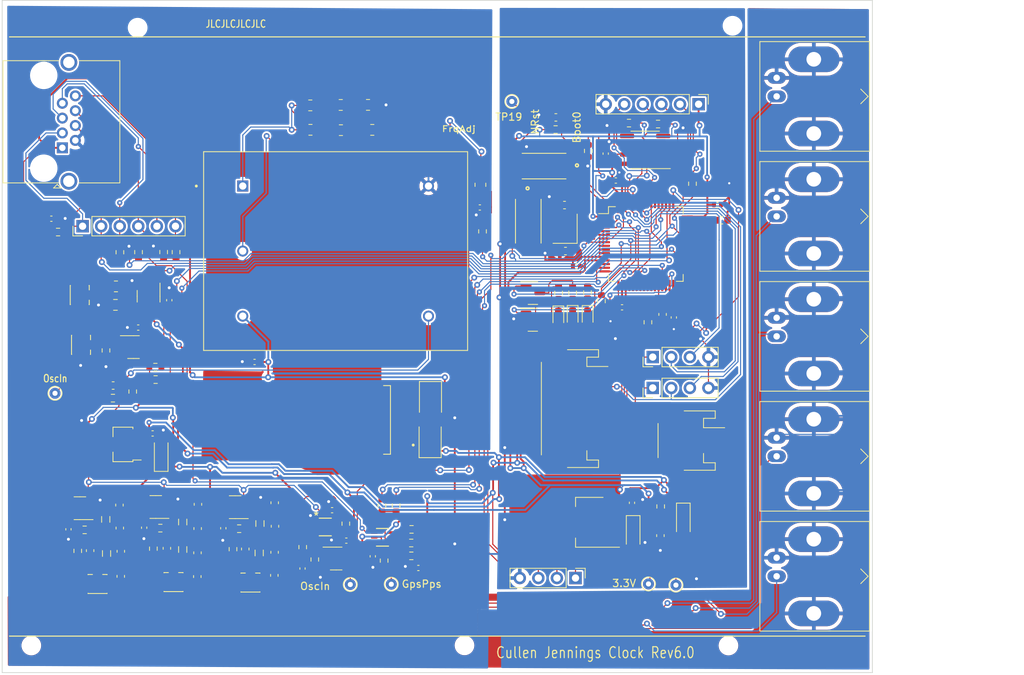
<source format=kicad_pcb>
(kicad_pcb (version 20221018) (generator pcbnew)
  (title_block (title "Clock V6") (date "2023-07-04") (rev "V6") (company "Cullen Jennings"))
  (layers (0 "F.Cu" signal) (31 "B.Cu" power) (34 "B.Paste" user) (35 "F.Paste" user) (36 "B.SilkS" user "B.Silkscreen") (37 "F.SilkS" user "F.Silkscreen") (38 "B.Mask" user) (39 "F.Mask" user) (44 "Edge.Cuts" user))
  (net 0 "")
  (net 1 "+3.3V")
  (net 2 "Net-(C3-Pad1)")
  (net 3 "Net-(C3-Pad2)")
  (net 4 "Net-(C6-Pad1)")
  (net 5 "/HSE_OUT")
  (net 6 "/HSE_IN")
  (net 7 "Net-(C13-Pad1)")
  (net 8 "Net-(C16-Pad2)")
  (net 9 "Net-(C19-Pad1)")
  (net 10 "Net-(C20-Pad1)")
  (net 11 "Net-(C21-Pad2)")
  (net 12 "+3.3VA")
  (net 13 "/LEDM3")
  (net 14 "/LEDM1")
  (net 15 "/LEDM2")
  (net 16 "Net-(C26-Pad1)")
  (net 17 "/AUD_OUT")
  (net 18 "Net-(U10-VCAP_1)")
  (net 19 "Net-(U10-VCAP_2)")
  (net 20 "/BOOT1")
  (net 21 "/COL5")
  (net 22 "/COL4")
  (net 23 "/COL3")
  (net 24 "/COL2")
  (net 25 "/COL1")
  (net 26 "GND")
  (net 27 "/LEDH")
  (net 28 "/ROW4")
  (net 29 "/ROW3")
  (net 30 "/ROW2")
  (net 31 "/ROW1")
  (net 32 "/LEDG")
  (net 33 "/LEDE")
  (net 34 "/LEDD")
  (net 35 "/LEDC")
  (net 36 "/LEDB")
  (net 37 "/SWDIO")
  (net 38 "/SWDCLK")
  (net 39 "/LEDA")
  (net 40 "/LEDF")
  (net 41 "/USB_RX")
  (net 42 "/USB_TX")
  (net 43 "/SCL")
  (net 44 "/AUD_IN")
  (net 45 "/DB1")
  (net 46 "/DB2")
  (net 47 "/DB3")
  (net 48 "/SDA")
  (net 49 "Net-(D1-K)")
  (net 50 "/NRST")
  (net 51 "/BOOT0")
  (net 52 "Net-(Y1-VREF)")
  (net 53 "Net-(J10-In)")
  (net 54 "+5VA")
  (net 55 "+5V")
  (net 56 "/GPS_RX1")
  (net 57 "/GPS_TX1")
  (net 58 "/GPS_RX2")
  (net 59 "/GPS_TX2")
  (net 60 "GPS_PPS")
  (net 61 "SYNC_IN")
  (net 62 "SYNC_OUT")
  (net 63 "Net-(U1--)")
  (net 64 "Net-(R2-Pad2)")
  (net 65 "Net-(R4-Pad1)")
  (net 66 "Net-(R6-Pad2)")
  (net 67 "Net-(R8-Pad1)")
  (net 68 "OSC_ADJ")
  (net 69 "Net-(R12-Pad1)")
  (net 70 "Net-(U5--)")
  (net 71 "/10Mhz2.5V")
  (net 72 "/OCXO_OUT")
  (net 73 "Net-(R10-Pad2)")
  (net 74 "/GPS_EN")
  (net 75 "Net-(U4--)")
  (net 76 "Net-(D2-K)")
  (net 77 "Net-(D3-K)")
  (net 78 "Net-(R13-Pad2)")
  (net 79 "Net-(R14-Pad2)")
  (net 80 "Net-(U6-LE{slash}HYS)")
  (net 81 "Net-(U6-IN+)")
  (net 82 "Net-(U8-LE{slash}HYS)")
  (net 83 "Net-(U8-IN+)")
  (net 84 "Net-(R25-Pad2)")
  (net 85 "+6V")
  (net 88 "Net-(J9-In)")
  (net 89 "Net-(C12-Pad1)")
  (net 90 "Net-(U6-OUT)")
  (net 92 "Net-(J3-In)")
  (net 93 "CLK")
  (net 94 "/SYNC_MON")
  (net 95 "Net-(U8-OUT)")
  (net 97 "/ROW5")
  (net 98 "/ROW8")
  (net 99 "/ROW7")
  (net 100 "/ROW6")
  (net 101 "/BTN1")
  (net 102 "AUX_GPS_PPS")
  (net 103 "/AUX_SYNC_MON")
  (net 104 "/Vadj")
  (net 105 "Net-(R63-Pad2)")
  (net 106 "Net-(Q9-D)")
  (net 107 "Net-(Q10-D)")
  (net 108 "SYNC_IN2")
  (net 109 "/AUX_CLK")
  (net 110 "/GPS_TX1H")
  (net 111 "/GPS_TX2H")
  (net 112 "/GPS_EXT_PPS")
  (net 113 "Net-(J13-In)")
  (net 114 "Net-(J11-In)")
  (footprint "Connector_PinHeader_2.54mm:PinHeader_1x04_P2.54mm_Vertical" (layer "F.Cu") (at 173.399082 117.054556 -90)
    (fp_text reference "J4" hide)
    (fp_text value "Conn_01x04_Pin")
  )
  (footprint "Capacitor_SMD:C_0402_1005Metric" (layer "F.Cu") (at 151.912073 115.679775 180)
    (fp_text reference "C48" hide)
    (fp_text value "100nF")
  )
  (footprint "Resistor_SMD:R_0603_1608Metric" (layer "F.Cu") (at 118.775192 72.456346 90)
    (fp_text reference "R33" hide)
    (fp_text value "2K2")
  )
  (footprint "Capacitor_Tantalum_SMD:CP_EIA-3528-21_Kemet-B" (layer "F.Cu") (at 153.523857 98.118284 90)
    (fp_text reference "C44" hide)
    (fp_text value "33uF")
  )
  (footprint "Resistor_SMD:R_0603_1608Metric" (layer "F.Cu") (at 150.935021 112.261114)
    (fp_text reference "R25" hide)
    (fp_text value "270R")
  )
  (footprint "LED_SMD:LED_0603_1608Metric" (layer "F.Cu") (at 173.009902 81.242812 -90)
    (fp_text reference "D2" hide)
    (fp_text value "LED-G")
  )
  (footprint "Capacitor_SMD:C_0603_1608Metric" (layer "F.Cu") (at 172.029623 72.30405 180)
    (fp_text reference "C29" hide)
    (fp_text value "33pF" hide)
  )
  (footprint "Capacitor_SMD:C_0402_1005Metric" (layer "F.Cu") (at 173.526407 74.366391 180)
    (fp_text reference "C30" hide)
    (fp_text value "100nF")
  )
  (footprint "Resistor_SMD:R_0603_1608Metric" (layer "F.Cu") (at 102.641751 69.705635 180)
    (fp_text reference "R1" hide)
    (fp_text value "100R")
  )
  (footprint "Resistor_SMD:R_0603_1608Metric" (layer "F.Cu") (at 184.687901 54.922735 180)
    (fp_text reference "R58" hide)
    (fp_text value "1K5")
  )
  (footprint "blinky_footprints:U.FL-R-SMT-1" (layer "F.Cu") (at 108.044414 117.867046 180)
    (fp_text reference "ANT3" hide)
    (fp_text value "U.FL-R-SMT-1")
  )
  (footprint "TestPoint:TestPoint_THTPad_D1.5mm_Drill0.7mm" (layer "F.Cu") (at 102.22406 91.770613)
    (fp_text reference "TP9" hide)
    (fp_text value "~" hide)
  )
  (footprint "Resistor_SMD:R_0805_2012Metric" (layer "F.Cu") (at 137.132948 52.372185)
    (fp_text reference "R13" hide)
    (fp_text value "1K5")
  )
  (footprint "Resistor_SMD:R_0603_1608Metric" (layer "F.Cu") (at 113.646243 72.456346 -90)
    (fp_text reference "R36" hide)
    (fp_text value "4K7")
  )
  (footprint "Package_TO_SOT_SMD:SOT-23-5" (layer "F.Cu") (at 115.021947 78.489231 -90)
    (fp_text reference "U2" hide)
    (fp_text value "SN74LVC1G14DBV" hide)
  )
  (footprint "Resistor_SMD:R_0805_2012Metric" (layer "F.Cu") (at 110.556368 77.143351 180)
    (fp_text reference "R4" hide)
    (fp_text value "200R" hide)
  )
  (footprint "Resistor_SMD:R_0603_1608Metric" (layer "F.Cu") (at 136.09788 112.823871 -90)
    (fp_text reference "R19" hide)
    (fp_text value "1K0")
  )
  (footprint "Resistor_SMD:R_0805_2012Metric" (layer "F.Cu") (at 141.296964 52.310608)
    (fp_text reference "R14" hide)
    (fp_text value "330R")
  )
  (footprint "Connector_PinHeader_2.54mm:PinHeader_1x06_P2.54mm_Vertical" (layer "F.Cu") (at 105.996124 68.907156 90)
    (fp_text reference "J2" hide)
    (fp_text value "Conn_01x06_Pin" hide)
  )
  (footprint "Capacitor_SMD:C_0805_2012Metric" (layer "F.Cu") (at 110.489678 79.66996)
    (fp_text reference "C4" hide)
    (fp_text value "47pF")
  )
  (footprint "Resistor_SMD:R_0805_2012Metric" (layer "F.Cu") (at 137.154599 55.714143 180)
    (fp_text reference "R12" hide)
    (fp_text value "1K5")
  )
  (footprint "Inductor_SMD:L_0805_2012Metric" (layer "F.Cu") (at 130.248355 109.593826 -90)
    (fp_text reference "L5" hide)
    (fp_text value "1uF")
  )
  (footprint "Inductor_SMD:L_0805_2012Metric" (layer "F.Cu") (at 109.161289 109.026618 -90)
    (fp_text reference "L1" hide)
    (fp_text value "1uF")
  )
  (footprint "blinky_footprints:U.FL-R-SMT-1" (layer "F.Cu") (at 105.606502 78.325198 90)
    (fp_text reference "ANT1" hide)
    (fp_text value "U.FL-R-SMT-1")
  )
  (footprint "Resistor_SMD:R_0603_1608Metric" (layer "F.Cu") (at 173.007717 78.000892 90)
    (fp_text reference "R29" hide)
    (fp_text value "100R" hide)
  )
  (footprint "MountingHole:MountingHole_2.2mm_M2" (layer "F.Cu") (at 194.316363 126.293627 90)
    (fp_text reference "H4" hide)
    (fp_text value "M2" hide)
  )
  (footprint "Crystal:Crystal_SMD_3225-4Pin_3.2x2.5mm" (layer "F.Cu") (at 171.976566 69.249152 90)
    (fp_text reference "Y2" hide)
    (fp_text value "16MHz " hide)
  )
  (footprint "Capacitor_SMD:C_0603_1608Metric" (layer "F.Cu") (at 128.239927 113.081267 -90)
    (fp_text reference "C21" hide)
    (fp_text value "1nF" hide)
  )
  (footprint "Capacitor_SMD:C_0603_1608Metric" (layer "F.Cu") (at 111.226372 113.393659 -90)
    (fp_text reference "C8" hide)
    (fp_text value "330pF")
  )
  (footprint "TestPoint:TestPoint_THTPad_D1.5mm_Drill0.7mm" (layer "F.Cu") (at 164.697544 51.83249)
    (fp_text reference "TP19")
    (fp_text value "~")
  )
  (footprint "TestPoint:TestPoint_THTPad_D1.5mm_Drill0.7mm" (layer "F.Cu") (at 183.378818 117.860146)
    (fp_text reference "TP17" hide)
    (fp_text value "~")
  )
  (footprint "Capacitor_SMD:C_0402_1005Metric" (layer "F.Cu") (at 114.414891 110.168181 -90)
    (fp_text reference "C10" hide)
    (fp_text value "100nF")
  )
  (footprint "Capacitor_Tantalum_SMD:CP_EIA-3216-18_Kemet-A" (layer "F.Cu") (at 116.743977 100.149633 90)
    (fp_text reference "C34" hide)
    (fp_text value "10uF")
  )
  (footprint "Capacitor_SMD:C_0402_1005Metric" (layer "F.Cu") (at 136.068823 115.753769 -90)
    (fp_text reference "C49" hide)
    (fp_text value "100nF")
  )
  (footprint "Resistor_SMD:R_0603_1608Metric" (layer "F.Cu") (at 116.626288 110.224556)
    (fp_text reference "R6" hide)
    (fp_text value "510R")
  )
  (footprint "Resistor_SMD:R_0603_1608Metric" (layer "F.Cu") (at 160.684744 69.613355 -90)
    (fp_text reference "R24" hide)
    (fp_text value "1K0")
  )
  (footprint "Capacitor_Tantalum_SMD:CP_EIA-3216-18_Kemet-A" (layer "F.Cu") (at 181.283843 110.822275 -90)
    (fp_text reference "C41" hide)
    (fp_text value "10uF")
  )
  (footprint "Capacitor_SMD:C_0603_1608Metric" (layer "F.Cu") (at 107.024467 113.30454 -90)
    (fp_text reference "C3" hide)
    (fp_text value "1nF")
  )
  (footprint "Capacitor_SMD:C_0603_1608Metric" (layer "F.Cu") (at 132.250329 113.5305 -90)
    (fp_text reference "C22" hide)
    (fp_text value "220pF")
  )
  (footprint "TestPoint:TestPoint_THTPad_D1.5mm_Drill0.7mm" (layer "F.Cu") (at 148.208732 117.904565)
    (fp_text reference "TP8" hide)
    (fp_text value "~")
  )
  (footprint "Connector_JST:JST_PH_S6B-PH-SM4-TB_1x06-1MP_P2.00mm_Horizontal" (layer "F.Cu") (at 173.241305 93.865174 -90)
    (fp_text reference "J12" hide)
    (fp_text value "Conn_01x06")
  )
  (footprint "Connector_JST:JST_PH_S2B-PH-SM4-TB_1x02-1MP_P2.00mm_Horizontal" (layer "F.Cu") (at 189.201598 98.242647 -90)
    (fp_text reference "J8" hide)
    (fp_text value "Conn_01x02" hide)
  )
  (footprint "blinky_footprints:SW_147873-2" (layer "F.Cu") (at 169.100558 60.679311 180)
    (fp_text reference "S1" hide)
    (fp_text value "147873-2")
  )
  (footprint "blinky_footprints:SW_147873-2" (layer "F.Cu") (at 166.944069 68.221628 -90)
    (fp_text reference "S2" hide)
    (fp_text value "147873-2")
  )
  (footprint "Package_TO_SOT_SMD:SOT-23-5" (layer "F.Cu") (at 112.95892 85.449191)
    (fp_text reference "U3" hide)
    (fp_text value "SN74LVC1G14DBV" hide)
  )
  (footprint "Resistor_SMD:R_0603_1608Metric" (layer "F.Cu") (at 148.867796 107.122245 90)
    (fp_text reference "R61" hide)
    (fp_text value "1K0")
  )
  (footprint "Capacitor_SMD:C_0603_1608Metric" (layer "F.Cu") (at 132.304432 109.966265 90)
    (fp_text reference "C20" hide)
    (fp_text value "330pF")
  )
  (footprint "Connector_PinHeader_2.54mm:PinHeader_1x06_P2.54mm_Vertical" (layer "F.Cu") (at 190.232184 52.21255 -90)
    (fp_text reference "J5" hide)
    (fp_text value "Conn_01x06_Pin" hide)
  )
  (footprint "Capacitor_SMD:C_0402_1005Metric" (layer "F.Cu") (at 179.765254 80.00703 180)
    (fp_text reference "C32" hide)
    (fp_text value "100nF")
  )
  (footprint "Connector_PinHeader_2.54mm:PinHeader_1x04_P2.54mm_Vertical" (layer "F.Cu") (at 183.961222 91.035772 90)
    (fp_text reference "J6" hide)
    (fp_text value "Conn_01x04_Pin" hide)
  )
  (footprint "Capacitor_Tantalum_SMD:CP_EIA-3528-21_Kemet-B" (layer "F.Cu") (at 153.565618 92.622439 -90)
    (fp_text reference "C42" hide)
    (fp_text value "33uF")
  )
  (footprint "Connector_RJ:RJ45_Amphenol_RJHSE5380" (layer "F.Cu") (at 103.226294 58.178459 90)
    (fp_text reference "J1" hide)
    (fp_text value "RJ45" hide)
  )
  (footprint "Resistor_SMD:R_0603_1608Metric" (layer "F.Cu") (at 127.406216 110.299917)
    (fp_text reference "R10" hide)
    (fp_text value "510R")
  )
  (footprint "LED_SMD:LED_0603_1608Metric" (layer "F.Cu") (at 175.057206 81.249232 -90)
    (fp_text reference "D1" hide)
    (fp_text value "LED-RED")
  )
  (footprint "Capacitor_SMD:C_0603_1608Metric" (layer "F.Cu") (at 193.408514 68.08797 180)
    (fp_text reference "C40" hide)
    (fp_text value "2.2uF")
  )
  (footprint "Resistor_SMD:R_0805_2012Metric" (layer "F.Cu") (at 160.397708 63.238267 90)
    (fp_text reference "R23" hide)
    (fp_text value "22K")
  )
  (footprint "blinky_footprints:U.FL-R-SMT-1" (layer "F.Cu") (at 105.783047 85.148712 90)
    (fp_text reference "ANT2" hide)
    (fp_text value "U.FL-R-SMT-1")
  )
  (footprint "Resistor_SMD:R_0805_2012Metric" (layer "F.Cu") (at 145.608387 55.724436 180)
    (fp_text reference "R9" hide)
    (fp_text value "2R")
  )
  (footprint "Capacitor_Tantalum_SMD:CP_EIA-3216-18_Kemet-A" (layer "F.Cu") (at 188.145825 109.110244 -90)
    (fp_text reference "C43" hide)
    (fp_text value "10uF")
  )
  (footprint "blinky_footprints:SC70_DCK_TEX" (layer "F.Cu") (at 139.183176 110.068632)
    (fp_text reference "U6" hide)
    (fp_text value "TLV3603DCKR")
  )
  (footprint "Package_TO_SOT_SMD:SOT-223-3_TabPin2" (layer "F.Cu") (at 175.32153 109.427085 180)
    (fp_text reference "U11" hide)
    (fp_text value "AMS1117-3.3" hide)
  )
  (footprint "Capacitor_SMD:C_0402_1005Metric" (layer "F.Cu") (at 181.123859 106.761028 -90)
    (fp_text reference "C39" hide)
    (fp_text value "100nF")
  )
  (footprint "Inductor_SMD:L_0805_2012Metric" (layer "F.Cu") (at 130.145942 113.622068 90)
    (fp_text reference "L6" hide)
    (fp_text value "1uF")
  )
  (footprint "Resistor_SMD:R_0805_2012Metric" (layer "F.Cu") (at 145.028769 52.303897)
    (fp_text reference "R17" hide)
    (fp_text value "20R")
  )
  (footprint "blinky_footprints:BNC_Amphenol_B6252HB-NPP3G-50_Horizontal-CJ" (layer "F.Cu") (at 203.407239 116.815525 -90)
    (fp_text reference "J9" hide)
    (fp_text value "KH-BNC50-3511")
  )
  (footprint "Resistor_SMD:R_0603_1608Metric" (layer "F.Cu") (at 146.932609 107.127133 -90)
    (fp_text reference "R60" hide)
    (fp_text value "1K0")
  )
  (footprint "Connector_PinHeader_2.54mm:PinHeader_1x04_P2.54mm_Vertical" (layer "F.Cu") (at 183.961222 86.815065 90)
    (fp_text reference "J7" hide)
    (fp_text value "Conn_01x04_Pin" hide)
  )
  (footprint "Resistor_SMD:R_0603_1608Metric" (layer "F.Cu") (at 112.851121 91.530764 -90)
    (fp_text reference "R15" hide)
    (fp_text value "100R")
  )
  (footprint "Capacitor_SMD:C_0402_1005Metric" (layer "F.Cu") (at 177.531099 58.97375 -90)
    (fp_text reference "C47" hide)
    (fp_text value "100nF")
  )
  (footprint "Resistor_SMD:R_0603_1608Metric" (layer "F.Cu") (at 170.679967 55.681887)
    (fp_text reference "R27" hide)
    (fp_text value "4K7" hide)
  )
  (footprint "Resistor_SMD:R_0805_2012Metric" (layer "F.Cu") (at 141.320448 55.762741 180)
    (fp_text reference "R8" hide)
    (fp_text value "270R")
  )
  (footprint "Capacitor_SMD:C_0603_1608Metric" (layer "F.Cu") (at 121.772139 106.965532 90)
    (fp_text reference "C12" hide)
    (fp_text value "150pF")
  )
  (footprint "Capacitor_SMD:C_0402_1005Metric" (layer "F.Cu") (at 125.2372 110.237367 -90)
    (fp_text reference "C17" hide)
    (fp_text value "100nF" hide)
  )
  (footprint "blinky_footprints:U.FL-R-SMT-1" (layer "F.Cu") (at 128.946585 117.671201 180)
    (fp_text reference "ANT5" hide)
    (fp_text value "U.FL-R-SMT-1")
  )
  (footprint "Resistor_SMD:R_0603_1608Metric" (layer "F.Cu") (at 150.980111 110.397405 180)
    (fp_text reference "R22" hide)
    (fp_text value "1K0")
  )
  (footprint "Capacitor_SMD:C_0603_1608Metric" (layer "F.Cu") (at 185.012754 111.249755 90)
    (fp_text reference "C37" hide)
    (fp_text value "100nF")
  )
  (footprint "Capacitor_SMD:C_0603_1608Metric" (layer "F.Cu") (at 121.707084 113.60135 -90)
    (fp_text reference "C15" hide)
    (fp_text value "220pF")
  )
  (footprint "Package_SO:SOIC-8_3.9x4.9mm_P1.27mm" (layer "F.Cu") (at 182.924657 58.463107 180)
    (fp_text reference "U13" hide)
    (fp_text value "M24C02-RMN")
  )
  (footprint "Capacitor_SMD:C_0603_1608Metric" (layer "F.Cu") (at 132.217632 116.687063 90)
    (fp_text reference "C23" hide)
    (fp_text value "150pF")
  )
  (footprint "Package_QFP:LQFP-64_10x10mm_P0.5mm" (layer "F.Cu") (at 183.015261 71.341385)
    (fp_text reference "U10" hide)
    (fp_text value "STM32F405RGTx" hide)
  )
  (footprint "blinky_footprints:U.FL-R-SMT-1" (layer "F.Cu") (at 118.426039 117.608881 180)
    (fp_text reference "ANT4" hide)
    (fp_text value "U.FL-R-SMT-1")
  )
  (footprint "Resistor_SMD:R_0603_1608Metric" (layer "F.Cu") (at 109.194388 85.907976 -90)
    (fp_text reference "R5" hide)
    (fp_text value "1K0")
  )
  (footprint "Inductor_SMD:L_0805_2012Metric" (layer "F.Cu") (at 119.688114 113.150355 90)
    (fp_text reference "L4" hide)
    (fp_text value "1uF")
  )
  (footprint "Resistor_SMD:R_0603_1608Metric" (layer "F.Cu") (at 176.945154 79.157954 -90)
    (fp_text reference "R54" hide)
    (fp_text value "1K0")
  )
  (footprint "Capacitor_SMD:C_0402_1005Metric" (layer "F.Cu") (at 178.918971 62.656294)
    (fp_text reference "C31" hide)
    (fp_text value "100nF")
  )
  (footprint "blinky_footprints:BNC_Amphenol_B6252HB-NPP3G-50_Horizontal-CJ" (layer "F.Cu") (at 203.407239 67.562845 -90)
    (fp_text reference "J13" hide)
    (fp_text value "KH-BNC50-3511")
  )
  (footprint "Capacitor_SMD:C_0603_1608Metric" (layer "F.Cu") (at 132.262697 106.752735 90)
    (fp_text reference "C19" hide)
    (fp_text value "150pF")
  )
  (footprint "Resistor_SMD:R_0603_1608Metric" (layer "F.Cu") (at 141.993941 109.612257 -90)
    (fp_text reference "R18" hide)
    (fp_text value "130K")
  )
  (footprint "Capacitor_SMD:C_0402_1005Metric" (layer "F.Cu") (at 142.058828 111.93407 180)
    (fp_text reference "C46" hide)
    (fp_text value "100nF")
  )
  (footprint "Capacitor_SMD:C_0402_1005Metric" (layer "F.Cu") (at 104.062433 110.384399 -90)
    (fp_text reference "C2" hide)
    (fp_text value "100nF")
  )
  (footprint "LED_SMD:LED_0603_1608Metric" (layer "F.Cu") (at 171.054724 81.309655 -90)
    (fp_text reference "D3" hide)
    (fp_text value "LED-Y")
  )
  (footprint "Package_TO_SOT_SMD:SOT-23-6" (layer "F.Cu") (at 126.854626 107.358155 180)
    (fp_text reference "U5" hide)
    (fp_text value "ADA4807-1")
  )
  (footprint "Capacitor_SMD:C_0603_1608Metric" (layer "F.Cu") (at 117.525236 112.985082 -90)
    (fp_text reference "C16" hide)
    (fp_text value "1nF")
  )
  (footprint "Resistor_SMD:R_0603_1608Metric" (layer "F.Cu") (at 110.143722 92.436046 180)
    (fp_text reference "R16" hide)
    (fp_text value "100R")
  )
  (footprint "Capacitor_SMD:C_0603_1608Metric" (layer "F.Cu") (at 111.036092 107.069513 90)
    (fp_text reference "C5" hide)
    (fp_text value "150pF")
  )
  (footprint "Capacitor_SMD:C_0603_1608Metric" (layer "F.Cu") (at 171.898597 66.011953)
    (fp_text reference "C28" hide)
    (fp_text value "33pF" hide)
  )
  (footprint "Package_TO_SOT_SMD:SOT-23" (layer "F.Cu") (at 167.563857 81.713095)
    (fp_text reference "Q10" hide)
    (fp_text value "2N7002")
  )
  (footprint "MountingHole:MountingHole_2.2mm_M2" (layer "F.Cu") (at 113.523511 41.744999 90)
    (fp_text reference "H1" hide)
    (fp_text value "M2" hide)
  )
  (footprint "blinky_footprints:DPAK172P1054X200-6N" (layer "F.Cu") (at 144.511459 95.41458 180)
    (fp_text reference "U12" hide)
    (fp_text value "BA50DD0WHFP-TR" hide)
  )
  (footprint "blinky_footprints:SC70_DCK_TEX" (layer "F.Cu") (at 147.006379 111.478832 180)
    (fp_text reference "U8" hide)
    (fp_text value "TLV3603DCKR")
  )
  (footprint "Resistor_SMD:R_0603_1608Metric" (layer "F.Cu") (at 115.675842 113.035082 -90)
    (fp_text reference "R7" hide)
    (fp_text value "49R9")
  )
  (footprint "Package_TO_SOT_SMD:SOT-89-3" (layer "F.Cu") (at 111.51088 98.770324 180)
    (fp_text reference "U9" hide)
    (fp_text value "L78L05_SOT89" hide)
  )
  (footprint "Resistor_SMD:R_0603_1608Metric" (layer "F.Cu") (at 180.712605 54.793116 180)
    (fp_text reference "R59" hide)
    (fp_text value "1K5")
  )
  (footprint "Capacitor_SMD:C_0603_1608Metric" (layer "F.Cu") (at 111.085539 110.213201 90)
    (fp_text reference "C6" hide)
    (fp_text value "220pF")
  )
  (footprint "blinky_footprints:XTAL_AOCJY4A-10.000MHZ-SW" (layer "F.Cu") (at 140.597009 72.30931)
    (fp_text reference "Y1" hide)
    (fp_text value "AOCJY4A-10.000MHZ-SW")
  )
  (footprint "Capacitor_SMD:C_0603_1608Metric" (layer "F.Cu") (at 185.306869 80.975492 90)
    (fp_text reference "C35" hide)
    (fp_text value "2.2uF")
  )
  (footprint "Capacitor_SMD:C_0402_1005Metric" (layer "F.Cu") (at 117.848838 79.033675 90)
    (fp_text reference "C11" hide)
    (fp_text value "100nF" hide)
  )
  (footprint "Capacitor_SMD:C_0402_1005Metric" (layer "F.Cu") (at 113.603673 82.777256 180)
    (fp_text reference "C9" hide)
    (fp_text value "100nF" hide)
  )
  (footprint "Capacitor_SMD:C_0402_1005Metric" (layer "F.Cu") (at 145.677092 114.081101 -90)
    (fp_text reference "C45" hide)
    (fp_text value "100nF")
  )
  (footprint "Capacitor_SMD:C_0402_1005Metric" (layer "F.Cu") (at 129.513018 87.485884 180)
    (fp_text reference "C18" hide)
    (fp_text value "100nF" hide)
  )
  (footprint "Resistor_SMD:R_0603_1608Metric" (layer "F.Cu") (at 117.077706 72.446804 -90)
    (fp_text reference "R34" hide)
    (fp_text value "4K7")
  )
  (footprint "Resistor_SMD:R_0603_1608Metric" (layer "F.Cu") (at 115.948255 88.198078 180)
    (fp_text reference "R63" hide)
    (fp_text value "1K0")
  )
  (footprint "blinky_footprints:BNC_Amphenol_B6252HB-NPP3G-50_Horizontal-CJ" (layer "F.Cu") (at 203.407239 100.397963 -90)
    (fp_text reference "J10" hide)
    (fp_text value "KH-BNC50-3511")
  )
  (footprint "Capacitor_SMD:C_0603_1608Metric" (layer "F.Cu") (at 121.68555 116.852426 90)
    (fp_text reference "C14" hide)
    (fp_text value "150pF")
  )
  (footprint "Resistor_SMD:R_0603_1608Metric" (layer "F.Cu") (at 105.334017 113.338297 -90)
    (fp_text reference "R3" hide)
    (fp_text value "49R9")
  )
  (footprint "Resistor_SMD:R_0603_1608Metric" (layer "F.Cu") (at 126.564443 113.103573 -90)
    (fp_text reference "R11" hide)
    (fp_text value "49R9")
  )
  (footprint "Resistor_SMD:R_0603_1608Metric" (layer "F.Cu") (at 175.040062 77.95718 90)
    (fp_text reference "R30" hide)
    (fp_text value "100R" hide)
  )
  (footprint "Resistor_SMD:R_0603_1608Metric" (layer "F.Cu") (at 189.396305 63.093261 -90)
    (fp_text reference "R62" hide)
    (fp_text value "1K0")
  )
  (footprint "Capacitor_SMD:C_0603_1608Metric" (layer "F.Cu") (at 111.216376 116.820459 90)
    (fp_text reference "C7" hide)
    (fp_text value "150pF")
  )
  (footprint "Resistor_SMD:R_0603_1608Metric" (layer "F.Cu") (at 175.146386 58.603834 -90)
    (fp_text reference "R28" hide)
    (fp_text value "4K7" hide)
  )
  (footprint "MountingHole:MountingHole_2.2mm_M2" (layer "F.Cu") (at 158.22024 126.271128 90)
    (fp_text reference "H3" hide)
    (fp_text value "M2" hide)
  )
  (footprint "Capacitor_SMD:C_0603_1608Metric" (layer "F.Cu") (at 110.174003 90.709987)
    (fp_text reference "C24" hide)
    (fp_text value "100nF" hide)
  )
  (footprint "Resistor_SMD:R_0603_1608Metric" (layer "F.Cu") (at 150.950051 114.019614 180)
    (fp_text reference "R26" hide)
    (fp_text value "22R0")
  )
  (footprint "Capacitor_SMD:C_0603_1608Metric" (layer "F.Cu") (at 170.714945 54.016308 180)
    (fp_text reference "C27" hide)
    (fp_text value "100nF" hide)
  )
  (footprint "Capacitor_SMD:C_0603_1608Metric" (layer "F.Cu") (at 121.728407 110.28151 90)
    (fp_text reference "C13" hide)
    (fp_text value "330pF")
  )
  (footprint "Resistor_SMD:R_0603_1608Metric" (layer "F.Cu") (at 147.228494 114.667989 -90)
    (fp_text reference "R21" hide)
    (fp_text value "130K")
  )
  (footprint "Resistor_SMD:R_0603_1608Metric" (layer "F.Cu") (at 183.306125 82.05023 90)
    (fp_text reference "R32" hide)
    (fp_text value "4K7")
  )
  (footprint "Capacitor_SMD:C_0402_1005Metric" (layer "F.Cu") (at 140.115891 107.76974 180)
    (fp_text reference "C25" hide)
    (fp_text value "100nF" hide)
  )
  (footprint "Package_TO_SOT_SMD:SOT-23-6" (layer "F.Cu") (at 116.000729 107.331689 180)
    (fp_text reference "U4" hide)
    (fp_text value "ADA4807-1")
  )
  (footprint "TestPoint:TestPoint_THTPad_D1.5mm_Drill0.7mm" (layer "F.Cu") (at 142.604424 117.939051 90)
    (fp_text reference "TP10" hide)
    (fp_text value "~")
  )
  (footprint "Capacitor_SMD:C_0402_1005Metric" (layer "F.Cu") (at 101.722771 67.879212)
    (fp_text reference "C1" hide)
    (fp_text value "100nF" hide)
  )
  (footprint "TestPoint:TestPoint_THTPad_D1.5mm_Drill0.7mm" (layer "F.Cu") (at 187.133067 118.019298)
    (fp_text reference "TP16" hide)
    (fp_text value "~")
  )
  (footprint "Capacitor_SMD:C_0402_1005Metric" (layer "F.Cu") (at 186.844757 81.396838 -90)
    (fp_text reference "C36" hide)
    (fp_text value "100nF")
  )
  (footprint "blinky_footprints:BNC_Amphenol_B6252HB-NPP3G-50_Horizontal-CJ" (layer "F.Cu") (at 203.407239 51.145286 -90)
    (fp_text reference "J11" hide)
    (fp_text value "KH-BNC50-3511")
  )
  (footprint "Resistor_SMD:R_0603_1608Metric" (layer "F.Cu") (at 111.098636 72.468815 90)
    (fp_text reference "R35" hide)
    (fp_text value "2K2")
  )
  (footprint "Inductor_SMD:L_0805_2012Metric" (layer "F.Cu") (at 119.688337 109.38973 -90)
    (fp_text reference "L3" hide)
    (fp_text value "1uF")
  )
  (footprint "MountingHole:MountingHole_2.2mm_M2" (layer "F.Cu") (at 98.985158 126.290089)
    (fp_text reference "H5" hide)
    (fp_text value "M2")
  )
  (footprint "Resistor_SMD:R_0603_1608Metric" (layer "F.Cu") (at 106.278842 110.460963)
    (fp_text reference "R2" hide)
    (fp_text value "510R")
  )
  (footprint "Capacitor_SMD:C_0402_1005Metric" (layer "F.Cu") (at 115.574646 97.264609 180)
    (fp_text reference "C33" hide)
    (fp_text value "100nF")
  )
  (footprint "Resistor_SMD:R_0603_1608Metric" (layer "F.Cu") (at 185.046721 107.256786 -90)
    (fp_text reference "FB1" hide)
    (fp_text value "120Ω@100MHz " hide)
  )
  (footprint "Package_TO_SOT_SMD:SOT-23-5" (layer "F.Cu") (at 140.670688 114.383481)
    (fp_text reference "U7" hide)
    (fp_text value "SN74LVC1G14DBV")
  )
  (footprint "Resistor_SMD:R_0603_1608Metric" (layer "F.Cu") (at 171.088146 78.017603 90)
    (fp_text reference "R31" hide)
    (fp_text value "100R" hide)
  )
  (footprint "Resistor_SMD:R_0603_1608Metric" (layer "F.Cu") (at 115.982701 89.897414 180)
    (fp_text reference "R64" hide)
    (fp_text value "1K0")
  )
  (footprint "Capacitor_SMD:C_0402_1005Metric" (layer "F.Cu") (at 192.813045 65.999424)
    (fp_text reference "C38" hide)
    (fp_text value "100nF")
  )
  (footprint "Inductor_SMD:L_0805_2012Metric" (layer "F.Cu") (at 109.271628 113.6976 90)
    (fp_text reference "L2" hide)
    (fp_text value "1uF")
  )
  (footprint "Resistor_SMD:R_0603_1608Metric" (layer "F.Cu") (at 137.750387 114.516684 -90)
    (fp_text reference "R20" hide)
    (fp_text value "1K0")
  )
  (footprint "Package_TO_SOT_SMD:SOT-23" (layer "F.Cu") (at 167.578346 78.04956)
    (fp_text reference "Q9" hide)
    (fp_text value "2N7002")
  )
  (footprint "MountingHole:MountingHole_2.2mm_M2" (layer "F.Cu") (at 194.873535 41.475758 90)
    (fp_text reference "H2" hide)
    (fp_text value "M2" hide)
  )
  (footprint "Package_TO_SOT_SMD:SOT-23-6" (layer "F.Cu") (at 105.62875 107.500596 180)
    (fp_text reference "U1" hide)
    (fp_text value "ADA4807-1")
  )
  (footprint "Capacitor_SMD:C_0402_1005Metric" (layer "F.Cu") (at 160.319793 66.341636 180)
    (fp_text reference "C26" hide)
    (fp_text value "100nF")
  )
  (footprint "blinky_footprints:BNC_Amphenol_B6252HB-NPP3G-50_Horizontal-CJ" (layer "F.Cu") (at 203.407239 83.980404 -90)
    (fp_text reference "J3" hide)
    (fp_text value "KH-BNC50-3511")
  )
  (gr_line (start 96 43) (end 213 43) (stroke (width 0.15)) (layer "F.SilkS"))
  (gr_line (start 96 125) (end 213 125) (stroke (width 0.15)) (layer "F.SilkS"))
  (gr_line (start 214 130) (end 95 130) (stroke (width 0.1)) (layer "Edge.Cuts"))
  (gr_line (start 95 38) (end 214 38) (stroke (width 0.1)) (layer "Edge.Cuts"))
  (gr_line (start 214 38) (end 214 130) (stroke (width 0.1)) (layer "Edge.Cuts"))
  (gr_line (start 95 38) (end 95 130) (stroke (width 0.1)) (layer "Edge.Cuts"))
  (gr_text "Cullen Jennings Clock Rev6.0	\n" (at 162.446713 128.142057) (layer "F.SilkS") (effects (font (size 1.5 1.2)) (justify left bottom)))
  (gr_text "3.3V\n" (at 178.334387 118.358361) (layer "F.SilkS") (effects (font (size 1 1)) (justify left bottom)))
  (gr_text "JLCJLCJLCJLC" (at 122.740202 41.803813) (layer "F.SilkS") (effects (font (size 1 0.8)) (justify left bottom)))
  (gr_text "Boot0" (at 174.165219 57.63766 90) (layer "F.SilkS") (effects (font (size 1 1)) (justify left bottom)))
  (gr_text "NRst" (at 168.47388 56.430528 90) (layer "F.SilkS") (effects (font (size 1 1)) (justify left bottom)))
  (gr_text "GpsPps" (at 149.551704 118.45576) (layer "F.SilkS") (effects (font (size 1 1)) (justify left bottom)))
  (gr_text "OscIn" (at 100.522641 90.333221) (layer "F.SilkS") (effects (font (size 1 0.8)) (justify left bottom)))
  (gr_text "OscIn" (at 135.654996 118.757649) (layer "F.SilkS") (effects (font (size 1 1)) (justify left bottom)))
  (gr_text "FrqAdj" (at 155.033183 56.062329) (layer "F.SilkS") (effects (font (size 0.8 1)) (justify left bottom)))
  (segment (start 163.774086 71.675143) (end 163.82315 71.626079) (width 0.25) (layer "F.Cu") (net 1))
  (segment (start 173.026974 83.214572) (end 175.046562 83.214572) (width 0.25) (layer "F.Cu") (net 1))
  (segment (start 166.316138 102.009896) (end 166.316138 101.146936) (width 0.25) (layer "F.Cu") (net 1))
  (segment (start 171.054724 82.097155) (end 171.054724 83.694731) (width 0.15) (layer "F.Cu") (net 1))
  (segment (start 178.47153 109.427085) (end 181.238653 109.427085) (width 0.25) (layer "F.Cu") (net 1))
  (segment (start 115.525866 81.651805) (end 116.129407 82.255346) (width 0.25) (layer "F.Cu") (net 1))
  (segment (start 191.440403 67.127409) (end 191.429598 67.116604) (width 0.25) (layer "F.Cu") (net 1))
  (segment (start 119.158168 85.108494) (end 119.706016 85.656342) (width 0.25) (layer "F.Cu") (net 1))
  (segment (start 178.664043 59.596029) (end 178.372426 59.887645) (width 0.25) (layer "F.Cu") (net 1))
  (segment (start 178.415626 62.632949) (end 178.438971 62.656294) (width 0.25) (layer "F.Cu") (net 1))
  (segment (start 142.538828 111.93407) (end 143.098511 111.93407) (width 0.25) (layer "F.Cu") (net 1))
  (segment (start 190.232184 55.003301) (end 190.232184 52.21255) (width 0.25) (layer "F.Cu") (net 1))
  (segment (start 179.936157 83.665263) (end 187.124352 83.665263) (width 0.25) (layer "F.Cu") (net 1))
  (segment (start 182.720196 109.478893) (end 183.395576 108.803513) (width 0.25) (layer "F.Cu") (net 1))
  (segment (start 166.162648 83.720798) (end 171.080791 83.720798) (width 0.25) (layer "F.Cu") (net 1))
  (segment (start 190.35607 55.127187) (end 190.232184 55.003301) (width 0.25) (layer "F.Cu") (net 1))
  (segment (start 114.083673 84.486444) (end 114.09642 84.499191) (width 0.25) (layer "F.Cu") (net 1))
  (segment (start 191.44315 65.999424) (end 191.429598 65.985872) (width 0.25) (layer "F.Cu") (net 1))
  (segment (start 178.545204 82.507706) (end 180.245254 80.807656) (width 0.25) (layer "F.Cu") (net 1))
  (segment (start 115.971947 79.626731) (end 117.735782 79.626731) (width 0.15) (layer "F.Cu") (net 1))
  (segment (start 178.438971 62.656294) (end 178.438971 63.526484) (width 0.25) (layer "F.Cu") (net 1))
  (segment (start 181.537605 54.793116) (end 182.524134 54.793116) (width 0.15) (layer "F.Cu") (net 1))
  (segment (start 141.909504 113.332165) (end 141.808188 113.433481) (width 0.15) (layer "F.Cu") (net 1))
  (segment (start 186.87952 54.922735) (end 185.512901 54.922735) (width 0.15) (layer "F.Cu") (net 1))
  (segment (start 191.398543 62.17941) (end 191.429598 62.210465) (width 0.25) (layer "F.Cu") (net 1))
  (segment (start 119.041792 98.709526) (end 120.346809 100.014543) (width 0.25) (layer "F.Cu") (net 1))
  (segment (start 188.690261 67.591385) (end 190.976427 67.591385) (width 0.25) (layer "F.Cu") (net 1))
  (segment (start 180.265261 77.016385) (end 180.265261 79.232063) (width 0.25) (layer "F.Cu") (net 1))
  (segment (start 187.124352 83.665263) (end 188.206847 82.582768) (width 0.25) (layer "F.Cu") (net 1))
  (segment (start 142.538828 111.93407) (end 142.538828 112.430898) (width 0.15) (layer "F.Cu") (net 1))
  (segment (start 188.206847 82.582768) (end 188.206847 80.879475) (width 0.25) (layer "F.Cu") (net 1))
  (segment (start 163.82315 71.626079) (end 163.82315 71.025469) (width 0.25) (layer "F.Cu") (net 1))
  (segment (start 188.206847 80.879475) (end 186.88212 80.879475) (width 0.25) (layer "F.Cu") (net 1))
  (segment (start 117.735782 79.626731) (end 117.848838 79.513675) (width 0.15) (layer "F.Cu") (net 1))
  (segment (start 119.041792 94.787194) (end 119.0614 94.806802) (width 0.25) (layer "F.Cu") (net 1))
  (segment (start 178.372426 59.887645) (end 178.415626 59.930845) (width 0.25) (layer "F.Cu") (net 1))
  (segment (start 172.63213 83.214572) (end 173.026974 83.214572) (width 0.25) (layer "F.Cu") (net 1))
  (segment (start 183.378818 117.860146) (end 183.581733 117.657231) (width 0.15) (layer "F.Cu") (net 1))
  (segment (start 183.40777 106.431786) (end 183.395576 106.419592) (width 0.25) (layer "F.Cu") (net 1))
  (segment (start 178.521764 59.45375) (end 178.664043 59.596029) (width 0.25) (layer "F.Cu") (net 1))
  (segment (start 178.415626 60.30369) (end 178.415626 61.557487) (width 0.25) (layer "F.Cu") (net 1))
  (segment (start 186.88212 80.879475) (end 186.844757 80.916838) (width 0.25) (layer "F.Cu") (net 1))
  (segment (start 181.283843 109.472275) (end 181.290461 109.478893) (width 0.25) (layer "F.Cu") (net 1))
  (segment (start 183.581733 117.657231) (end 183.581733 110.34043) (width 0.15) (layer "F.Cu") (net 1))
  (segment (start 119.0614 94.806802) (end 119.0614 95.407412) (width 0.25) (layer "F.Cu") (net 1))
  (segment (start 182.524134 54.793116) (end 182.808205 55.077187) (width 0.15) (layer "F.Cu") (net 1))
  (segment (start 163.774086 70.976405) (end 163.774086 58.454982) (width 0.25) (layer "F.Cu") (net 1))
  (segment (start 163.82315 71.025469) (end 163.774086 70.976405) (width 0.25) (layer "F.Cu") (net 1))
  (segment (start 143.098511 111.93407) (end 143.100274 111.932307) (width 0.25) (layer "F.Cu") (net 1))
  (segment (start 175.057206 83.203928) (end 175.046562 83.214572) (width 0.15) (layer "F.Cu") (net 1))
  (segment (start 165.900225 83.983221) (end 166.162648 83.720798) (width 0.25) (layer "F.Cu") (net 1))
  (segment (start 181.238653 109.427085) (end 181.283843 109.472275) (width 0.25) (layer "F.Cu") (net 1))
  (segment (start 172.125904 83.720798) (end 172.63213 83.214572) (width 0.25) (layer "F.Cu") (net 1))
  (segment (start 114.083673 82.777256) (end 114.083673 84.486444) (width 0.25) (layer "F.Cu") (net 1))
  (segment (start 180.245254 79.25207) (end 180.265261 79.232063) (width 0.25) (layer "F.Cu") (net 1))
  (segment (start 178.438971 63.526484) (end 179.275718 64.363231) (width 0.25) (layer "F.Cu") (net 1))
  (segment (start 180.245254 80.00703) (end 180.245254 79.25207) (width 0.25) (layer "F.Cu") (net 1))
  (segment (start 114.083673 82.777256) (end 114.083673 82.055593) (width 0.25) (layer "F.Cu") (net 1))
  (segment (start 183.395576 105.481732) (end 183.395576 106.419592) (width 0.25) (layer "F.Cu") (net 1))
  (segment (start 172.17153 109.427085) (end 178.47153 109.427085) (width 0.25) (layer "F.Cu") (net 1))
  (segment (start 178.551766 98.865174) (end 179.475725 99.789133) (width 0.15) (layer "F.Cu") (net 1))
  (segment (start 175.826246 67.591385) (end 175.791979 67.557118) (width 0.25) (layer "F.Cu") (net 1))
  (segment (start 166.316138 101.146936) (end 165.900225 100.731023) (width 0.25) (layer "F.Cu") (net 1))
  (segment (start 190.976427 67.591385) (end 191.440403 67.127409) (width 0.25) (layer "F.Cu") (net 1))
  (segment (start 119.706016 89.129338) (end 119.041792 89.793562) (width 0.25) (layer "F.Cu") (net 1))
  (segment (start 177.838338 83.214572) (end 178.545204 82.507706) (width 0.25) (layer "F.Cu") (net 1))
  (segment (start 180.38524 60.30369) (end 180.449657 60.368107) (width 0.25) (layer "F.Cu") (net 1))
  (segment (start 164.489994 83.059597) (end 163.774086 82.343689) (width 0.25) (layer "F.Cu") (net 1))
  (segment (start 181.58574 86.815065) (end 183.961222 86.815065) (width 0.15) (layer "F.Cu") (net 1))
  (segment (start 191.429598 62.210465) (end 191.429598 65.985872) (width 0.25) (layer "F.Cu") (net 1))
  (segment (start 191.429598 65.985872) (end 191.429598 67.116604) (width 0.25) (layer "F.Cu") (net 1))
  (segment (start 179.275718 64.363231) (end 179.265261 64.373688) (width 0.25) (layer "F.Cu") (net 1))
  (segment (start 163.774086 82.343689) (end 163.774086 71.675143) (width 0.25) (layer "F.Cu") (net 1))
  (segment (start 165.900225 100.731023) (end 165.900225 83.983221) (width 0.25) (layer "F.Cu") (net 1))
  (segment (start 181.577326 97.687532) (end 181.577326 91.004556) (width 0.15) (layer "F.Cu") (net 1))
  (segment (start 173.009902 83.1975) (end 173.026974 83.214572) (width 0.15) (layer "F.Cu") (net 1))
  (segment (start 183.961222 91.035772) (end 181.608542 91.035772) (width 0.15) (layer "F.Cu") (net 1))
  (segment (start 181.577326 91.004556) (end 181.577326 86.823479) (width 0.15) (layer "F.Cu") (net 1))
  (segment (start 181.608542 91.035772) (end 181.577326 91.004556) (width 0.15) (layer "F.Cu") (net 1))
  (segment (start 175.057206 82.036732) (end 175.057206 83.203928) (width 0.15) (layer "F.Cu") (net 1))
  (segment (start 181.290461 109.478893) (end 182.720196 109.478893) (width 0.25) (layer "F.Cu") (net 1))
  (segment (start 177.340261 67.591385) (end 175.826246 67.591385) (width 0.25) (layer "F.Cu") (net 1))
  (segment (start 115.525866 81.651805) (end 115.98738 81.190291) (width 0.25) (layer "F.Cu") (net 1))
  (segment (start 141.858872 113.382797) (end 141.808188 113.433481) (width 0.15) (layer "F.Cu") (net 1))
  (segment (start 178.415626 59.930845) (end 178.415626 60.30369) (width 0.25) (layer "F.Cu") (net 1))
  (segment (start 171.054724 83.694731) (end 171.080791 83.720798) (width 0.15) (layer "F.Cu") (net 1))
  (segment (start 179.475725 99.789133) (end 179.475725 104.950491) (width 0.15) (layer "F.Cu") (net 1))
  (segment (start 186.844757 79.250895) (end 186.844757 80.621838) (width 0.25) (layer "F.Cu") (net 1))
  (segment (start 143.100274 106.221732) (end 142.214195 105.335653) (width 0.25) (layer "F.Cu") (net 1))
  (segment (start 192.333045 65.999424) (end 191.44315 65.999424) (width 0.25) (layer "F.Cu") (net 1))
  (segment (start 119.0614 95.407412) (end 119.041792 95.42702) (width 0.25) (layer "F.Cu") (net 1))
  (segment (start 142.822966 112.715036) (end 142.822966 113.382797) (width 0.15) (layer "F.Cu") (net 1))
  (segment (start 114.083673 82.055593) (end 114.487461 81.651805) (width 0.25) (layer "F.Cu") (net 1))
  (segment (start 176.091305 98.865174) (end 178.551766 98.865174) (width 0.15) (layer "F.Cu") (net 1))
  (segment (start 177.531099 59.45375) (end 178.521764 59.45375) (width 0.25) (layer "F.Cu") (net 1))
  (segment (start 142.538828 112.430898) (end 142.822966 112.715036) (width 0.15) (layer "F.Cu") (net 1))
  (segment (start 186.765261 79.171399) (end 186.844757 79.250895) (width 0.25) (layer "F.Cu") (net 1))
  (segment (start 142.822966 113.382797) (end 141.858872 113.382797) (width 0.15) (layer "F.Cu") (net 1))
  (segment (start 143.100274 111.932307) (end 143.100274 106.221732) (width 0.25) (layer "F.Cu") (net 1))
  (segment (start 178.7786 82.507706) (end 179.936157 83.665263) (width 0.25) (layer "F.Cu") (net 1))
  (segment (start 187.033972 55.077187) (end 186.87952 54.922735) (width 0.15) (layer "F.Cu") (net 1))
  (segment (start 115.98738 81.190291) (end 115.98738 79.642164) (width 0.25) (layer "F.Cu") (net 1))
  (segment (start 163.774086 58.454982) (end 165.688041 56.541027) (width 0.25) (layer "F.Cu") (net 1))
  (segment (start 119.041792 95.42702) (end 119.041792 98.709526) (width 0.25) (layer "F.Cu") (net 1))
  (segment (start 119.706016 85.656342) (end 119.706016 89.129338) (width 0.25) (layer "F.Cu") (net 1))
  (segment (start 168.523839 55.681887) (end 168.502988 55.702738) (width 0.15) (layer "F.Cu") (net 1))
  (segment (start 175.046562 83.214572) (end 177.838338 83.214572) (width 0.25) (layer "F.Cu") (net 1))
  (segment (start 183.581733 110.34043) (end 182.720196 109.478893) (width 0.15) (layer "F.Cu") (net 1))
  (segment (start 171.080791 83.720798) (end 172.125904 83.720798) (width 0.25) (layer "F.Cu") (net 1))
  (segment (start 178.415626 61.557487) (end 178.415626 62.632949) (width 0.25) (layer "F.Cu") (net 1))
  (segment (start 181.577326 86.823479) (end 181.58574 86.815065) (width 0.15) (layer "F.Cu") (net 1))
  (segment (start 164.489994 102.009396) (end 164.489994 83.059597) (width 0.25) (layer "F.Cu") (net 1))
  (segment (start 114.487461 81.651805) (end 115.525866 81.651805) (width 0.25) (layer "F.Cu") (net 1))
  (segment (start 186.765261 77.016385) (end 186.765261 79.171399) (width 0.25) (layer "F.Cu") (net 1))
  (segment (start 116.129407 82.255346) (end 116.129407 82.33094) (width 0.25) (layer "F.Cu") (net 1))
  (segment (start 185.046721 106.431786) (end 183.40777 106.431786) (width 0.25) (layer "F.Cu") (net 1))
  (segment (start 183.395576 108.803513) (end 183.395576 106.419592) (width 0.25) (layer "F.Cu") (net 1))
  (segment (start 178.545204 82.507706) (end 178.7786 82.507706) (width 0.25) (layer "F.Cu") (net 1))
  (segment (start 179.265261 64.373688) (end 179.265261 65.666385) (width 0.25) (layer "F.Cu") (net 1))
  (segment (start 169.854967 55.681887) (end 168.523839 55.681887) (width 0.15) (layer "F.Cu") (net 1))
  (segment (start 180.245254 80.807656) (end 180.245254 80.00703) (width 0.25) (layer "F.Cu") (net 1))
  (segment (start 179.475725 99.789133) (end 181.577326 97.687532) (width 0.15) (layer "F.Cu") (net 1))
  (segment (start 173.009902 82.030312) (end 173.009902 83.1975) (width 0.15) (layer "F.Cu") (net 1))
  (segment (start 115.98738 79.642164) (end 115.971947 79.626731) (width 0.25) (layer "F.Cu") (net 1))
  (segment (start 178.415626 60.30369) (end 180.38524 60.30369) (width 0.25) (layer "F.Cu") (net 1))
  (segment (start 119.041792 89.793562) (end 119.041792 94.787194) (width 0.25) (layer "F.Cu") (net 1))
  (via (at 142.214195 105.335653) (size 0.8) (drill 0.4) (layers "F.Cu" "B.Cu") (net 1))
  (via (at 165.688041 56.541027) (size 0.8) (drill 0.4) (layers "F.Cu" "B.Cu") (net 1))
  (via (at 182.808205 55.077187) (size 0.7) (drill 0.3) (layers "F.Cu" "B.Cu") (net 1))
  (via (at 191.398543 62.17941) (size 0.7) (drill 0.3) (layers "F.Cu" "B.Cu") (net 1))
  (via (at 120.346809 100.014543) (size 0.8) (drill 0.4) (layers "F.Cu" "B.Cu") (net 1))
  (via (at 190.35607 55.127187) (size 0.8) (drill 0.4) (layers "F.Cu" "B.Cu") (net 1))
  (via (at 168.502988 55.702738) (size 0.8) (drill 0.4) (layers "F.Cu" "B.Cu") (net 1))
  (via (at 166.316138 102.009896) (size 0.8) (drill 0.4) (layers "F.Cu" "B.Cu") (net 1))
  (via (at 178.415626 61.557487) (size 0.8) (drill 0.4) (layers "F.Cu" "B.Cu") (net 1))
  (via (at 175.791979 67.557118) (size 0.7) (drill 0.3) (layers "F.Cu" "B.Cu") (net 1))
  (via (at 164.489994 102.009396) (size 0.8) (drill 0.4) (layers "F.Cu" "B.Cu") (net 1))
  (via (at 187.033972 55.077187) (size 0.7) (drill 0.3) (layers "F.Cu" "B.Cu") (net 1))
  (via (at 183.395576 105.481732) (size 0.8) (drill 0.4) (layers "F.Cu" "B.Cu") (net 1))
  (via (at 179.475725 104.950491) (size 0.8) (drill 0.4) (layers "F.Cu" "B.Cu") (net 1))
  (via (at 119.158168 85.108494) (size 0.8) (drill 0.4) (layers "F.Cu" "B.Cu") (net 1))
  (via (at 116.129407 82.33094) (size 0.8) (drill 0.4) (layers "F.Cu" "B.Cu") (net 1))
  (segment (start 185.782195 56.622623) (end 186.564282 56.622623) (width 0.25) (layer "B.Cu") (net 1))
  (segment (start 120.346809 100.014543) (end 120.349211 100.016945) (width 0.25) (layer "B.Cu") (net 1))
  (segment (start 123.829788 100.016945) (end 125.748354 101.935511) (width 0.25) (layer "B.Cu") (net 1))
  (segment (start 154.032475 107.733178) (end 166.527216 107.733178) (width 0.25) (layer "B.Cu") (net 1))
  (segment (start 186.564282 55.546877) (end 186.564282 56.622623) (width 0.15) (layer "B.Cu") (net 1))
  (segment (start 191.398543 56.679596) (end 191.34157 56.622623) (width 0.25) (layer "B.Cu") (net 1))
  (segment (start 166.316138 102.009896) (end 164.490494 102.009896) (width 0.25) (layer "B.Cu") (net 1))
  (segment (start 168.648066 104.341824) (end 166.316138 102.009896) (width 0.25) (layer "B.Cu") (net 1))
  (segment (start 185.771247 56.611675) (end 185.782195 56.622623) (width 0.25) (layer "B.Cu") (net 1))
  (segment (start 132.04776 101.926805) (end 132.64837 101.926805) (width 0.25) (layer "B.Cu") (net 1))
  (segment (start 182.808205 55.077187) (end 182.808205 56.60239) (width 0.15) (layer "B.Cu") (net 1))
  (segment (start 175.791979 56.611675) (end 182.79892 56.611675) (width 0.25) (layer "B.Cu") (net 1))
  (segment (start 182.808205 56.60239) (end 182.79892 56.611675) (width 0.15) (layer "B.Cu") (net 1))
  (segment (start 179.475725 104.950491) (end 179.475725 104.892931) (width 0.15) (layer "B.Cu") (net 1))
  (segment (start 117.744261 83.694587) (end 117.493054 83.694587) (width 0.25) (layer "B.Cu") (net 1))
  (segment (start 125.748354 101.935511) (end 132.039054 101.935511) (width 0.25) (layer "B.Cu") (net 1))
  (segment (start 183.395576 105.481732) (end 182.255668 104.341824) (width 0.25) (layer "B.Cu") (net 1))
  (segment (start 182.79892 56.611675) (end 185.771247 56.611675) (width 0.25) (layer "B.Cu") (net 1))
  (segment (start 154.032475 107.733178) (end 154.031014 107.734639) (width 0.25) (layer "B.Cu") (net 1))
  (segment (start 187.033972 55.077187) (end 186.564282 55.546877) (width 0.15) (layer "B.Cu") (net 1))
  (segment (start 175.791979 67.557118) (end 175.791979 61.33935) (width 0.25) (layer "B.Cu") (net 1))
  (segment (start 175.791979 61.33935) (end 175.791979 56.611675) (width 0.25) (layer "B.Cu") (net 1))
  (segment (start 133.547111 102.825546) (end 139.704088 102.825546) (width 0.25) (layer "B.Cu") (net 1))
  (segment (start 132.64837 101.926805) (end 133.547111 102.825546) (width 0.25) (layer "B.Cu") (net 1))
  (segment (start 169.91857 104.341824) (end 168.648066 104.341824) (width 0.25) (layer "B.Cu") (net 1))
  (segment (start 178.207359 61.34922) (end 175.801849 61.34922) (width 0.25) (layer "B.Cu") (net 1))
  (segment (start 166.527216 107.733178) (end 169.91857 104.341824) (width 0.25) (layer "B.Cu") (net 1))
  (segment (start 144.495433 105.335653) (end 146.894419 107.734639) (width 0.25) (layer "B.Cu") (net 1))
  (segment (start 142.214195 105.335653) (end 144.495433 105.335653) (width 0.25) (layer "B.Cu") (net 1))
  (segment (start 191.34157 56.622623) (end 190.369603 56.622623) (width 0.25) (layer "B.Cu") (net 1))
  (segment (start 179.475725 104.892931) (end 180.026832 104.341824) (width 0.15) (layer "B.Cu") (net 1))
  (segment (start 139.704088 102.825546) (end 142.214195 105.335653) (width 0.25) (layer "B.Cu") (net 1))
  (segment (start 119.158168 85.108494) (end 117.744261 83.694587) (width 0.25) (layer "B.Cu") (net 1))
  (segment (start 165.758689 56.611675) (end 165.688041 56.541027) (width 0.25) (layer "B.Cu") (net 1))
  (segment (start 120.349211 100.016945) (end 123.829788 100.016945) (width 0.25) (layer "B.Cu") (net 1))
  (segment (start 186.564282 56.622623) (end 190.369603 56.622623) (width 0.25) (layer "B.Cu") (net 1))
  (segment (start 146.894419 107.734639) (end 154.031014 107.734639) (width 0.25) (layer "B.Cu") (net 1))
  (segment (start 175.801849 61.34922) (end 175.791979 61.33935) (width 0.25) (layer "B.Cu") (net 1))
  (segment (start 132.039054 101.935511) (end 132.04776 101.926805) (width 0.25) (layer "B.Cu") (net 1))
  (segment (start 190.369603 55.14072) (end 190.35607 55.127187) (width 0.25) (layer "B.Cu") (net 1))
  (segment (start 168.502988 55.702738) (end 168.502988 56.58939) (width 0.15) (layer "B.Cu") (net 1))
  (segment (start 175.791979 56.611675) (end 168.480703 56.611675) (width 0.25) (layer "B.Cu") (net 1))
  (segment (start 178.415626 61.557487) (end 178.207359 61.34922) (width 0.25) (layer "B.Cu") (net 1))
  (segment (start 191.398543 62.17941) (end 191.398543 56.679596) (width 0.25) (layer "B.Cu") (net 1))
  (segment (start 180.026832 104.341824) (end 169.91857 104.341824) (width 0.25) (layer "B.Cu") (net 1))
  (segment (start 182.255668 104.341824) (end 180.026832 104.341824) (width 0.25) (layer "B.Cu") (net 1))
  (segment (start 164.490494 102.009896) (end 164.489994 102.009396) (width 0.25) (layer "B.Cu") (net 1))
  (segment (start 168.480703 56.611675) (end 165.758689 56.611675) (width 0.25) (layer "B.Cu") (net 1))
  (segment (start 190.369603 56.622623) (end 190.369603 55.14072) (width 0.25) (layer "B.Cu") (net 1))
  (segment (start 168.502988 56.58939) (end 168.480703 56.611675) (width 0.15) (layer "B.Cu") (net 1))
  (segment (start 117.493054 83.694587) (end 116.129407 82.33094) (width 0.25) (layer "B.Cu") (net 1))
  (segment (start 107.024467 112.524042) (end 108.01092 111.537589) (width 0.15) (layer "F.Cu") (net 2))
  (segment (start 109.280894 107.844513) (end 109.161289 107.964118) (width 0.15) (layer "F.Cu") (net 2))
  (segment (start 111.036092 107.844513) (end 109.280894 107.844513) (width 0.15) (layer "F.Cu") (net 2))
  (segment (start 108.01092 108.087299) (end 108.134101 107.964118) (width 0.15) (layer "F.Cu") (net 2))
  (segment (start 108.134101 107.964118) (end 109.161289 107.964118) (width 0.15) (layer "F.Cu") (net 2))
  (segment (start 107.024467 112.52954) (end 107.024467 112.524042) (width 0.15) (layer "F.Cu") (net 2))
  (segment (start 108.01092 111.537589) (end 108.01092 108.087299) (width 0.15) (layer "F.Cu") (net 2))
  (segment (start 106.94071 114.163297) (end 107.024467 114.07954) (width 0.15) (layer "F.Cu") (net 3))
  (segment (start 105.334017 114.163297) (end 106.94071 114.163297) (width 0.15) (layer "F.Cu") (net 3))
  (segment (start 109.161289 112.524761) (end 109.271628 112.6351) (width 0.15) (layer "F.Cu") (net 4))
  (segment (start 111.085539 110.988201) (end 111.066943 110.969605) (width 0.15) (layer "F.Cu") (net 4))
  (segment (start 109.161289 110.969605) (end 109.161289 112.524761) (width 0.15) (layer "F.Cu") (net 4))
  (segment (start 111.085539 110.988201) (end 111.085539 112.477826) (width 0.15) (layer "F.Cu") (net 4))
  (segment (start 111.085539 112.477826) (end 111.226372 112.618659) (width 0.15) (layer "F.Cu") (net 4))
  (segment (start 111.066943 110.969605) (end 109.161289 110.969605) (width 0.15) (layer "F.Cu") (net 4))
  (segment (start 109.161289 110.089118) (end 109.161289 110.969605) (width 0.15) (layer "F.Cu") (net 4))
  (segment (start 174.329035 70.091385) (end 177.340261 70.091385) (width 0.15) (layer "F.Cu") (net 5))
  (segment (start 174.071268 70.349152) (end 174.329035 70.091385) (width 0.15) (layer "F.Cu") (net 5))
  (segment (start 172.826566 70.349152) (end 174.071268 70.349152) (width 0.15) (layer "F.Cu") (net 5))
  (segment (start 172.826566 72.282107) (end 172.804623 72.30405) (width 0.15) (layer "F.Cu") (net 5))
  (segment (start 172.826566 70.349152) (end 172.826566 72.282107) (width 0.15) (layer "F.Cu") (net 5))
  (segment (start 174.191558 69.272459) (end 174.511053 69.591954) (width 0.15) (layer "F.Cu") (net 6))
  (segment (start 175.624378 69.591954) (end 175.624947 69.591385) (width 0.15) (layer "F.Cu") (net 6))
  (segment (start 171.126566 68.149152) (end 171.126566 69.134367) (width 0.15) (layer "F.Cu") (net 6))
  (segment (start 175.624947 69.591385) (end 177.340261 69.591385) (width 0.15) (layer "F.Cu") (net 6))
  (segment (start 171.126566 69.134367) (end 171.264658 69.272459) (width 0.15) (layer "F.Cu") (net 6))
  (segment (start 171.126566 66.014922) (end 171.123597 66.011953) (width 0.15) (layer "F.Cu") (net 6))
  (segment (start 171.264658 69.272459) (end 174.191558 69.272459) (width 0.15) (layer "F.Cu") (net 6))
  (segment (start 174.511053 69.591954) (end 175.624378 69.591954) (width 0.15) (layer "F.Cu") (net 6))
  (segment (start 171.126566 68.149152) (end 171.126566 66.014922) (width 0.15) (layer "F.Cu") (net 6))
  (segment (start 119.688114 112.087855) (end 119.688114 111.219221) (width 0.15) (layer "F.Cu") (net 7))
  (segment (start 119.688114 111.219221) (end 120.548752 111.219221) (width 0.15) (layer "F.Cu") (net 7))
  (segment (start 120.548752 111.219221) (end 120.776547 111.447016) (width 0.15) (layer "F.Cu") (net 7))
  (segment (start 119.688114 111.219221) (end 119.688114 110.452453) (width 0.15) (layer "F.Cu") (net 7))
  (segment (start 121.707084 111.077833) (end 121.728407 111.05651) (width 0.15) (layer "F.Cu") (net 7))
  (segment (start 121.650136 111.870065) (end 121.707084 111.927013) (width 0.15) (layer "F.Cu") (net 7))
  (segment (start 121.707084 111.927013) (end 121.707084 111.077833) (width 0.15) (layer "F.Cu") (net 7))
  (segment (start 121.707084 112.82635) (end 121.707084 111.927013) (width 0.15) (layer "F.Cu") (net 7))
  (segment (start 120.776547 111.870065) (end 121.650136 111.870065) (width 0.15) (layer "F.Cu") (net 7))
  (segment (start 120.776547 111.447016) (end 120.776547 111.870065) (width 0.15) (layer "F.Cu") (net 7))
  (segment (start 119.688114 110.452453) (end 119.688337 110.45223) (width 0.15) (layer "F.Cu") (net 7))
  (segment (start 117.425236 113.860082) (end 117.525236 113.760082) (width 0.25) (layer "F.Cu") (net 8))
  (segment (start 115.675842 113.860082) (end 117.425236 113.860082) (width 0.25) (layer "F.Cu") (net 8))
  (segment (start 129.069592 112.273455) (end 129.069592 108.793767) (width 0.15) (layer "F.Cu") (net 9))
  (segment (start 131.317784 107.696268) (end 132.094164 107.696268) (width 0.15) (layer "F.Cu") (net 9))
  (segment (start 131.317784 108.419706) (end 131.317784 107.696268) (width 0.15) (layer "F.Cu") (net 9))
  (segment (start 129.069592 108.793767) (end 129.332033 108.531326) (width 0.15) (layer "F.Cu") (net 9))
  (segment (start 129.332033 108.531326) (end 130.248355 108.531326) (width 0.15) (layer "F.Cu") (net 9))
  (segment (start 128.239927 112.306267) (end 129.03678 112.306267) (width 0.15) (layer "F.Cu") (net 9))
  (segment (start 130.248355 108.531326) (end 131.206164 108.531326) (width 0.15) (layer "F.Cu") (net 9))
  (segment (start 129.03678 112.306267) (end 129.069592 112.273455) (width 0.15) (layer "F.Cu") (net 9))
  (segment (start 132.094164 107.696268) (end 132.262697 107.527735) (width 0.15) (layer "F.Cu") (net 9))
  (segment (start 131.206164 108.531326) (end 131.317784 108.419706) (width 0.15) (layer "F.Cu") (net 9))
  (segment (start 130.248355 112.457155) (end 130.145942 112.559568) (width 0.15) (layer "F.Cu") (net 10))
  (segment (start 132.304432 112.701397) (end 132.250329 112.7555) (width 0.15) (layer "F.Cu") (net 10))
  (segment (start 132.304432 110.741265) (end 132.304432 111.679872) (width 0.15) (layer "F.Cu") (net 10))
  (segment (start 130.248355 111.64229) (end 132.26685 111.64229) (width 0.15) (layer "F.Cu") (net 10))
  (segment (start 132.304432 111.679872) (end 132.304432 112.701397) (width 0.15) (layer "F.Cu") (net 10))
  (segment (start 130.248355 111.64229) (end 130.248355 112.457155) (width 0.15) (layer "F.Cu") (net 10))
  (segment (start 130.248355 110.656326) (end 130.248355 111.64229) (width 0.15) (layer "F.Cu") (net 10))
  (segment (start 132.26685 111.64229) (end 132.304432 111.679872) (width 0.15) (layer "F.Cu") (net 10))
  (segment (start 126.564443 113.928573) (end 128.167621 113.928573) (width 0.15) (layer "F.Cu") (net 11))
  (segment (start 128.167621 113.928573) (end 128.239927 113.856267) (width 0.15) (layer "F.Cu") (net 11))
  (segment (start 187.133067 116.729383) (end 186.155083 115.751399) (width 0.15) (layer "F.Cu") (net 12))
  (segment (start 174.006407 74.366391) (end 174.686493 74.366391) (width 0.25) (layer "F.Cu") (net 12))
  (segment (start 144.72334 113.617621) (end 144.239414 113.133695) (width 0.25) (layer "F.Cu") (net 12))
  (segment (start 174.686493 74.892885) (end 174.686493 74.366391) (width 0.25) (layer "F.Cu") (net 12))
  (segment (start 153.128877 108.249413) (end 152.420429 108.957861) (width 0.25) (layer "F.Cu") (net 12))
  (segment (start 152.420429 108.957861) (end 151.805111 108.957861) (width 0.25) (layer "F.Cu") (net 12))
  (segment (start 145.660572 113.617621) (end 144.72334 113.617621) (width 0.25) (layer "F.Cu") (net 12))
  (segment (start 162.0839 105.391096) (end 162.133426 105.34157) (width 0.25) (layer "F.Cu") (net 12))
  (segment (start 177.340261 73.591385) (end 174.698387 73.591385) (width 0.25) (layer "F.Cu") (net 12))
  (segment (start 185.046721 110.440788) (end 185.012754 110.474755) (width 0.25) (layer "F.Cu") (net 12))
  (segment (start 145.882429 112.128831) (end 144.242213 112.128831) (width 0.25) (layer "F.Cu") (net 12))
  (segment (start 165.611542 75.178566) (end 174.400812 75.178566) (width 0.25) (layer "F.Cu") (net 12))
  (segment (start 164.224086 81.94627) (end 164.224086 76.566022) (width 0.25) (layer "F.Cu") (net 12))
  (segment (start 165.428793 101.284896) (end 165.432554 101.281135) (width 0.25) (layer "F.Cu") (net 12))
  (segment (start 145.677092 113.601101) (end 145.660572 113.617621) (width 0.25) (layer "F.Cu") (net 12))
  (segment (start 174.686493 74.366391) (end 174.698387 74.378285) (width 0.25) (layer "F.Cu") (net 12))
  (segment (start 144.239414 113.133695) (end 144.239414 112.126032) (width 0.25) (layer "F.Cu") (net 12))
  (segment (start 162.133426 105.34157) (end 162.133426 101.318195) (width 0.25) (layer "F.Cu") (net 12))
  (segment (start 164.224086 76.566022) (end 165.611542 75.178566) (width 0.25) (layer "F.Cu") (net 12))
  (segment (start 173.399082 117.054556) (end 173.399082 114.825212) (width 0.15) (layer "F.Cu") (net 12))
  (segment (start 149.61864 108.957861) (end 151.805111 108.957861) (width 0.25) (layer "F.Cu") (net 12))
  (segment (start 153.128877 105.849788) (end 153.128877 108.249413) (width 0.25) (layer "F.Cu") (net 12))
  (segment (start 173.399082 114.825212) (end 172.530506 113.956636) (width 0.15) (layer "F.Cu") (net 12))
  (segment (start 174.400812 75.178566) (end 174.686493 74.892885) (width 0.25) (layer "F.Cu") (net 12))
  (segment (start 172.530506 113.956636) (end 163.614439 113.956636) (width 0.15) (layer "F.Cu") (net 12))
  (segment (start 185.046721 108.081786) (end 185.046721 110.440788) (width 0.25) (layer "F.Cu") (net 12))
  (segment (start 163.614439 113.956636) (end 162.0839 112.426097) (width 0.15) (layer "F.Cu") (net 12))
  (segment (start 187.133067 118.019298) (end 187.133067 116.729383) (width 0.15) (layer "F.Cu") (net 12))
  (segment (start 144.239414 112.126032) (end 144.239414 111.381176) (width 0.25) (layer "F.Cu") (net 12))
  (segment (start 165.432554 83.097382) (end 165.375198 83.097382) (width 0.25) (layer "F.Cu") (net 12))
  (segment (start 185.50258 104.971243) (end 186.15361 105.622273) (width 0.25) (layer "F.Cu") (net 12))
  (segment (start 165.432554 101.281135) (end 165.432554 83.097382) (width 0.25) (layer "F.Cu") (net 12))
  (segment (start 162.133426 101.318195) (end 162.184785 101.266836) (width 0.25) (layer "F.Cu") (net 12))
  (segment (start 148.855183 109.721318) (end 149.61864 108.957861) (width 0.25) (layer "F.Cu") (net 12))
  (segment (start 151.805111 108.957861) (end 151.805111 110.397405) (width 0.25) (layer "F.Cu") (net 12))
  (segment (start 186.15361 105.622273) (end 186.15361 108.072906) (width 0.25) (layer "F.Cu") (net 12))
  (segment (start 186.15361 108.072906) (end 185.055601 108.072906) (width 0.25) (layer "F.Cu") (net 12))
  (segment (start 186.155083 115.751399) (end 186.155083 111.617084) (width 0.15) (layer "F.Cu") (net 12))
  (segment (start 144.242213 112.128831) (end 144.239414 112.126032) (width 0.25) (layer "F.Cu") (net 12))
  (segment (start 162.0839 112.426097) (end 162.0839 105.391096) (width 0.15) (layer "F.Cu") (net 12))
  (segment (start 165.375198 83.097382) (end 164.224086 81.94627) (width 0.25) (layer "F.Cu") (net 12))
  (segment (start 186.155083 111.617084) (end 185.012754 110.474755) (width 0.15) (layer "F.Cu") (net 12))
  (segment (start 174.698387 73.591385) (end 174.698387 74.378285) (width 0.25) (layer "F.Cu") (net 12))
  (via (at 144.239414 111.381176) (size 0.8) (drill 0.4) (layers "F.Cu" "B.Cu") (net 12))
  (via (at 153.128877 105.849788) (size 0.8) (drill 0.4) (layers "F.Cu" "B.Cu") (net 12))
  (via (at 185.50258 104.971243) (size 0.8) (drill 0.4) (layers "F.Cu" "B.Cu") (net 12))
  (via (at 162.0839 105.391096) (size 0.8) (drill 0.4) (layers "F.Cu" "B.Cu") (net 12))
  (via (at 162.184785 101.266836) (size 0.8) (drill 0.4) (layers "F.Cu" "B.Cu") (net 12))
  (via (at 165.428793 101.284896) (size 0.8) (drill 0.4) (layers "F.Cu" "B.Cu") (net 12))
  (via (at 148.855183 109.721318) (size 0.8) (drill 0.4) (layers "F.Cu" "B.Cu") (net 12))
  (segment (start 171.694579 103.704717) (end 169.036264 103.704717) (width 0.25) (layer "B.Cu") (net 12))
  (segment (start 162.556077 101.284896) (end 165.428793 101.284896) (width 0.25) (layer "B.Cu") (net 12))
  (segment (start 144.239414 111.381176) (end 147.195325 111.381176) (width 0.25) (layer "B.Cu") (net 12))
  (segment (start 160.649875 106.825121) (end 153.380214 106.825121) (width 0.25) (layer "B.Cu") (net 12))
  (segment (start 162.428266 101.412707) (end 162.556077 101.284896) (width 0.25) (layer "B.Cu") (net 12))
  (segment (start 162.0839 105.391096) (end 160.649875 106.825121) (width 0.25) (layer "B.Cu") (net 12))
  (segment (start 166.616443 101.284896) (end 165.428793 101.284896) (width 0.25) (layer "B.Cu") (net 12))
  (segment (start 153.380214 106.825121) (end 153.128169 106.573076) (width 0.25) (layer "B.Cu") (net 12))
  (segment (start 153.128169 106.573076) (end 153.128877 106.572368) (width 0.25) (layer "B.Cu") (net 12))
  (segment (start 162.330656 101.412707) (end 162.428266 101.412707) (width 0.25) (layer "B.Cu") (net 12))
  (segment (start 169.036264 103.704717) (end 166.616443 101.284896) (width 0.25) (layer "B.Cu") (net 12))
  (segment (start 185.50258 104.681766) (end 184.520048 103.699234) (width 0.25) (layer "B.Cu") (net 12))
  (segment (start 184.520048 103.699234) (end 171.700062 103.699234) (width 0.25) (layer "B.Cu") (net 12))
  (segment (start 162.184785 101.266836) (end 162.330656 101.412707) (width 0.25) (layer "B.Cu") (net 12))
  (segment (start 153.128877 106.572368) (end 153.128877 105.849788) (width 0.25) (layer "B.Cu") (net 12))
  (segment (start 147.195325 111.381176) (end 148.855183 109.721318) (width 0.25) (layer "B.Cu") (net 12))
  (segment (start 185.50258 104.971243) (end 185.50258 104.681766) (width 0.25) (layer "B.Cu") (net 12))
  (segment (start 171.700062 103.699234) (end 171.694579 103.704717) (width 0.25) (layer "B.Cu") (net 12))
  (segment (start 181.633659 73.550378) (end 180.025694 75.158343) (width 0.15) (layer "F.Cu") (net 13))
  (segment (start 178.561112 68.591385) (end 177.340261 68.591385) (width 0.15) (layer "F.Cu") (net 13))
  (segment (start 179.147758 68.004739) (end 178.561112 68.591385) (width 0.15) (layer "F.Cu") (net 13))
  (segment (start 180.025694 75.158343) (end 180.025694 75.656438) (width 0.15) (layer "F.Cu") (net 13))
  (segment (start 165.442617 80.763095) (end 165.021165 80.341643) (width 0.15) (layer "F.Cu") (net 13))
  (segment (start 166.626357 80.763095) (end 165.442617 80.763095) (width 0.15) (layer "F.Cu") (net 13))
  (segment (start 179.147758 67.678394) (end 179.147758 68.004739) (width 0.15) (layer "F.Cu") (net 13))
  (segment (start 181.633659 69.64081) (end 181.633659 73.550378) (width 0.15) (layer "F.Cu") (net 13))
  (segment (start 180.795922 68.803073) (end 181.633659 69.64081) (width 0.15) (layer "F.Cu") (net 13))
  (segment (start 180.795922 68.306686) (end 180.795922 68.803073) (width 0.15) (layer "F.Cu") (net 13))
  (via (at 179.147758 67.678394) (size 0.7) (drill 0.3) (layers "F.Cu" "B.Cu") (net 13))
  (via (at 165.021165 80.341643) (size 0.7) (drill 0.3) (layers "F.Cu" "B.Cu") (net 13))
  (via (at 180.025694 75.656438) (size 0.7) (drill 0.3) (layers "F.Cu" "B.Cu") (net 13))
  (via (at 180.795922 68.306686) (size 0.7) (drill 0.3) (layers "F.Cu" "B.Cu") (net 13))
  (segment (start 175.2661 80.341643) (end 177.433811 78.173932) (width 0.15) (layer "B.Cu") (net 13))
  (segment (start 179.147758 67.678394) (end 179.77605 68.306686) (width 0.15) (layer "B.Cu") (net 13))
  (segment (start 179.914275 75.656438) (end 180.025694 75.656438) (width 0.15) (layer "B.Cu") (net 13))
  (segment (start 165.021165 80.341643) (end 175.2661 80.341643) (width 0.15) (layer "B.Cu") (net 13))
  (segment (start 179.77605 68.306686) (end 180.795922 68.306686) (width 0.15) (layer "B.Cu") (net 13))
  (segment (start 177.433811 78.173932) (end 177.433811 78.136902) (width 0.15) (layer "B.Cu") (net 13))
  (segment (start 177.433811 78.136902) (end 179.914275 75.656438) (width 0.15) (layer "B.Cu") (net 13))
  (segment (start 181.988379 74.467746) (end 181.216208 75.239917) (width 0.15) (layer "F.Cu") (net 14))
  (segment (start 164.98725 77.379144) (end 164.98725 78.201621) (width 0.15) (layer "F.Cu") (net 14))
  (segment (start 164.98725 77.379144) (end 165.266834 77.09956) (width 0.15) (layer "F.Cu") (net 14))
  (segment (start 166.640846 77.09956) (end 165.266834 77.09956) (width 0.15) (layer "F.Cu") (net 14))
  (segment (start 181.988379 69.111646) (end 181.988379 74.467746) (width 0.15) (layer "F.Cu") (net 14))
  (segment (start 181.216208 75.239917) (end 180.828004 75.239917) (width 0.15) (layer "F.Cu") (net 14))
  (segment (start 178.982602 69.091385) (end 177.340261 69.091385) (width 0.15) (layer "F.Cu") (net 14))
  (segment (start 179.329835 68.744152) (end 178.982602 69.091385) (width 0.15) (layer "F.Cu") (net 14))
  (via (at 180.828004 75.239917) (size 0.7) (drill 0.3) (layers "F.Cu" "B.Cu") (net 14))
  (via (at 179.329835 68.744152) (size 0.7) (drill 0.3) (layers "F.Cu" "B.Cu") (net 14))
  (via (at 164.98725 78.201621) (size 0.7) (drill 0.3) (layers "F.Cu" "B.Cu") (net 14))
  (via (at 181.988379 69.111646) (size 0.7) (drill 0.3) (layers "F.Cu" "B.Cu") (net 14))
  (segment (start 180.619525 75.031438) (end 180.828004 75.239917) (width 0.15) (layer "B.Cu") (net 14))
  (segment (start 179.329835 68.762206) (end 179.687269 69.11964) (width 0.15) (layer "B.Cu") (net 14))
  (segment (start 179.76681 75.031438) (end 180.619525 75.031438) (width 0.15) (layer "B.Cu") (net 14))
  (segment (start 164.98725 78.201621) (end 176.596628 78.201621) (width 0.15) (layer "B.Cu") (net 14))
  (segment (start 176.596628 78.201621) (end 179.76681 75.031438) (width 0.15) (layer "B.Cu") (net 14))
  (segment (start 179.687269 69.11964) (end 181.980385 69.11964) (width 0.15) (layer "B.Cu") (net 14))
  (segment (start 181.980385 69.11964) (end 181.988379 69.111646) (width 0.15) (layer "B.Cu") (net 14))
  (segment (start 179.329835 68.744152) (end 179.329835 68.762206) (width 0.15) (layer "B.Cu") (net 14))
  (segment (start 179.265261 78.471075) (end 178.57579 79.160546) (width 0.15) (layer "F.Cu") (net 15))
  (segment (start 179.265261 77.016385) (end 179.265261 78.471075) (width 0.15) (layer "F.Cu") (net 15))
  (segment (start 178.57579 80.639347) (end 177.47889 81.736247) (width 0.15) (layer "F.Cu") (net 15))
  (segment (start 175.580521 77.13218) (end 175.040062 77.13218) (width 0.15) (layer "F.Cu") (net 15))
  (segment (start 177.47889 81.736247) (end 176.030511 81.736247) (width 0.15) (layer "F.Cu") (net 15))
  (segment (start 178.57579 79.160546) (end 178.57579 80.639347) (width 0.15) (layer "F.Cu") (net 15))
  (segment (start 176.030511 77.58217) (end 175.580521 77.13218) (width 0.15) (layer "F.Cu") (net 15))
  (segment (start 176.030511 81.736247) (end 176.030511 77.58217) (width 0.15) (layer "F.Cu") (net 15))
  (segment (start 161.827665 66.341636) (end 161.893445 66.275856) (width 0.15) (layer "F.Cu") (net 16))
  (segment (start 161.893445 66.275856) (end 161.893445 64.172849) (width 0.15) (layer "F.Cu") (net 16))
  (segment (start 160.684744 68.788355) (end 160.684744 68.269824) (width 0.15) (layer "F.Cu") (net 16))
  (segment (start 160.397708 64.150767) (end 161.871363 64.150767) (width 0.15) (layer "F.Cu") (net 16))
  (segment (start 160.799793 66.341636) (end 161.827665 66.341636) (width 0.15) (layer "F.Cu") (net 16))
  (segment (start 161.871363 64.150767) (end 161.893445 64.172849) (width 0.15) (layer "F.Cu") (net 16))
  (segment (start 160.684744 68.269824) (end 161.893445 67.061123) (width 0.15) (layer "F.Cu") (net 16))
  (segment (start 161.893445 67.061123) (end 161.893445 66.275856) (width 0.15) (layer "F.Cu") (net 16))
  (segment (start 170.859082 114.717405) (end 170.859082 117.054556) (width 0.15) (layer "F.Cu") (net 17))
  (segment (start 161.4089 97.645141) (end 161.4089 112.272751) (width 0.15) (layer "F.Cu") (net 17))
  (segment (start 160.95968 79.78374) (end 160.68518 80.05824) (width 0.15) (layer "F.Cu") (net 17))
  (segment (start 160.68518 80.05824) (end 160.68518 96.921421) (width 0.15) (layer "F.Cu") (net 17))
  (segment (start 170.456857 114.31518) (end 170.859082 114.717405) (width 0.15) (layer "F.Cu") (net 17))
  (segment (start 161.4089 112.272751) (end 163.451329 114.31518) (width 0.15) (layer "F.Cu") (net 17))
  (segment (start 163.451329 114.31518) (end 170.456857 114.31518) (width 0.15) (layer "F.Cu") (net 17))
  (segment (start 181.265261 76.24641) (end 181.265261 77.016385) (width 0.15) (layer "F.Cu") (net 17))
  (segment (start 182.869011 74.965972) (end 182.545699 74.965972) (width 0.15) (layer "F.Cu") (net 17))
  (segment (start 160.68518 96.921421) (end 161.4089 97.645141) (width 0.15) (layer "F.Cu") (net 17))
  (segment (start 182.545699 74.965972) (end 181.265261 76.24641) (width 0.15) (layer "F.Cu") (net 17))
  (via (at 160.95968 79.78374) (size 0.7) (drill 0.3) (layers "F.Cu" "B.Cu") (net 17))
  (via (at 182.869011 74.965972) (size 0.7) (drill 0.3) (layers "F.Cu" "B.Cu") (net 17))
  (segment (start 182.517956 74.614917) (end 179.454651 74.614917) (width 0.15) (layer "B.Cu") (net 17))
  (segment (start 182.869011 74.965972) (end 182.517956 74.614917) (width 0.15) (layer "B.Cu") (net 17))
  (segment (start 160.95968 77.724877) (end 160.95968 79.78374) (width 0.15) (layer "B.Cu") (net 17))
  (segment (start 176.879782 77.189786) (end 176.248529 77.189786) (width 0.15) (layer "B.Cu") (net 17))
  (segment (start 161.845271 76.839286) (end 160.95968 77.724877) (width 0.15) (layer "B.Cu") (net 17))
  (segment (start 175.898029 76.839286) (end 161.845271 76.839286) (width 0.15) (layer "B.Cu") (net 17))
  (segment (start 176.248529 77.189786) (end 175.898029 76.839286) (width 0.15) (layer "B.Cu") (net 17))
  (segment (start 179.454651 74.614917) (end 176.879782 77.189786) (width 0.15) (layer "B.Cu") (net 17))
  (segment (start 186.265261 78.259673) (end 186.265261 77.016385) (width 0.15) (layer "F.Cu") (net 18))
  (segment (start 185.306869 80.200492) (end 185.306869 79.218065) (width 0.15) (layer "F.Cu") (net 18))
  (segment (start 185.306869 79.218065) (end 186.265261 78.259673) (width 0.15) (layer "F.Cu") (net 18))
  (segment (start 192.630099 68.091385) (end 192.633514 68.08797) (width 0.15) (layer "F.Cu") (net 19))
  (segment (start 188.690261 68.091385) (end 192.630099 68.091385) (width 0.15) (layer "F.Cu") (net 19))
  (segment (start 184.765261 78.920454) (end 184.259347 79.426368) (width 0.15) (layer "F.Cu") (net 20))
  (segment (start 184.240085 81.22523) (end 183.306125 81.22523) (width 0.15) (layer "F.Cu") (net 20))
  (segment (start 184.259347 81.177264) (end 184.273699 81.191616) (width 0.15) (layer "F.Cu") (net 20))
  (segment (start 184.273699 81.191616) (end 184.240085 81.22523) (width 0.15) (layer "F.Cu") (net 20))
  (segment (start 184.765261 77.016385) (end 184.765261 78.920454) (width 0.15) (layer "F.Cu") (net 20))
  (segment (start 184.259347 79.426368) (end 184.259347 81.177264) (width 0.15) (layer "F.Cu") (net 20))
  (segment (start 180.4053 59.05375) (end 178.662021 59.05375) (width 0.15) (layer "F.Cu") (net 26))
  (segment (start 171.254623 72.30405) (end 171.173628 72.223055) (width 0.15) (layer "F.Cu") (net 26))
  (segment (start 177.531099 57.801467) (end 177.996391 57.336175) (width 0.25) (layer "F.Cu") (net 26))
  (segment (start 149.332927 114.019614) (end 150.125051 114.019614) (width 0.25) (layer "F.Cu") (net 26))
  (segment (start 187.287915 57.828107) (end 187.357576 57.897768) (width 0.15) (layer "F.Cu") (net 26))
  (segment (start 138.059226 110.068632) (end 137.177652 110.068632) (width 0.25) (layer "F.Cu") (net 26))
  (segment (start 159.839793 66.341636) (end 159.839793 67.34896) (width 0.15) (layer "F.Cu") (net 26))
  (segment (start 167.072596 72.634036) (end 166.944069 72.505509) (width 0.15) (layer "F.Cu") (net 26))
  (segment (start 187.357576 59.093281) (end 187.357576 59.833768) (width 0.15) (layer "F.Cu") (net 26))
  (segment (start 129.033018 87.485884) (end 127.880526 87.485884) (width 0.25) (layer "F.Cu") (net 26))
  (segment (start 154.945524 94.159939) (end 155.912085 95.1265) (width 0.25) (layer "F.Cu") (net 26))
  (segment (start 136.068823 116.233769) (end 136.784761 116.949707) (width 0.15) (layer "F.Cu") (net 26))
  (segment (start 191.581222 85.402426) (end 190.504802 84.326006) (width 0.15) (layer "F.Cu") (net 26))
  (segment (start 179.285254 80.00703) (end 179.285254 79.30449) (width 0.25) (layer "F.Cu") (net 26))
  (segment (start 110.944789 117.867046) (end 111.216376 117.595459) (width 0.15) (layer "F.Cu") (net 26))
  (segment (start 109.194388 86.732976) (end 109.194388 88.120356) (width 0.15) (layer "F.Cu") (net 26))
  (segment (start 138.512352 116.949707) (end 139.329983 116.132076) (width 0.25) (layer "F.Cu") (net 26))
  (segment (start 102.202771 67.879212) (end 103.577205 67.879212) (width 0.25) (layer "F.Cu") (net 26))
  (segment (start 116.743977 97.097342) (end 117.036662 96.804657) (width 0.25) (layer "F.Cu") (net 26))
  (segment (start 166.700558 60.679311) (end 166.700557 58.019536) (width 0.15) (layer "F.Cu") (net 26))
  (segment (start 169.760366 72.223055) (end 169.760366 70.341383) (width 0.15) (layer "F.Cu") (net 26))
  (segment (start 174.278741 73.091385) (end 173.794496 73.57563) (width 0.25) (layer "F.Cu") (net 26))
  (segment (start 179.765261 65.666385) (end 179.765261 63.022584) (width 0.25) (layer "F.Cu") (net 26))
  (segment (start 186.792473 60.368107) (end 185.399657 60.368107) (width 0.15) (layer "F.Cu") (net 26))
  (segment (start 188.145825 110.460244) (end 188.130276 110.475793) (width 0.25) (layer "F.Cu") (net 26))
  (segment (start 122.649539 114.37635) (end 122.683976 114.341913) (width 0.15) (layer "F.Cu") (net 26))
  (segment (start 132.250329 114.3055) (end 133.590033 114.3055) (width 0.15) (layer "F.Cu") (net 26))
  (segment (start 103.61426 67.842157) (end 104.261915 67.842157) (width 0.15) (layer "F.Cu") (net 26))
  (segment (start 178.188698 81.910323) (end 178.188698 81.889518) (width 0.25) (layer "F.Cu") (net 26))
  (segment (start 167.725475 78.99956) (end 166.640846 78.99956) (width 0.15) (layer "F.Cu") (net 26))
  (segment (start 112.293428 117.454259) (end 112.115446 117.276277) (width 0.15) (layer "F.Cu") (net 26))
  (segment (start 104.057719 111.746334) (end 104.057719 110.869113) (width 0.25) (layer "F.Cu") (net 26))
  (segment (start 163.091672 78.561948) (end 163.001394 78.652226) (width 0.25) (layer "F.Cu") (net 26))
  (segment (start 118.319654 107.335571) (end 119.029114 106.626111) (width 0.25) (layer "F.Cu") (net 26))
  (segment (start 104.261915 67.842157) (end 106.889257 65.214815) (width 0.15) (layer "F.Cu") (net 26))
  (segment (start 195.306658 97.979993) (end 195.306658 104.631154) (width 0.25) (layer "F.Cu") (net 26))
  (segment (start 163.09815 71.325774) (end 163.091672 71.332252) (width 0.25) (layer "F.Cu") (net 26))
  (segment (start 141.993941 110.995345) (end 141.991605 110.997681) (width 0.15) (layer "F.Cu") (net 26))
  (segment (start 105.783047 86.623712) (end 105.783047 83.673712) (width 0.15) (layer "F.Cu") (net 26))
  (segment (start 133.636315 109.198316) (end 133.636315 114.259218) (width 0.25) (layer "F.Cu") (net 26))
  (segment (start 169.274207 73.57563) (end 173.046407 73.57563) (width 0.25) (layer "F.Cu") (net 26))
  (segment (start 106.76625 107.500596) (end 107.709908 107.500596) (width 0.25) (layer "F.Cu") (net 26))
  (segment (start 169.760366 64.917907) (end 169.816388 64.861885) (width 0.15) (layer "F.Cu") (net 26))
  (segment (start 183.306125 82.87523) (end 185.339394 82.87523) (width 0.15) (layer "F.Cu") (net 26))
  (segment (start 177.708379 55.123605) (end 177.532184 54.94741) (width 0.25) (layer "F.Cu") (net 26))
  (segment (start 178.102021 58.49375) (end 177.531099 58.49375) (width 0.15) (layer "F.Cu") (net 26))
  (segment (start 173.046407 74.366391) (end 173.046407 73.57563) (width 0.25) (layer "F.Cu") (net 26))
  (segment (start 112.115446 109.404736) (end 112.115446 106.295739) (width 0.15) (layer "F.Cu") (net 26))
  (segment (start 178.876721 88.577823) (end 178.876721 84.310807) (width 0.15) (layer "F.Cu") (net 26))
  (segment (start 105.728908 86.677851) (end 105.783047 86.623712) (width 0.25) (layer "F.Cu") (net 26))
  (segment (start 169.816388 64.861885) (end 169.830002 64.848271) (width 0.15) (layer "F.Cu") (net 26))
  (segment (start 104.057719 110.869113) (end 104.062433 110.864399) (width 0.25) (layer "F.Cu") (net 26))
  (segment (start 177.996391 55.411617) (end 177.708379 55.123605) (width 0.25) (layer "F.Cu") (net 26))
  (segment (start 149.321459 95.41458) (end 142.821459 95.41458) (width 0.25) (layer "F.Cu") (net 26))
  (segment (start 137.750387 115.341684) (end 137.750387 116.187742) (width 0.25) (layer "F.Cu") (net 26))
  (segment (start 169.939945 54.016308) (end 168.744202 54.016308) (width 0.15) (layer "F.Cu") (net 26))
  (segment (start 108.204346 79.657291) (end 108.170073 79.691564) (width 0.15) (layer "F.Cu") (net 26))
  (segment (start 117.848838 77.343235) (end 117.837763 77.33216) (width 0.25) (layer "F.Cu") (net 26))
  (segment (start 121.716583 106.246088) (end 121.772139 106.190532) (width 0.25) (layer "F.Cu") (net 26))
  (segment (start 168.744202 54.016308) (end 168.391564 53.66367) (width 0.15) (layer "F.Cu") (net 26))
  (segment (start 145.941269 52.303897) (end 147.490845 52.303897) (width 0.15) (layer "F.Cu") (net 26))
  (segment (start 187.357576 56.198645) (end 188.108762 55.447459) (width 0.15) (layer "F.Cu") (net 26))
  (segment (start 178.47153 111.727085) (end 180.838653 111.727085) (width 0.25) (layer "F.Cu") (net 26))
  (segment (start 159.839793 67.34896) (end 159.826539 67.362214) (width 0.15) (layer "F.Cu") (net 26))
  (segment (start 106.569414 117.867046) (end 109.519414 117.867046) (width 0.15) (layer "F.Cu") (net 26))
  (segment (start 105.606502 76.850198) (end 105.606502 79.800198) (width 0.15) (layer "F.Cu") (net 26))
  (segment (start 122.755131 109.479665) (end 122.715497 109.519299) (width 0.25) (layer "F.Cu") (net 26))
  (segment (start 101.816751 69.705635) (end 101.816751 69.223253) (width 0.15) (layer "F.Cu") (net 26))
  (segment (start 195.306658 104.631154) (end 189.502872 110.43494) (width 0.25) (layer "F.Cu") (net 26))
  (segment (start 118.315772 107.331689) (end 118.319654 107.335571) (width 0.25) (layer "F.Cu") (net 26))
  (segment (start 185.306869 81.750492) (end 185.306869 82.842705) (width 0.15) (layer "F.Cu") (net 26))
  (segment (start 169.830002 64.848271) (end 174.270261 64.848271) (width 0.15) (layer "F.Cu") (net 26))
  (segment (start 101.816751 69.223253) (end 102.2422 68.797804) (width 0.15) (layer "F.Cu") (net 26))
  (segment (start 148.780173 111.478832) (end 149.053161 111.75182) (width 0.25) (layer "F.Cu") (net 26))
  (segment (start 153.565618 94.159939) (end 154.945524 94.159939) (width 0.25) (layer "F.Cu") (net 26))
  (segment (start 169.760366 70.341383) (end 169.760366 64.917907) (width 0.15) (layer "F.Cu") (net 26))
  (segment (start 133.590033 114.3055) (end 133.636315 114.259218) (width 0.15) (layer "F.Cu") (net 26))
  (segment (start 150.349187 115.679775) (end 150.131435 115.462023) (width 0.25) (layer "F.Cu") (net 26))
  (segment (start 186.729724 82.87523) (end 186.844757 82.990263) (width 0.15) (layer "F.Cu") (net 26))
  (segment (start 194.422717 63.027198) (end 194.422717 66.682686) (width 0.25) (layer "F.Cu") (net 26))
  (segment (start 109.519414 117.867046) (end 110.944789 117.867046) (width 0.15) (layer "F.Cu") (net 26))
  (segment (start 150.125051 115.455639) (end 150.131435 115.462023) (width 0.25) (layer "F.Cu") (net 26))
  (segment (start 132.262697 105.977735) (end 133.254856 105.977735) (width 0.25) (layer "F.Cu") (net 26))
  (segment (start 109.194388 88.120356) (end 109.191025 88.123719) (width 0.15) (layer "F.Cu") (net 26))
  (segment (start 167.938628 80.841306) (end 167.938628 79.212713) (width 0.15) (layer "F.Cu") (net 26))
  (segment (start 117.138229 107.331689) (end 118.315772 107.331689) (width 0.25) (layer "F.Cu") (net 26))
  (segment (start 186.807855 60.383489) (end 186.792473 60.368107) (width 0.15) (layer "F.Cu") (net 26))
  (segment (start 194.422717 63.027198) (end 194.422717 64.869752) (width 0.25) (layer "F.Cu") (net 26))
  (segment (start 175.146386 59.428834) (end 175.146386 60.587995) (width 0.15) (layer "F.Cu") (net 26))
  (segment (start 132.249574 117.430121) (end 132.217632 117.462063) (width 0.25) (layer "F.Cu") (net 26))
  (segment (start 180.449657 59.098107) (end 180.4053 59.05375) (width 0.15) (layer "F.Cu") (net 26))
  (segment (start 116.951039 117.608881) (end 119.901039 117.608881) (width 0.15) (layer "F.Cu") (net 26))
  (segment (start 139.329983 116.132076) (end 139.542791 116.132076) (width 0.25) (layer "F.Cu") (net 26))
  (segment (start 133.636315 114.259218) (end 133.636315 117.430121) (width 0.25) (layer "F.Cu") (net 26))
  (segment (start 112.756265 76.348996) (end 112.756265 76.747118) (width 0.25) (layer "F.Cu") (net 26))
  (segment (start 179.727583 92.457758) (end 179.727583 89.428685) (width 0.15) (layer "F.Cu") (net 26))
  (segment (start 130.421585 117.671201) (end 127.471585 117.671201) (width 0.25) (layer "F.Cu") (net 26))
  (segment (start 119.029114 106.626111) (end 119.029114 106.246088) (width 0.25) (layer "F.Cu") (net 26))
  (segment (start 109.194388 86.732976) (end 110.284953 86.732976) (width 0.15) (layer "F.Cu") (net 26))
  (segment (start 112.115446 117.276277) (end 112.115446 114.162444) (width 0.15) (layer "F.Cu") (net 26))
  (segment (start 185.012754 113.258996) (end 184.9988 113.27295) (width 0.25) (layer "F.Cu") (net 26))
  (segment (start 176.091305 92.865174) (end 179.320167 92.865174) (width 0.15) (layer "F.Cu") (net 26))
  (segment (start 121.68555 117.627426) (end 122.66082 117.627426) (width 0.15) (layer "F.Cu") (net 26))
  (segment (start 121.667005 117.608881) (end 121.68555 117.627426) (width 0.15) (layer "F.Cu") (net 26))
  (segment (start 119.029114 106.246088) (end 121.716583 106.246088) (width 0.25) (layer "F.Cu") (net 26))
  (segment (start 151.896134 96.567731) (end 150.647955 95.319552) (width 0.25) (layer "F.Cu") (net 26))
  (segment (start 122.715497 109.519299) (end 122.702708 109.50651) (width 0.15) (layer "F.Cu") (net 26))
  (segment (start 112.134993 82.777256) (end 112.119515 82.761778) (width 0.25) (layer "F.Cu") (net 26))
  (segment (start 151.800357 94.16715) (end 153.413082 94.16715) (width 0.25) (layer "F.Cu") (net 26))
  (segment (start 125.2372 111.819557) (end 125.165899 111.890858) (width 0.15) (layer "F.Cu") (net 26))
  (segment (start 166.59207 82.697382) (end 165.540884 82.697382) (width 0.15) (layer "F.Cu") (net 26))
  (segment (start 145.677092 114.561101) (end 145.677092 115.56898) (width 0.25) (layer "F.Cu") (net 26))
  (segment (start 166.944069 72.505509) (end 166.944069 70.621628) (width 0.15) (layer "F.Cu") (net 26))
  (segment (start 149.321459 95.41458) (end 150.552927 95.41458) (width 0.25) (layer "F.Cu") (net 26))
  (segment (start 109.495218 79.66996) (end 109.482549 79.657291) (width 0.15) (layer "F.Cu") (net 26))
  (segment (start 113.360878 77.351731) (end 114.071947 77.351731) (width 0.25) (layer "F.Cu") (net 26))
  (segment (start 110.945566 106.385039) (end 111.036092 106.294513) (width 0.25) (layer "F.Cu") (net 26))
  (segment (start 102.2422 67.918641) (end 102.202771 67.879212) (width 0.15) (layer "F.Cu") (net 26))
  (segment (start 179.765261 78.824483) (end 179.765261 77.016385) (width 0.25) (layer "F.Cu") (net 26))
  (segment (start 145.677092 115.56898) (end 145.694175 115.586063) (width 0.25) (layer "F.Cu") (net 26))
  (segment (start 121.707084 114.37635) (end 122.649539 114.37635) (width 0.15) (layer "F.Cu") (net 26))
  (segment (start 141.931793 110.997681) (end 141.578828 111.350646) (width 0.15) (layer "F.Cu") (net 26))
  (segment (start 185.339394 82.87523) (end 186.729724 82.87523) (width 0.15) (layer "F.Cu") (net 26))
  (segment (start 164.949086 81.583611) (end 167.196323 81.583611) (width 0.15) (layer "F.Cu") (net 26))
  (segment (start 136.784761 116.949707) (end 138.512352 116.949707) (width 0.15) (layer "F.Cu") (net 26))
  (segment (start 194.183514 66.921889) (end 194.183514 68.08797) (width 0.25) (layer "F.Cu") (net 26))
  (segment (start 130.630723 117.462063) (end 130.421585 117.671201) (width 0.25) (layer "F.Cu") (net 26))
  (segment (start 112.152228 117.595459) (end 112.293428 117.454259) (width 0.15) (layer "F.Cu") (net 26))
  (segment (start 145.786611 115.493627) (end 145.694175 115.586063) (width 0.25) (layer "F.Cu") (net 26))
  (segment (start 188.130276 113.803616) (end 189.94231 115.61565) (width 0.25) (layer "F.Cu") (net 26))
  (segment (start 148.130329 111.478832) (end 148.780173 111.478832) (width 0.25) (layer "F.Cu") (net 26))
  (segment (start 194.422717 64.869752) (end 193.293045 65.999424) (width 0.25) (layer "F.Cu") (net 26))
  (segment (start 179.765261 63.022584) (end 179.398971 62.656294) (width 0.25) (layer "F.Cu") (net 26))
  (segment (start 108.061439 79.800198) (end 108.170073 79.691564) (width 0.15) (layer "F.Cu") (net 26))
  (segment (start 116.743977 98.799633) (end 116.743977 97.275602) (width 0.25) (layer "F.Cu") (net 26))
  (segment (start 110.618738 86.399191) (end 111.82142 86.399191) (width 0.15) (layer "F.Cu") (net 26))
  (segment (start 108.392302 106.385039) (end 110.945566 106.385039) (width 0.25) (layer "F.Cu") (net 26))
  (segment (start 169.274207 72.633885) (end 169.274207 73.57563) (width 0.25) (layer "F.Cu") (net 26))
  (segment (start 185.306869 82.842705) (end 185.339394 82.87523) (width 0.15) (layer "F.Cu") (net 26))
  (segment (start 163.725675 109.074377) (end 163.725675 99.204515) (width 0.25) (layer "F.Cu") (net 26))
  (segment (start 149.32852 114.024021) (end 149.332927 114.019614) (width 0.25) (layer "F.Cu") (net 26))
  (segment (start 133.254856 105.977735) (end 133.636315 106.359194) (width 0.25) (layer "F.Cu") (net 26))
  (segment (start 178.662021 59.05375) (end 178.102021 58.49375) (width 0.15) (layer "F.Cu") (net 26))
  (segment (start 171.173628 72.223055) (end 169.760366 72.223055) (width 0.15) (layer "F.Cu") (net 26))
  (segment (start 122.683976 109.55082) (end 122.715497 109.519299) (width 0.15) (layer "F.Cu") (net 26))
  (segment (start 105.728908 87.958088) (end 105.728908 86.677851) (width 0.25) (layer "F.Cu") (net 26))
  (segment (start 107.709908 107.500596) (end 108.392302 106.818202) (width 0.25) (layer "F.Cu") (net 26))
  (segment (start 178.876721 84.310807) (end 178.854784 84.28887) (width 0.15) (layer "F.Cu") (net 26))
  (segment (start 112.115446 106.295739) (end 111.037318 106.295739) (width 0.15) (layer "F.Cu") (net 26))
  (segment (start 111.216376 117.595459) (end 112.152228 117.595459) (width 0.15) (layer "F.Cu") (net 26))
  (segment (start 164.949086 82.105584) (end 164.949086 81.583611) (width 0.15) (layer "F.Cu") (net 26))
  (segment (start 181.123859 106.281028) (end 182.552945 106.281028) (width 0.25) (layer "F.Cu") (net 26))
  (segment (start 179.285254 79.30449) (end 179.765261 78.824483) (width 0.25) (layer "F.Cu") (net 26))
  (segment (start 116.054646 97.264609) (end 116.732984 97.264609) (width 0.25) (layer "F.Cu") (net 26))
  (segment (start 122.755131 106.165364) (end 122.755131 109.479665) (width 0.25) (layer "F.Cu") (net 26))
  (segment (start 113.123673 82.777256) (end 112.134993 82.777256) (width 0.25) (layer "F.Cu") (net 26))
  (segment (start 133.629264 109.191265) (end 133.636315 109.198316) (width 0.15) (layer "F.Cu") (net 26))
  (segment (start 125.2372 110.717367) (end 125.2372 111.819557) (width 0.15) (layer "F.Cu") (net 26))
  (segment (start 132.217632 117.462063) (end 130.630723 117.462063) (width 0.25) (layer "F.Cu") (net 26))
  (segment (start 156.888709 112.379157) (end 156.888709 95.126499) (width 0.25) (layer "F.Cu") (net 26))
  (segment (start 178.58937 88.865174) (end 178.876721 88.577823) (width 0.15) (layer "F.Cu") (net 26))
  (segment (start 167.938628 79.212713) (end 167.725475 78.99956) (width 0.15) (layer "F.Cu") (net 26))
  (segment (start 192.051598 97.242647) (end 194.569312 97.242647) (width 0.25) (layer "F.Cu") (net 26))
  (segment (start 151.432073 115.679775) (end 150.349187 115.679775) (width 0.25) (layer "F.Cu") (net 26))
  (segment (start 177.996391 57.336175) (end 177.996391 55.411617) (width 0.25) (layer "F.Cu") (net 26))
  (segment (start 109.539678 79.66996) (end 109.495218 79.66996) (width 0.15) (layer "F.Cu") (net 26))
  (segment (start 121.797307 106.165364) (end 122.755131 106.165364) (width 0.25) (layer "F.Cu") (net 26))
  (segment (start 117.077706 71.621804) (end 115.681853 71.621804) (width 0.15) (layer "F.Cu") (net 26))
  (segment (start 166.626357 82.663095) (end 166.59207 82.697382) (width 0.15) (layer "F.Cu") (net 26))
  (segment (start 187.357576 59.833768) (end 186.807855 60.383489) (width 0.15) (layer "F.Cu") (net 26))
  (segment (start 140.02972 111.850011) (end 140.144337 111.964628) (width 0.25) (layer "F.Cu") (net 26))
  (segment (start 119.901039 117.608881) (end 121.667005 117.608881) (width 0.15) (layer "F.Cu") (net 26))
  (segment (start 153.315099 96.567731) (end 151.896134 96.567731) (width 0.25) (layer "F.Cu") (net 26))
  (segment (start 105.606502 79.800198) (end 108.061439 79.800198) (width 0.15) (layer "F.Cu") (net 26))
  (segment (start 189.94231 115.61565) (end 189.94231 117.151016) (width 0.25) (layer "F.Cu") (net 26))
  (segment (start 178.188698 81.889518) (end 179.285254 80.792962) (width 0.25) (layer "F.Cu") (net 26))
  (segment (start 191.581222 86.815065) (end 191.581222 91.035772) (width 0.15) (layer "F.Cu") (net 26))
  (segment (start 177.531099 58.49375) (end 177.531099 57.801467) (width 0.25) (layer "F.Cu") (net 26))
  (segment (start 112.081981 109.438201) (end 112.115446 109.404736) (width 0.15) (layer "F.Cu") (net 26))
  (segment (start 174.263789 66.011953) (end 174.270261 66.018425) (width 0.15) (layer "F.Cu") (net 26))
  (segment (start 182.893096 112.172275) (end 182.906733 112.185912) (width 0.25) (layer "F.Cu") (net 26))
  (segment (start 163.091672 71.332252) (end 163.091672 78.561948) (width 0.25) (layer "F.Cu") (net 26))
  (segment (start 109.482549 79.657291) (end 108.204346 79.657291) (width 0.15) (layer "F.Cu") (net 26))
  (segment (start 140.144337 111.964628) (end 141.54827 111.964628) (width 0.25) (layer "F.Cu") (net 26))
  (segment (start 150.125051 114.019614) (end 150.125051 115.455639) (width 0.25) (layer "F.Cu") (net 26))
  (segment (start 185.399657 57.828107) (end 187.287915 57.828107) (width 0.15) (layer "F.Cu") (net 26))
  (segment (start 139.635891 107.76974) (end 139.635891 106.600101) (width 0.25) (layer "F.Cu") (net 26))
  (segment (start 169.237997 72.597675) (end 169.201636 72.634036) (width 0.15) (layer "F.Cu") (net 26))
  (segment (start 112.756265 76.747118) (end 113.360878 77.351731) (width 0.25) (layer "F.Cu") (net 26))
  (segment (start 180.838653 111.727085) (end 181.283843 112.172275) (width 0.25) (layer "F.Cu") (net 26))
  (segment (start 150.647955 95.319552) (end 151.800357 94.16715) (width 0.25) (layer "F.Cu") (net 26))
  (segment (start 137.159132 110.050112) (end 137.159132 108.502524) (width 0.25) (layer "F.Cu") (net 26))
  (segment (start 165.540884 82.697382) (end 164.949086 82.105584) (width 0.15) (layer "F.Cu") (net 26))
  (segment (start 189.502872 110.43494) (end 188.171129 110.43494) (width 0.25) (layer "F.Cu") (net 26))
  (segment (start 191.581222 86.815065) (end 191.581222 85.402426) (width 0.15) (layer "F.Cu") (net 26))
  (segment (start 169.237997 72.597675) (end 169.274207 72.633885) (width 0.25) (layer "F.Cu") (net 26))
  (segment (start 187.357576 57.897768) (end 187.357576 59.093281) (width 0.15) (layer "F.Cu") (net 26))
  (segment (start 141.54827 111.964628) (end 141.578828 111.93407) (width 0.25) (layer "F.Cu") (net 26))
  (segment (start 174.270262 68.149152) (end 172.826566 68.149152) (width 0.15) (layer "F.Cu") (net 26))
  (segment (start 194.569312 97.242647) (end 195.306658 97.979993) (width 0.25) (layer "F.Cu") (net 26))
  (segment (start 112.109231 114.168659) (end 112.115446 114.162444) (width 0.15) (layer "F.Cu") (net 26))
  (segment (start 112.357951 71.631346) (end 112.341545 71.647752) (width 0.15) (layer "F.Cu") (net 26))
  (segment (start 133.636315 117.430121) (end 132.249574 117.430121) (width 0.25) (layer "F.Cu") (net 26))
  (segment (start 182.552945 106.281028) (end 182.583196 106.311279) (width 0.25) (layer "F.Cu") (net 26))
  (segment (start 187.357576 56.548999) (end 187.357576 56.198645) (width 0.15) (layer "F.Cu") (net 26))
  (segment (start 181.283843 112.172275) (end 182.893096 112.172275) (width 0.25) (layer "F.Cu") (net 26))
  (segment (start 185.399657 56.558107) (end 187.348468 56.558107) (width 0.15) (layer "F.Cu") (net 26))
  (segment (start 174.270261 66.018425) (end 174.270262 68.149152) (width 0.15) (layer "F.Cu") (net 26))
  (segment (start 155.460142 96.580784) (end 155.912085 96.128841) (width 0.25) (layer "F.Cu") (net 26))
  (segment (start 108.392302 106.818202) (end 108.392302 106.385039) (width 0.15) (layer "F.Cu") (net 26))
  (segment (start 111.085539 109.438201) (end 112.081981 109.438201) (width 0.15) (layer "F.Cu") (net 26))
  (segment (start 174.270261 64.848271) (end 174.270261 66.018425) (width 0.15) (layer "F.Cu") (net 26))
  (segment (start 121.772139 106.190532) (end 121.797307 106.165364) (width 0.25) (layer "F.Cu") (net 26))
  (segment (start 105.859365 95.491231) (end 105.859365 93.506663) (width 0.25) (layer "F.Cu") (net 26))
  (segment (start 111.037318 106.295739) (end 111.036092 106.294513) (width 0.15) (layer "F.Cu") (net 26))
  (segment (start 194.422717 66.682686) (end 194.183514 66.921889) (width 0.25) (layer "F.Cu") (net 26))
  (segment (start 116.732984 97.264609) (end 116.743977 97.275602) (width 0.25) (layer "F.Cu") (net 26))
  (segment (start 169.201636 72.634036) (end 167.072596 72.634036) (width 0.15) (layer "F.Cu") (net 26))
  (segment (start 114.414891 111.629417) (end 114.37937 111.664938) (width 0.15) (layer "F.Cu") (net 26))
  (segment (start 130.3483 106.016326) (end 132.224106 106.016326) (width 0.25) (layer "F.Cu") (net 26))
  (segment (start 107.857402 93.524433) (end 107.832393 93.499424) (width 0.25) (layer "F.Cu") (net 26))
  (segment (start 106.889257 65.214815) (end 106.889257 59.072111) (width 0.15) (layer "F.Cu") (net 26))
  (segment (start 186.844757 82.990263) (end 186.844757 82.171838) (width 0.25) (layer "F.Cu") (net 26))
  (segment (start 141.991605 110.997681) (end 141.931793 110.997681) (width 0.15) (layer "F.Cu") (net 26))
  (segment (start 141.993941 110.437257) (end 141.993941 110.995345) (width 0.15) (layer "F.Cu") (net 26))
  (segment (start 187.357576 57.897768) (end 187.357576 56.548999) (width 0.15) (layer "F.Cu") (net 26))
  (segment (start 141.578828 111.350646) (end 141.578828 111.93407) (width 0.15) (layer "F.Cu") (net 26))
  (segment (start 155.912085 95.1265) (end 156.888708 95.1265) (width 0.25) (layer "F.Cu") (net 26))
  (segment (start 107.832393 93.499424) (end 105.866604 93.499424) (width 0.25) (layer "F.Cu") (net 26))
  (segment (start 132.224106 106.016326) (end 132.262697 105.977735) (width 0.25) (layer "F.Cu") (net 26))
  (segment (start 177.340261 73.091385) (end 174.278741 73.091385) (width 0.25) (layer "F.Cu") (net 26))
  (segment (start 185.399657 59.098107) (end 187.35275 59.098107) (width 0.15) (layer "F.Cu") (net 26))
  (segment (start 122.683976 117.60427) (end 122.683976 114.341913) (width 0.15) (layer "F.Cu") (net 26))
  (segment (start 102.2422 68.797804) (end 102.2422 67.918641) (width 0.15) (layer "F.Cu") (net 26))
  (segment (start 137.750387 116.187742) (end 138.512352 116.949707) (width 0.25) (layer "F.Cu") (net 26))
  (segment (start 112.115446 114.162444) (end 112.115446 109.404736) (width 0.15) (layer "F.Cu") (net 26))
  (segment (start 127.992126 107.358155) (end 129.006471 107.358155) (width 0.25) (layer "F.Cu") (net 26))
  (segment (start 155.912085 96.128841) (end 155.912085 95.1265) (width 0.25) (layer "F.Cu") (net 26))
  (segment (start 187.348468 56.558107) (end 187.357576 56.548999) (width 0.15) (layer "F.Cu") (net 26))
  (segment (start 172.673597 66.011953) (end 174.263789 66.011953) (width 0.15) (layer "F.Cu") (net 26))
  (segment (start 187.35275 59.098107) (end 187.357576 59.093281) (width 0.15) (layer "F.Cu") (net 26))
  (segment (start 177.532184 54.94741) (end 177.532184 52.21255) (width 0.25) (layer "F.Cu") (net 26))
  (segment (start 176.091305 88.865174) (end 178.58937 88.865174) (width 0.15) (layer "F.Cu") (net 26))
  (segment (start 137.177652 110.068632) (end 137.159132 110.050112) (width 0.25) (layer "F.Cu") (net 26))
  (segment (start 105.006294 57.189148) (end 105.006294 57.162459) (width 0.15) (layer "F.Cu") (net 26))
  (segment (start 113.37338 98.770324) (end 116.714668 98.770324) (width 0.25) (layer "F.Cu") (net 26))
  (segment (start 122.683976 114.341913) (end 122.683976 109.55082) (width 0.15) (layer "F.Cu") (net 26))
  (segment (start 179.320167 92.865174) (end 179.727583 92.457758) (width 0.15) (layer "F.Cu") (net 26))
  (segment (start 117.848838 78.553675) (end 117.848838 77.343235) (width 0.25) (layer "F.Cu") (net 26))
  (segment (start 139.542791 115.343084) (end 139.533188 115.333481) (width 0.25) (layer "F.Cu") (net 26))
  (segment (start 188.130276 110.475793) (end 188.130276 113.803616) (width 0.25) (layer "F.Cu") (net 26))
  (segment (start 149.053161 111.75182) (end 149.053161 113.748662) (width 0.25) (layer "F.Cu") (net 26))
  (segment (start 147.026626 115.493627) (end 145.786611 115.493627) (width 0.25) (layer "F.Cu") (net 26))
  (segment (start 179.398971 61.552389) (end 179.398971 62.656294) (width 0.25) (layer "F.Cu") (net 26))
  (segment (start 113.646243 71.631346) (end 112.357951 71.631346) (width 0.15) (layer "F.Cu") (net 26))
  (segment (start 150.552927 95.41458) (end 150.647955 95.319552) (width 0.25) (layer "F.Cu") (net 26))
  (segment (start 109.318722 92.436046) (end 108.945789 92.436046) (width 0.25) (layer "F.Cu") (net 26))
  (segment (start 122.702708 109.50651) (end 121.728407 109.50651) (width 0.15) (layer "F.Cu") (net 26))
  (segment (start 179.727583 89.428685) (end 178.876721 88.577823) (width 0.15) (layer "F.Cu") (net 26))
  (segment (start 105.859365 93.506663) (end 105.866604 93.499424) (width 0.25) (layer "F.Cu") (net 26))
  (segment (start 153.523857 96.580784) (end 155.460142 96.580784) (width 0.25) (layer "F.Cu") (net 26))
  (segment (start 139.542791 116.132076) (end 139.542791 115.343084) (width 0.25) (layer "F.Cu") (net 26))
  (segment (start 167.196323 81.583611) (end 167.938628 80.841306) (width 0.15) (layer "F.Cu") (net 26))
  (segment (start 116.743977 97.275602) (end 116.743977 97.097342) (width 0.25) (layer "F.Cu") (net 26))
  (segment (start 108.945789 92.436046) (end 107.857402 93.524433) (width 0.25) (layer "F.Cu") (net 26))
  (segment (start 115.681853 71.621804) (end 115.680671 71.620622) (width 0.15) (layer "F.Cu") (net 26))
  (segment (start 179.285254 80.792962) (end 179.285254 80.00703) (width 0.25) (layer "F.Cu") (net 26))
  (segment (start 149.053161 113.748662) (end 149.32852 114.024021) (width 0.25) (layer "F.Cu") (net 26))
  (segment (start 188.171129 110.43494) (end 188.145825 110.460244) (width 0.25) (layer "F.Cu") (net 26))
  (segment (start 175.146386 60.587995) (end 175.067479 60.666902) (width 0.15) (layer "F.Cu") (net 26))
  (segment (start 111.226372 114.168659) (end 112.109231 114.168659) (width 0.15) (layer "F.Cu") (net 26))
  (segment (start 133.636315 106.359194) (end 133.636315 109.198316) (width 0.25) (layer "F.Cu") (net 26))
  (segment (start 173.794496 73.57563) (end 173.046407 73.57563) (width 0.25) (layer "F.Cu") (net 26))
  (segment (start 114.414891 110.648181) (end 114.414891 111.629417) (width 0.15) (layer "F.Cu") (net 26))
  (segment (start 106.889257 59.072111) (end 105.006294 57.189148) (width 0.15) (layer "F.Cu") (net 26))
  (segment (start 129.006471 107.358155) (end 130.3483 106.016326) (width 0.25) (layer "F.Cu") (net 26))
  (segment (start 156.888708 95.1265) (end 156.888709 95.126499) (width 0.25) (layer "F.Cu") (net 26))
  (segment (start 122.66082 117.627426) (end 122.683976 117.60427) (width 0.15) (layer "F.Cu") (net 26))
  (segment (start 185.012754 112.024755) (end 185.012754 113.258996) (width 0.25) (layer "F.Cu") (net 26))
  (segment (start 110.284953 86.732976) (end 110.618738 86.399191) (width 0.15) (layer "F.Cu") (net 26))
  (segment (start 132.304432 109.191265) (end 133.629264 109.191265) (width 0.15) (layer "F.Cu") (net 26))
  (segment (start 139.635891 106.600101) (end 139.6427 106.593292) (width 0.25) (layer "F.Cu") (net 26))
  (segment (start 153.427525 94.152707) (end 153.413082 94.16715) (width 0.25) (layer "F.Cu") (net 26))
  (via (at 163.09815 71.325774) (size 0.8) (drill 0.4) (layers "F.Cu" "B.Cu") (net 26))
  (via (at 190.504802 84.326006) (size 0.8) (drill 0.4) (layers "F.Cu" "B.Cu") (net 26))
  (via (at 112.119515 82.761778) (size 0.8) (drill 0.4) (layers "F.Cu" "B.Cu") (net 26))
  (via (at 163.725675 99.204515) (size 0.8) (drill 0.4) (layers "F.Cu" "B.Cu") (net 26))
  (via (at 156.888709 95.126499) (size 0.8) (drill 0.4) (layers "F.Cu" "B.Cu") (net 26))
  (via (at 179.398971 61.552389) (size 0.7) (drill 0.3) (layers "F.Cu" "B.Cu") (net 26))
  (via (at 127.834382 87.43974) (size 0.8) (drill 0.4) (layers "F.Cu" "B.Cu") (net 26))
  (via (at 114.37937 111.664938) (size 0.8) (drill 0.4) (layers "F.Cu" "B.Cu") (net 26))
  (via (at 105.728908 87.958088) (size 0.8) (drill 0.4) (layers "F.Cu" "B.Cu") (net 26))
  (via (at 125.165899 111.890858) (size 0.8) (drill 0.4) (layers "F.Cu" "B.Cu") (net 26))
  (via (at 159.826539 67.362214) (size 0.8) (drill 0.4) (layers "F.Cu" "B.Cu") (net 26))
  (via (at 156.888709 112.379157) (size 0.8) (drill 0.4) (layers "F.Cu" "B.Cu") (net 26))
  (via (at 138.512352 116.949707) (size 0.8) (drill 0.4) (layers "F.Cu" "B.Cu") (net 26))
  (via (at 188.108762 55.447459) (size 0.8) (drill 0.4) (layers "F.Cu" "B.Cu") (net 26))
  (via (at 175.067479 60.666902) (size 0.8) (drill 0.4) (layers "F.Cu" "B.Cu") (net 26))
  (via (at 130.3483 106.016326) (size 0.8) (drill 0.4) (layers "F.Cu" "B.Cu") (net 26))
  (via (at 182.583196 106.311279) (size 0.8) (drill 0.4) (layers "F.Cu" "B.Cu") (net 26))
  (via (at 108.170073 79.691564) (size 0.8) (drill 0.4) (layers "F.Cu" "B.Cu") (net 26))
  (via (at 117.036662 96.804657) (size 0.8) (drill 0.4) (layers "F.Cu" "B.Cu") (net 26))
  (via (at 140.02972 111.850011) (size 0.8) (drill 0.4) (layers "F.Cu" "B.Cu") (net 26))
  (via (at 104.057719 111.746334) (size 0.8) (drill 0.4) (layers "F.Cu" "B.Cu") (net 26))
  (via (at 139.6427 106.593292) (size 0.8) (drill 0.4) (layers "F.Cu" "B.Cu") (net 26))
  (via (at 137.159132 108.502524) (size 0.8) (drill 0.4) (layers "F.Cu" "B.Cu") (net 26))
  (via (at 105.859365 95.491231) (size 0.8) (drill 0.4) (layers "F.Cu" "B.Cu") (net 26))
  (via (at 150.131435 115.462023) (size 0.8) (drill 0.4) (layers "F.Cu" "B.Cu") (net 26))
  (via (at 166.700557 58.019536) (size 0.8) (drill 0.4) (layers "F.Cu" "B.Cu") (net 26))
  (via (at 177.996391 57.336175) (size 0.8) (drill 0.4) (layers "F.Cu" "B.Cu") (net 26))
  (via (at 119.029114 106.246088) (size 0.8) (drill 0.4) (layers "F.Cu" "B.Cu") (net 26))
  (via (at 163.001394 78.652226) (size 0.8) (drill 0.4) (layers "F.Cu" "B.Cu") (net 26))
  (via (at 147.490845 52.303897) (size 0.8) (drill 0.4) (layers "F.Cu" "B.Cu") (net 26))
  (via (at 109.191025 88.123719) (size 0.8) (drill 0.4) (layers "F.Cu" "B.Cu") (net 26))
  (via (at 112.756265 76.348996) (size 0.8) (drill 0.4) (layers "F.Cu" "B.Cu") (net 26))
  (via (at 182.906733 112.185912) (size 0.8) (drill 0.4) (layers "F.Cu" "B.Cu") (net 26))
  (via (at 186.844757 82.990263) (size 0.7) (drill 0.3) (layers "F.Cu" "B.Cu") (net 26))
  (via (at 177.708379 55.123605) (size 0.8) (drill 0.4) (layers "F.Cu" "B.Cu") (net 26))
  (via (at 194.422717 63.027198) (size 0.7) (drill 0.3) (layers "F.Cu" "B.Cu") (net 26))
  (via (at 163.725675 109.074377) (size 0.8) (drill 0.4) (layers "F.Cu" "B.Cu") (net 26))
  (via (at 115.680671 71.620622) (size 0.8) (drill 0.4) (layers "F.Cu" "B.Cu") (net 26))
  (via (at 168.391564 53.66367) (size 0.8) (drill 0.4) (layers "F.Cu" "B.Cu") (net 26))
  (via (at 169.237997 72.597675) (size 0.8) (drill 0.4) (layers "F.Cu" "B.Cu") (net 26))
  (via (at 108.392302 106.385039) (size 0.8) (drill 0.4) (layers "F.Cu" "B.Cu") (net 26))
  (via (at 169.816388 64.861885) (size 0.8) (drill 0.4) (layers "F.Cu" "B.Cu") (net 26))
  (via (at 178.854784 84.28887) (size 0.8) (drill 0.4) (layers "F.Cu" "B.Cu") (net 26))
  (via (at 117.837763 77.33216) (size 0.8) (drill 0.4) (layers "F.Cu" "B.Cu") (net 26))
  (via (at 145.694175 115.586063) (size 0.8) (drill 0.4) (layers "F.Cu" "B.Cu") (net 26))
  (via (at 164.949086 81.583611) (size 0.8) (drill 0.4) (layers "F.Cu" "B.Cu") (net 26))
  (via (at 103.61426 67.842157) (size 0.8) (drill 0.4) (layers "F.Cu" "B.Cu") (net 26))
  (via (at 178.188698 81.910323) (size 0.7) (drill 0.3) (layers "F.Cu" "B.Cu") (net 26))
  (via (at 184.9988 113.27295) (size 0.8) (drill 0.4) (layers "F.Cu" "B.Cu") (net 26))
  (via (at 189.94231 117.151016) (size 0.8) (drill 0.4) (layers "F.Cu" "B.Cu") (net 26))
  (via (at 112.341545 71.647752) (size 0.8) (drill 0.4) (layers "F.Cu" "B.Cu") (net 26))
  (segment (start 163.725675 79.376507) (end 163.725675 83.18527) (width 0.25) (layer "B.Cu") (net 26))
  (segment (start 180.263387 113.754888) (end 165.833282 113.754888) (width 0.25) (layer "B.Cu") (net 26))
  (segment (start 157.268191 114.291049) (end 157.268191 114.287095) (width 0.25) (layer "B.Cu") (net 26))
  (segment (start 211.863688 56.188896) (end 211.863688 62.345055) (width 0.25) (layer "B.Cu") (net 26))
  (segment (start 168.391564 54.289118) (end 168.380421 54.300261) (width 0.15) (layer "B.Cu") (net 26))
  (segment (start 145.773818 116.372027) (end 150.087399 116.372027) (width 0.25) (layer "B.Cu") (net 26))
  (segment (start 190.504802 84.326006) (end 189.169059 82.990263) (width 0.15) (layer "B.Cu") (net 26))
  (segment (start 205.987239 111.735525) (end 211.659919 111.735525) (width 0.25) (layer "B.Cu") (net 26))
  (segment (start 164.949086 83.510583) (end 164.958291 83.519788) (width 0.15) (layer "B.Cu") (net 26))
  (segment (start 211.863688 88.649056) (end 211.863688 94.917039) (width 0.25) (layer "B.Cu") (net 26))
  (segment (start 105.727501 86.868466) (end 104.506228 86.868466) (width 0.25) (layer "B.Cu") (net 26))
  (segment (start 211.863688 48.219174) (end 211.863688 48.609406) (width 0.25) (layer "B.Cu") (net 26))
  (segment (start 205.987239 121.895525) (end 211.645406 121.895525) (width 0.25) (layer "B.Cu") (net 26))
  (segment (start 182.917079 116.40858) (end 185.043629 116.40858) (width 0.25) (layer "B.Cu") (net 26))
  (segment (start 150.131435 115.462023) (end 150.131435 116.327991) (width 0.25) (layer "B.Cu") (net 26))
  (segment (start 166.188711 64.849911) (end 166.188711 64.85447) (width 0.25) (layer "B.Cu") (net 26))
  (segment (start 159.826539 67.362214) (end 159.78455 67.320225) (width 0.15) (layer "B.Cu") (net 26))
  (segment (start 166.747763 54.300261) (end 165.936151 54.300261) (width 0.25) (layer "B.Cu") (net 26))
  (segment (start 178.188698 81.910323) (end 177.174214 82.924807) (width 0.25) (layer "B.Cu") (net 26))
  (segment (start 118.636507 116.40858) (end 125.166784 116.40858) (width 0.25) (layer "B.Cu") (net 26))
  (segment (start 147.490845 52.303897) (end 147.490845 55.035272) (width 0.25) (layer "B.Cu") (net 26))
  (segment (start 164.923997 55.312415) (end 164.923997 57.955599) (width 0.25) (layer "B.Cu") (net 26))
  (segment (start 139.677201 107.036114) (end 139.677201 111.497492) (width 0.25) (layer "B.Cu") (net 26))
  (segment (start 211.79666 114.275525) (end 211.863688 114.208497) (width 0.15) (layer "B.Cu") (net 26))
  (segment (start 164.971587 83.522736) (end 177.174214 83.522736) (width 0.25) (layer "B.Cu") (net 26))
  (segment (start 144.409637 116.390909) (end 146.187526 116.390909) (width 0.25) (layer "B.Cu") (net 26))
  (segment (start 211.659919 111.735525) (end 211.863688 111.531756) (width 0.25) (layer "B.Cu") (net 26))
  (segment (start 163.725675 98.167342) (end 163.725675 94.75418) (width 0.25) (layer "B.Cu") (net 26))
  (segment (start 184.9988 113.27295) (end 184.9988 116.363751) (width 0.25) (layer "B.Cu") (net 26))
  (segment (start 125.646643 50.685826) (end 118.837617 43.8768) (width 0.25) (layer "B.Cu") (net 26))
  (segment (start 108.343588 106.385039) (end 107.974445 106.754182) (width 0.25) (layer "B.Cu") (net 26))
  (segment (start 138.483114 116.920469) (end 138.512352 116.949707) (width 0.25) (layer "B.Cu") (net 26))
  (segment (start 211.863688 81.05952) (end 211.863688 88.649056) (width 0.25) (layer "B.Cu") (net 26))
  (segment (start 177.69141 54.300261) (end 177.353126 54.300261) (width 0.25) (layer "B.Cu") (net 26))
  (segment (start 153.614557 52.816907) (end 153.614557 50.592619) (width 0.15) (layer "B.Cu") (net 26))
  (segment (start 163.725675 99.204515) (end 163.725675 98.167342) (width 0.25) (layer "B.Cu") (net 26))
  (segment (start 107.974445 116.400868) (end 104.205736 116.400868) (width 0.25) (layer "B.Cu") (net 26))
  (segment (start 211.856824 72.489333) (end 211.863688 72.482469) (width 0.25) (layer "B.Cu") (net 26))
  (segment (start 144.385571 116.414975) (end 144.409637 116.390909) (width 0.15) (layer "B.Cu") (net 26))
  (segment (start 164.923997 57.955599) (end 164.923997 59.460814) (width 0.25) (layer "B.Cu") (net 26))
  (segment (start 211.760847 105.017427) (end 211.863688 105.120268) (width 0.25) (layer "B.Cu") (net 26))
  (segment (start 104.205736 116.400868) (end 100.580879 116.400868) (width 0.25) (layer "B.Cu") (net 26))
  (segment (start 211.739946 56.312638) (end 211.863688 56.188896) (width 0.25) (layer "B.Cu") (net 26))
  (segment (start 155.231249 116.327991) (end 157.268191 114.291049) (width 0.25) (layer "B.Cu") (net 26))
  (segment (start 100.550622 82.600817) (end 100.550622 81.262904) (width 0.25) (layer "B.Cu") (net 26))
  (segment (start 211.863688 94.917039) (end 211.863688 97.485922) (width 0.25) (layer "B.Cu") (net 26))
  (segment (start 108.170073 79.691564) (end 108.170073 80.29967) (width 0.15) (layer "B.Cu") (net 26))
  (segment (start 108.170073 80.29967) (end 107.496122 80.973621) (width 0.15) (layer "B.Cu") (net 26))
  (segment (start 157.268191 114.287095) (end 157.800398 113.754888) (width 0.25) (layer "B.Cu") (net 26))
  (segment (start 211.799989 78.59338) (end 211.863688 78.529681) (width 0.25) (layer "B.Cu") (net 26))
  (segment (start 200.907239 81.13338) (end 211.698713 81.13338) (width 0.15) (layer "B.Cu") (net 26))
  (segment (start 205.987239 56.237465) (end 205.912066 56.312638) (width 0.25) (layer "B.Cu") (net 26))
  (segment (start 211.863688 80.968405) (end 211.863688 81.05952) (width 0.25) (layer "B.Cu") (net 26))
  (segment (start 118.636507 116.40858) (end 114.41526 116.40858) (width 0.25) (layer "B.Cu") (net 26))
  (segment (start 169.013892 67.679651) (end 167.080502 65.746261) (width 0.25) (layer "B.Cu") (net 26))
  (segment (start 164.975814 59.408997) (end 164.923997 59.460814) (width 0.15) (layer "B.Cu") (net 26))
  (segment (start 112.341545 71.647752) (end 100.563913 71.647752) (width 0.15) (layer "B.Cu") (net 26))
  (segment (start 182.917079 112.196258) (end 182.917079 116.40858) (width 0.25) (layer "B.Cu") (net 26))
  (segment (start 166.188711 64.85447) (end 167.080502 65.746261) (width 0.25) (layer "B.Cu") (net 26))
  (segment (start 179.409073 54.300261) (end 177.69141 54.300261) (width 0.25) (layer "B.Cu") (net 26))
  (segment (start 205.987239 56.225286) (end 205.987239 56.237465) (width 0.25) (layer "B.Cu") (net 26))
  (segment (start 142.095421 50.696655) (end 147.490845 50.696655) (width 0.25) (layer "B.Cu") (net 26))
  (segment (start 163.725675 83.18527) (end 163.725675 83.519788) (width 0.25) (layer "B.Cu") (net 26))
  (segment (start 211.863688 62.345055) (end 211.863688 64.815575) (width 0.25) (layer "B.Cu") (net 26))
  (segment (start 166.754432 54.30693) (end 166.747763 54.300261) (width 0.25) (layer "B.Cu") (net 26))
  (segment (start 200.907239 114.275525) (end 211.79666 114.275525) (width 0.15) (layer "B.Cu") (net 26))
  (segment (start 205.987239 72.489333) (end 211.856824 72.489333) (width 0.25) (layer "B.Cu") (net 26))
  (segment (start 177.996391 59.909912) (end 179.398971 61.312492) (width 0.25) (layer "B.Cu") (net 26))
  (segment (start 211.863688 78.529681) (end 211.863688 80.968405) (width 0.25) (layer "B.Cu") (net 26))
  (segment (start 205.987239 78.59338) (end 211.799989 78.59338) (width 0.25) (layer "B.Cu") (net 26))
  (segment (start 182.906733 112.185912) (end 182.917079 112.196258) (width 0.25) (layer "B.Cu") (net 26))
  (segment (start 107.974445 116.400868) (end 107.982157 116.40858) (width 0.25) (layer "B.Cu") (net 26))
  (segment (start 211.80993 64.869333) (end 211.863688 64.815575) (width 0.15) (layer "B.Cu") (net 26))
  (segment (start 211.863688 48.609406) (end 211.863688 56.188896) (width 0.25) (layer "B.Cu") (net 26))
  (segment (start 169.237997 72.597675) (end 169.013892 72.37357) (width 0.25) (layer "B.Cu") (net 26))
  (segment (start 189.94231 116.414621) (end 189.936269 116.40858) (width 0.25) (layer "B.Cu") (net 26))
  (segment (start 125.646643 50.685826) (end 135.749334 50.685826) (width 0.25) (layer "B.Cu") (net 26))
  (segment (start 182.917079 116.40858) (end 180.263387 113.754888) (width 0.25) (layer "B.Cu") (net 26))
  (segment (start 100.550622 80.914868) (end 100.550622 75.353805) (width 0.25) (layer "B.Cu") (net 26))
  (segment (start 125.616692 51.390409) (end 125.616692 50.715777) (width 0.15) (layer "B.Cu") (net 26))
  (segment (start 125.165899 116.407695) (end 125.166784 116.40858) (width 0.25) (layer "B.Cu") (net 26))
  (segment (start 205.987239 46.065286) (end 209.7098 46.065286) (width 0.25) (layer "B.Cu") (net 26))
  (segment (start 194.422717 63.027198) (end 194.422717 54.430822) (width 0.25) (layer "B.Cu") (net 26))
  (segment (start 205.987239 94.857427) (end 211.804076 94.857427) (width 0.25) (layer "B.Cu") (net 26))
  (segment (start 156.888709 113.911567) (end 157.268191 114.291049) (width 0.25) (layer "B.Cu") (net 26))
  (segment (start 211.645406 121.895525) (end 211.863688 121.677243) (width 0.25) (layer "B.Cu") (net 26))
  (segment (start 186.323098 83.511922) (end 186.844757 82.990263) (width 0.25) (layer "B.Cu") (net 26))
  (segment (start 100.563913 71.647752) (end 100.550622 71.661043) (width 0.15) (layer "B.Cu") (net 26))
  (segment (start 117.837763 77.33216) (end 117.837763 76.359243) (width 0.25) (layer "B.Cu") (net 26))
  (segment (start 153.297009 60.85135) (end 153.301966 60.846393) (width 0.25) (layer "B.Cu") (net 26))
  (segment (start 100.567181 88.466071) (end 100.550622 88.48263) (width 0.25) (layer "B.Cu") (net 26))
  (segment (start 127.834382 88.136465) (end 109.203771 88.136465) (width 0.25) (layer "B.Cu") (net 26))
  (segment (start 114.6073 75.375617) (end 114.585488 75.353805) (width 0.25) (layer "B.Cu") (net 26))
  (segment (start 156.888709 112.379157) (end 156.888709 113.911567) (width 0.25) (layer "B.Cu") (net 26))
  (segment (start 200.907239 48.605286) (end 211.859568 48.605286) (width 0.15) (layer "B.Cu") (net 26))
  (segment (start 118.636507 106.638695) (end 119.029114 106.246088) (width 0.25) (layer "B.Cu") (net 26))
  (segment (start 117.837763 76.359243) (end 116.854137 75.375617) (width 0.25) (layer "B.Cu") (net 26))
  (segment (start 100.550622 84.5) (end 100.550622 82.600817) (width 0.25) (layer "B.Cu") (net 26))
  (segment (start 157.800398 113.754888) (end 163.786552 113.754888) (width 0.25) (layer "B.Cu") (net 26))
  (segment (start 205.987239 88.75338) (end 211.759364 88.75338) (width 0.25) (layer "B.Cu") (net 26))
  (segment (start 200.907239 64.869333) (end 211.80993 64.869333) (width 0.15) (layer "B.Cu") (net 26))
  (segment (start 114.585488 75.353805) (end 112.60772 75.353805) (width 0.25) (layer "B.Cu") (net 26))
  (segment (start 100.550622 75.353805) (end 100.550622 73.363993) (width 0.25) (layer "B.Cu") (net 26))
  (segment (start 211.859568 48.605286) (end 211.863688 48.609406) (width 0.15) (layer "B.Cu") (net 26))
  (segment (start 114.41526 111.700828) (end 114.37937 111.664938) (width 0.25) (layer "B.Cu") (net 26))
  (segment (start 144.978034 116.372027) (end 145.773818 116.372027) (width 0.25) (layer "B.Cu") (net 26))
  (segment (start 188.108762 55.447459) (end 188.108762 55.177832) (width 0.15) (layer "B.Cu") (net 26))
  (segment (start 194.422717 54.430822) (end 194.450852 54.402687) (width 0.25) (layer "B.Cu") (net 26))
  (segment (start 100.550622 87.976965) (end 100.550622 88.48263) (width 0.25) (layer "B.Cu") (net 26))
  (segment (start 166.700557 58.019536) (end 164.987934 58.019536) (width 0.15) (layer "B.Cu") (net 26))
  (segment (start 112.60772 75.353805) (end 104.112871 75.353805) (width 0.25) (layer "B.Cu") (net 26))
  (segment (start 144.942514 116.336507) (end 144.978034 116.372027) (width 0.25) (layer "B.Cu") (net 26))
  (segment (start 137.159132 116.389971) (end 137.16007 116.390909) (width 0.25) (layer "B.Cu") (net 26))
  (segment (start 139.6427 106.593292) (end 139.6427 107.001613) (width 0.25) (layer "B.Cu") (net 26))
  (segment (start 184.9988 116.363751) (end 185.043629 116.40858) (width 0.25) (layer "B.Cu") (net 26))
  (segment (start 117.036662 96.804657) (end 111.14465 102.696669) (width 0.25) (layer "B.Cu") (net 26))
  (segment (start 179.398971 61.312492) (end 179.398971 61.552389) (width 0.25) (layer "B.Cu") (net 26))
  (segment (start 150.131435 116.327991) (end 155.231249 116.327991) (width 0.25) (layer "B.Cu") (net 26))
  (segment (start 209.009361 128.390058) (end 167.293316 128.390058) (width 0.25) (layer "B.Cu") (net 26))
  (segment (start 144.206979 116.372027) (end 144.978034 116.372027) (width 0.25) (layer "B.Cu") (net 26))
  (segment (start 211.759364 88.75338) (end 211.863688 88.649056) (width 0.25) (layer "B.Cu") (net 26))
  (segment (start 140.078339 116.390909) (end 140.02972 116.34229) (width 0.25) (layer "B.Cu") (net 26))
  (segment (start 129.175075 107.130567) (end 129.175075 116.403136) (width 0.25) (layer "B.Cu") (net 26))
  (segment (start 164.923997 60.617166) (end 165.093241 60.786409) (width 0.25) (layer "B.Cu") (net 26))
  (segment (start 159.78455 67.320225) (end 159.78455 58.841938) (width 0.15) (layer "B.Cu") (net 26))
  (segment (start 137.159132 108.502524) (end 137.159132 116.389971) (width 0.25) (layer "B.Cu") (net 26))
  (segment (start 168.380421 54.300261) (end 166.927229 54.300261) (width 0.25) (layer "B.Cu") (net 26))
  (segment (start 163.725675 90.860954) (end 163.725675 86.910781) (width 0.25) (layer "B.Cu") (net 26))
  (segment (start 96.461208 44.096521) (end 96.461208 64.55309) (width 0.25) (layer "B.Cu") (net 26))
  (segment (start 100.550622 73.363993) (end 100.550622 71.661043) (width 0.25) (layer "B.Cu") (net 26))
  (segment (start 177.69141 55.106636) (end 177.708379 55.123605) (width 0.25) (layer "B.Cu") (net 26))
  (segment (start 168.391564 53.66367) (end 168.391564 54.289118) (width 0.15) (layer "B.Cu") (net 26))
  (segment (start 127.834382 87.43974) (end 127.834382 88.136465) (width 0.25) (layer "B.Cu") (net 26))
  (segment (start 104.057719 116.252851) (end 104.205736 116.400868) (width 0.25) (layer "B.Cu") (net 26))
  (segment (start 96.461208 64.55309) (end 100.550622 68.642504) (width 0.25) (layer "B.Cu") (net 26))
  (segment (start 205.987239 62.329333) (end 211.847966 62.329333) (width 0.25) (layer "B.Cu") (net 26))
  (segment (start 138.483114 116.390909) (end 138.483114 116.920469) (width 0.25) (layer "B.Cu") (net 26))
  (segment (start 100.550622 69.885116) (end 100.550622 68.642504) (width 0.25) (layer "B.Cu") (net 26))
  (segment (start 163.001394 78.652226) (end 163.725675 79.376507) (width 0.25) (layer "B.Cu") (net 26))
  (segment (start 175.067479 60.666902) (end 173.809574 59.408997) (width 0.15) (layer "B.Cu") (net 26))
  (segment (start 170.652787 54.300261) (end 168.380421 54.300261) (width 0.25) (layer "B.Cu") (net 26))
  (segment (start 163.741565 90.876844) (end 163.725675 90.860954) (width 0.15) (layer "B.Cu") (net 26))
  (segment (start 107.496122 80.973621) (end 100.839905 80.973621) (width 0.15) (layer "B.Cu") (net 26))
  (segment (start 163.725675 86.910781) (end 163.725675 83.18527) (width 0.25) (layer "B.Cu") (net 26))
  (segment (start 177.174214 83.522736) (end 177.174214 83.219154) (width 0.25) (layer "B.Cu") (net 26))
  (segment (start 211.698713 81.13338) (end 211.863688 80.968405) (width 0.15) (layer "B.Cu") (net 26))
  (segment (start 205.912066 56.312638) (end 211.739946 56.312638) (width 0.25) (layer "B.Cu") (net 26))
  (segment (start 108.392302 106.385039) (end 108.343588 106.385039) (width 0.25) (layer "B.Cu") (net 26))
  (segment (start 101.780609 96.769177) (end 104.581419 96.769177) (width 0.25) (layer "B.Cu") (net 26))
  (segment (start 118.636507 116.40858) (end 118.636507 106.638695) (width 0.25) (layer "B.Cu") (net 26))
  (segment (start 104.057719 111.746334) (end 104.057719 116.252851) (width 0.25) (layer "B.Cu") (net 26))
  (segment (start 125.165899 111.890858) (end 125.165899 116.407695) (width 0.25) (layer "B.Cu") (net 26))
  (segment (start 140.02972 116.34229) (end 140.02972 111.850011) (width 0.25) (layer "B.Cu") (net 26))
  (segment (start 144.272582 116.306424) (end 144.206979 116.372027) (width 0.15) (layer "B.Cu") (net 26))
  (segment (start 100.550622 102.673266) (end 100.550622 99.507723) (width 0.25) (layer "B.Cu") (net 26))
  (segment (start 138.916907 116.390909) (end 137.16007 116.390909) (width 0.25) (layer "B.Cu") (net 26))
  (segment (start 112.60772 76.200451) (end 112.756265 76.348996) (width 0.25) (layer "B.Cu") (net 26))
  (segment (start 96.40493 44.040243) (end 96.461208 44.096521) (width 0.25) (layer "B.Cu") (net 26))
  (segment (start 100.550622 99.507723) (end 100.550622 95.53919) (width 0.25) (layer "B.Cu") (net 26))
  (segment (start 129.169631 116.40858) (end 141.443685 116.40858) (width 0.25) (layer "B.Cu") (net 26))
  (segment (start 164.923997 59.460814) (end 164.923997 60.617166) (width 0.25) (layer "B.Cu") (net 26))
  (segment (start 211.804076 94.857427) (end 211.863688 94.917039) (width 0.25) (layer "B.Cu") (net 26))
  (segment (start 182.583196 106.311279) (end 182.906733 106.634816) (width 0.25) (layer "B.Cu") (net 26))
  (segment (start 153.614557 50.592619) (end 147.594881 50.592619) (width 0.15) (layer "B.Cu") (net 26))
  (segment (start 107.496122 80.973621) (end 109.284279 82.761778) (width 0.15) (layer "B.Cu") (net 26))
  (segment (start 147.594881 50.592619) (end 147.490845 50.696655) (width 0.15) (layer "B.Cu") (net 26))
  (segment (start 173.809574 59.408997) (end 164.975814 59.408997) (width 0.15) (layer "B.Cu") (net 26))
  (segment (start 100.550622 71.661043) (end 100.550622 69.885116) (width 0.25) (layer "B.Cu") (net 26))
  (segment (start 129.175075 116.403136) (end 129.169631 116.40858) (width 0.25) (layer "B.Cu") (net 26))
  (segment (start 164.949086 81.583611) (end 164.949086 83.510583) (width 0.15) (layer "B.Cu") (net 26))
  (segment (start 103.61426 67.842157) (end 102.813913 68.642504) (width 0.25) (layer "B.Cu") (net 26))
  (segment (start 147.490845 50.696655) (end 147.490845 52.303897) (width 0.25) (layer "B.Cu") (net 26))
  (segment (start 108.00377 86.868466) (end 108.00377 86.936464) (width 0.25) (layer "B.Cu") (net 26))
  (segment (start 112.368675 71.620622) (end 112.341545 71.647752) (width 0.15) (layer "B.Cu") (net 26))
  (segment (start 147.490845 55.035272) (end 149.826687 57.371114) (width 0.25) (layer "B.Cu") (net 26))
  (segment (start 130.289316 106.016326) (end 129.175075 107.130567) (width 0.25) (layer "B.Cu") (net 26))
  (segment (start 111.14465 102.696669) (end 100.574025 102.696669) (width 0.25) (layer "B.Cu") (net 26))
  (segment (start 104.506228 86.868466) (end 104.506228 87.045949) (width 0.25) (layer "B.Cu") (net 26))
  (segment (start 209.7098 46.065286) (end 211.863688 48.219174) (width 0.25) (layer "B.Cu") (net 26))
  (segment (start 100.550622 95.53919) (end 100.550622 88.48263) (width 0.25) (layer "B.Cu") (net 26))
  (segment (start 211.863688 105.120268) (end 211.863688 111.531756) (width 0.25) (layer "B.Cu") (net 26))
  (segment (start 211.863688 125.535731) (end 209.009361 128.390058) (width 0.25) (layer "B.Cu") (net 26))
  (segment (start 177.996391 57.336175) (end 177.996391 59.909912) (width 0.25) (layer "B.Cu") (net 26))
  (segment (start 108.00377 86.868466) (end 105.727501 86.868466) (width 0.25) (layer "B.Cu") (net 26))
  (segment (start 116.854137 75.375617) (end 114.6073 75.375617) (width 0.25) (layer "B.Cu") (net 26))
  (segment (start 177.353126 54.300261) (end 170.652787 54.300261) (width 0.25) (layer "B.Cu") (net 26))
  (segment (start 100.550622 95.53919) (end 101.780609 96.769177) (width 0.25) (layer "B.Cu") (net 26))
  (segment (start 139.725437 116.390909) (end 140.078339 116.390909) (width 0.25) (layer "B.Cu") (net 26))
  (segment (start 178.864095 83.511922) (end 186.323098 83.511922) (width 0.25) (layer "B.Cu") (net 26))
  (segment (start 104.506228 87.045949) (end 103.086106 88.466071) (width 0.25) (layer "B.Cu") (net 26))
  (segment (start 135.768661 50.705153) (end 135.749334 50.685826) (width 0.25) (layer "B.Cu") (net 26))
  (segment (start 163.725675 109.074377) (end 163.786552 109.135254) (width 0.25) (layer "B.Cu") (net 26))
  (segment (start 165.936151 54.300261) (end 164.923997 55.312415) (width 0.25) (layer "B.Cu") (net 26))
  (segment (start 177.69141 54.300261) (end 177.69141 55.106636) (width 0.25) (layer "B.Cu") (net 26))
  (segment (start 142.084592 50.685826) (end 142.095421 50.696655) (width 0.25) (layer "B.Cu") (net 26))
  (segment (start 100.839905 80.973621) (end 100.550622 81.262904) (width 0.15) (layer "B.Cu") (net 26))
  (segment (start 118.837617 43.8768) (end 96.568373 43.8768) (width 0.25) (layer "B.Cu") (net 26))
  (segment (start 211.863688 111.531756) (end 211.863688 114.208497) (width 0.25) (layer "B.Cu") (net 26))
  (segment (start 179.511499 54.402687) (end 179.409073 54.300261) (width 0.25) (layer "B.Cu") (net 26))
  (segment (start 105.727501 86.868466) (end 105.727501 87.956681) (width 0.25) (layer "B.Cu") (net 26))
  (segment (start 102.813913 68.642504) (end 100.550622 68.642504) (width 0.25) (layer "B.Cu") (net 26))
  (segment (start 178.854784 84.28887) (end 178.854784 83.521233) (width 0.15) (layer "B.Cu") (net 26))
  (segment (start 189.936269 116.40858) (end 185.043629 116.40858) (width 0.25) (layer "B.Cu") (net 26))
  (segment (start 165.611419 61.304588) (end 165.611419 64.272619) (width 0.25) (layer "B.Cu") (net 26))
  (segment (start 211.847966 62.329333) (end 211.863688 62.345055) (width 0.25) (layer "B.Cu") (net 26))
  (segment (start 189.169059 82.990263) (end 186.844757 82.990263) (width 0.15) (layer "B.Cu") (net 26))
  (segment (start 104.581419 96.769177) (end 105.859365 95.491231) (width 0.25) (layer "B.Cu") (net 26))
  (segment (start 165.779082 117.054556) (end 165.779082 113.809088) (width 0.15) (layer "B.Cu") (net 26))
  (segment (start 109.203771 88.136465) (end 109.191025 88.123719) (width 0.25) (layer "B.Cu") (net 26))
  (segment (start 105.727501 87.956681) (end 105.728908 87.958088) (width 0.25) (layer "B.Cu") (net 26))
  (segment (start 103.086106 88.466071) (end 100.567181 88.466071) (width 0.25) (layer "B.Cu") (net 26))
  (segment (start 169.816388 64.861885) (end 167.964878 64.861885) (width 0.15) (layer "B.Cu") (net 26))
  (segment (start 182.906733 106.634816) (end 182.906733 112.185912) (width 0.25) (layer "B.Cu") (net 26))
  (segment (start 163.725675 94.75418) (end 163.725675 90.860954) (width 0.25) (layer "B.Cu") (net 26))
  (segment (start 200.907239 97.397427) (end 211.775193 97.397427) (width 0.15) (layer "B.Cu") (net 26))
  (segment (start 108.00377 86.868466) (end 108.033491 86.898187) (width 0.15) (layer "B.Cu") (net 26))
  (segment (start 205.987239 105.017427) (end 211.760847 105.017427) (width 0.25) (layer "B.Cu") (net 26))
  (segment (start 145.694175 115.586063) (end 145.694175 116.292384) (width 0.25) (layer "B.Cu") (net 26))
  (segment (start 163.852801 94.881306) (end 163.725675 94.75418) (width 0.15) (layer "B.Cu") (net 26))
  (segment (start 163.09815 71.325774) (end 163.711879 70.712045) (width 0.25) (layer "B.Cu") (net 26))
  (segment (start 159.78455 58.841938) (end 157.224559 56.281947) (width 0.15) (layer "B.Cu") (net 26))
  (segment (start 140.078339 116.390909) (end 144.409637 116.390909) (width 0.25) (layer "B.Cu") (net 26))
  (segment (start 165.833282 113.754888) (end 163.786552 113.754888) (width 0.25) (layer "B.Cu") (net 26))
  (segment (start 109.284279 82.761778) (end 112.119515 82.761778) (width 0.15) (layer "B.Cu") (net 26))
  (segment (start 104.112871 75.353805) (end 100.550622 75.353805) (width 0.25) (layer "B.Cu") (net 26))
  (segment (start 194.450852 54.402687) (end 187.333617 54.402687) (width 0.25) (layer "B.Cu") (net 26))
  (segment (start 189.94231 117.151016) (end 189.94231 116.414621) (width 0.25) (layer "B.Cu") (net 26))
  (segment (start 138.916907 116.390909) (end 139.725437 116.390909) (width 0.25) (layer "B.Cu") (net 26))
  (segment (start 163.711879 62.167771) (end 165.093241 60.786409) (width 0.25) (layer "B.Cu") (net 26))
  (segment (start 211.863688 121.677243) (end 211.863688 125.535731) (width 0.25) (layer "B.Cu") (net 26))
  (segment (start 163.786552 109.135254) (end 163.786552 113.754888) (width 0.25) (layer "B.Cu") (net 26))
  (segment (start 177.174214 83.219154) (end 177.174214 83.511922) (width 0.25) (layer "B.Cu") (net 26))
  (segment (start 100.550622 87.976965) (end 100.550622 84.5) (width 0.25) (layer "B.Cu") (net 26))
  (segment (start 166.927229 54.300261) (end 166.747763 54.300261) (width 0.25) (layer "B.Cu") (net 26))
  (segment (start 177.174214 83.511922) (end 178.864095 83.511922) (width 0.25) (layer "B.Cu") (net 26))
  (segment (start 135.749334 50.685826) (end 142.084592 50.685826) (width 0.25) (layer "B.Cu") (net 26))
  (segment (start 130.3483 106.016326) (end 130.289316 106.016326) (width 0.25) (layer "B.Cu") (net 26))
  (segment (start 177.174214 82.924807) (end 177.174214 83.219154) (width 0.25) (layer "B.Cu") (net 26))
  (segment (start 211.863688 114.208497) (end 211.863688 121.677243) (width 0.25) (layer "B.Cu") (net 26))
  (segment (start 108.00377 86.936464) (end 109.191025 88.123719) (width 0.25) (layer "B.Cu") (net 26))
  (segment (start 100.550622 81.262904) (end 100.550622 80.914868) (width 0.25) (layer "B.Cu") (net 26))
  (segment (start 157.224559 56.281947) (end 157.079597 56.281947) (width 0.15) (layer "B.Cu") (net 26))
  (segment (start 96.568373 43.8768) (end 96.40493 44.040243) (width 0.25) (layer "B.Cu") (net 26))
  (segment (start 138.483114 116.390909) (end 138.916907 116.390909) (width 0.25) (layer "B.Cu") (net 26))
  (segment (start 146.121097 116.32448) (end 146.187526 116.390909) (width 0.25) (layer "B.Cu") (net 26))
  (segment (start 211.863688 72.482469) (end 211.863688 78.529681) (width 0.25) (layer "B.Cu") (net 26))
  (segment (start 100.580879 116.400868) (end 100.550622 116.370611) (width 0.25) (layer "B.Cu") (net 26))
  (segment (start 163.711879 70.712045) (end 163.711879 62.167771) (width 0.25) (layer "B.Cu") (net 26))
  (segment (start 112.60772 75.353805) (end 112.60772 76.200451) (width 0.25) (layer "B.Cu") (net 26))
  (segment (start 211.775193 97.397427) (end 211.863688 97.485922) (width 0.15) (layer "B.Cu") (net 26))
  (segment (start 164.987934 58.019536) (end 164.923997 57.955599) (width 0.15) (layer "B.Cu") (net 26))
  (segment (start 178.854784 83.521233) (end 178.864095 83.511922) (width 0.15) (layer "B.Cu") (net 26))
  (segment (start 145.694175 116.292384) (end 145.773818 116.372027) (width 0.25) (layer "B.Cu") (net 26))
  (segment (start 165.093241 60.786409) (end 165.611419 61.304588) (width 0.25) (layer "B.Cu") (net 26))
  (segment (start 157.079597 56.281947) (end 153.614557 52.816907) (width 0.15) (layer "B.Cu") (net 26))
  (segment (start 139.677201 111.497492) (end 140.02972 111.850011) (width 0.25) (layer "B.Cu") (net 26))
  (segment (start 187.333617 54.402687) (end 179.511499 54.402687) (width 0.25) (layer "B.Cu") (net 26))
  (segment (start 165.611419 64.272619) (end 166.188711 64.849911) (width 0.25) (layer "B.Cu") (net 26))
  (segment (start 107.982157 116.40858) (end 114.41526 116.40858) (width 0.25) (layer "B.Cu") (net 26))
  (segment (start 149.826687 57.371114) (end 153.301966 60.846393) (width 0.25) (layer "B.Cu") (net 26))
  (segment (start 165.779082 113.809088) (end 165.833282 113.754888) (width 0.15) (layer "B.Cu") (net 26))
  (segment (start 169.013892 72.37357) (end 169.013892 67.679651) (width 0.25) (layer "B.Cu") (net 26))
  (segment (start 139.6427 107.001613) (end 139.677201 107.036114) (width 0.25) (layer "B.Cu") (net 26))
  (segment (start 167.964878 64.861885) (end 167.080502 65.746261) (width 0.15) (layer "B.Cu") (net 26))
  (segment (start 100.550622 116.370611) (end 100.550622 102.673266) (width 0.25) (layer "B.Cu") (net 26))
  (segment (start 211.789828 81.13338) (end 211.863688 81.05952) (width 0.15) (layer "B.Cu") (net 26))
  (segment (start 167.293316 128.390058) (end 155.231249 116.327991) (width 0.25) (layer "B.Cu") (net 26))
  (segment (start 100.574025 102.696669) (end 100.550622 102.673266) (width 0.25) (layer "B.Cu") (net 26))
  (segment (start 163.725675 83.519788) (end 164.958291 83.519788) (width 0.25) (layer "B.Cu") (net 26))
  (segment (start 211.863688 64.815575) (end 211.863688 72.482469) (width 0.25) (layer "B.Cu") (net 26))
  (segment (start 115.680671 71.620622) (end 112.368675 71.620622) (width 0.15) (layer "B.Cu") (net 26))
  (segment (start 114.41526 116.40858) (end 114.41526 111.700828) (width 0.25) (layer "B.Cu") (net 26))
  (segment (start 188.108762 55.177832) (end 187.333617 54.402687) (width 0.15) (layer "B.Cu") (net 26))
  (segment (start 150.131435 116.327991) (end 150.087399 116.372027) (width 0.25) (layer "B.Cu") (net 26))
  (segment (start 211.863688 97.485922) (end 211.863688 105.120268) (width 0.25) (layer "B.Cu") (net 26))
  (segment (start 142.101284 50.702518) (end 142.084592 50.685826) (width 0.15) (layer "B.Cu") (net 26))
  (segment (start 153.297009 63.40931) (end 153.297009 60.85135) (width 0.25) (layer "B.Cu") (net 26))
  (segment (start 107.974445 106.754182) (end 107.974445 116.400868) (width 0.25) (layer "B.Cu") (net 26))
  (segment (start 125.616692 50.715777) (end 125.646643 50.685826) (width 0.15) (layer "B.Cu") (net 26))
  (segment (start 188.923713 84.777897) (end 192.364612 81.336998) (width 0.15) (layer "F.Cu") (net 37))
  (segment (start 178.651717 96.835409) (end 180.427583 95.059543) (width 0.15) (layer "F.Cu") (net 37))
  (segment (start 188.690261 68.591385) (end 189.460236 68.591385) (width 0.15) (layer "F.Cu") (net 37))
  (segment (start 189.460236 68.591385) (end 189.461803 68.589818) (width 0.15) (layer "F.Cu") (net 37))
  (segment (start 181.832081 84.777897) (end 188.923713 84.777897) (width 0.15) (layer "F.Cu") (net 37))
  (segment (start 176.12107 96.835409) (end 178.651717 96.835409) (width 0.15) (layer "F.Cu") (net 37))
  (segment (start 190.569509 68.589818) (end 192.364612 70.384921) (width 0.15) (layer "F.Cu") (net 37))
  (segment (start 176.091305 96.865174) (end 176.12107 96.835409) (width 0.15) (layer "F.Cu") (net 37))
  (segment (start 192.364612 81.336998) (end 192.364612 70.384921) (width 0.15) (layer "F.Cu") (net 37))
  (segment (start 180.427583 86.182395) (end 181.832081 84.777897) (width 0.15) (layer "F.Cu") (net 37))
  (segment (start 189.461803 68.589818) (end 190.569509 68.589818) (width 0.15) (layer "F.Cu") (net 37))
  (segment (start 180.427583 95.059543) (end 180.427583 86.182395) (width 0.15) (layer "F.Cu") (net 37))
  (segment (start 191.267444 83.51659) (end 191.267444 82.991204) (width 0.15) (layer "F.Cu") (net 38))
  (segment (start 195.691177 66.673079) (end 195.691177 78.567472) (width 0.15) (layer "F.Cu") (net 38))
  (segment (start 186.765261 65.666385) (end 186.769584 65.662062) (width 0.15) (layer "F.Cu") (net 38))
  (segment (start 180.077583 93.837141) (end 180.077583 85.962431) (width 0.15) (layer "F.Cu") (net 38))
  (segment (start 180.077583 85.962431) (end 181.623791 84.416223) (width 0.15) (layer "F.Cu") (net 38))
  (segment (start 179.04955 94.865174) (end 180.077583 93.837141) (width 0.15) (layer "F.Cu") (net 38))
  (segment (start 181.623791 84.416223) (end 187.759708 84.416223) (width 0.15) (layer "F.Cu") (net 38))
  (segment (start 186.769584 65.662062) (end 186.769584 63.973898) (width 0.15) (layer "F.Cu") (net 38))
  (segment (start 187.759708 84.416223) (end 189.957642 82.218289) (width 0.15) (layer "F.Cu") (net 38))
  (segment (start 176.091305 94.865174) (end 179.04955 94.865174) (width 0.15) (layer "F.Cu") (net 38))
  (segment (start 191.267444 82.991204) (end 195.691177 78.567472) (width 0.15) (layer "F.Cu") (net 38))
  (via (at 191.267444 83.51659) (size 0.8) (drill 0.4) (layers "F.Cu" "B.Cu") (net 38))
  (via (at 189.957642 82.218289) (size 0.8) (drill 0.4) (layers "F.Cu" "B.Cu") (net 38))
  (via (at 186.769584 63.973898) (size 0.8) (drill 0.4) (layers "F.Cu" "B.Cu") (net 38))
  (via (at 195.691177 66.673079) (size 0.8) (drill 0.4) (layers "F.Cu" "B.Cu") (net 38))
  (segment (start 188.031039 65.235353) (end 194.253451 65.235353) (width 0.15) (layer "B.Cu") (net 38))
  (segment (start 189.969143 82.218289) (end 191.267444 83.51659) (width 0.15) (layer "B.Cu") (net 38))
  (segment (start 189.957642 82.218289) (end 189.969143 82.218289) (width 0.15) (layer "B.Cu") (net 38))
  (segment (start 194.253451 65.235353) (end 195.691177 66.673079) (width 0.15) (layer "B.Cu") (net 38))
  (segment (start 186.769584 63.973898) (end 188.031039 65.235353) (width 0.15) (layer "B.Cu") (net 38))
  (segment (start 183.140761 67.102489) (end 182.93139 67.102489) (width 0.15) (layer "F.Cu") (net 41))
  (segment (start 182.93139 67.102489) (end 182.265261 66.43636) (width 0.15) (layer "F.Cu") (net 41))
  (segment (start 182.265261 66.43636) (end 182.265261 65.666385) (width 0.15) (layer "F.Cu") (net 41))
  (segment (start 179.053083 90.865174) (end 176.091305 90.865174) (width 0.15) (layer "F.Cu") (net 41))
  (via (at 183.140761 67.102489) (size 0.7) (drill 0.3) (layers "F.Cu" "B.Cu") (net 41))
  (via (at 179.053083 90.865174) (size 0.8) (drill 0.4) (layers "F.Cu" "B.Cu") (net 41))
  (segment (start 181.314444 92.635818) (end 186.486709 92.635818) (width 0.15) (layer "B.Cu") (net 41))
  (segment (start 186.501222 92.621305) (end 186.486709 92.635818) (width 0.15) (layer "B.Cu") (net 41))
  (segment (start 184.09465 66.1486) (end 183.140761 67.102489) (width 0.15) (layer "B.Cu") (net 41))
  (segment (start 195.974186 89.200323) (end 195.974186 68.998958) (width 0.15) (layer "B.Cu") (net 41))
  (segment (start 186.501222 91.035772) (end 186.501222 92.621305) (width 0.15) (layer "B.Cu") (net 41))
  (segment (start 179.053083 90.865174) (end 179.5438 90.865174) (width 0.15) (layer "B.Cu") (net 41))
  (segment (start 193.123828 66.1486) (end 184.09465 66.1486) (width 0.15) (layer "B.Cu") (net 41))
  (segment (start 192.52419 92.650319) (end 195.974186 89.200323) (width 0.15) (layer "B.Cu") (net 41))
  (segment (start 179.5438 90.865174) (end 181.314444 92.635818) (width 0.15) (layer "B.Cu") (net 41))
  (segment (start 195.974186 68.998958) (end 193.123828 66.1486) (width 0.15) (layer "B.Cu") (net 41))
  (segment (start 186.495967 92.650319) (end 192.52419 92.650319) (width 0.15) (layer "B.Cu") (net 41))
  (segment (start 183.140761 68.001992) (end 181.765261 66.626492) (width 0.15) (layer "F.Cu") (net 42))
  (segment (start 181.765261 66.626492) (end 181.765261 65.666385) (width 0.15) (layer "F.Cu") (net 42))
  (via (at 183.140761 68.001992) (size 0.7) (drill 0.3) (layers "F.Cu" "B.Cu") (net 42))
  (segment (start 193.598099 89.473927) (end 195.624186 87.44784) (width 0.15) (layer "B.Cu") (net 42))
  (segment (start 192.978854 66.4986) (end 184.644153 66.4986) (width 0.15) (layer "B.Cu") (net 42))
  (segment (start 195.624186 87.44784) (end 195.624186 69.143932) (width 0.15) (layer "B.Cu") (net 42))
  (segment (start 184.644153 66.4986) (end 183.140761 68.001992) (width 0.15) (layer "B.Cu") (net 42))
  (segment (start 195.624186 69.143932) (end 192.978854 66.4986) (width 0.15) (layer "B.Cu") (net 42))
  (segment (start 190.603067 89.473927) (end 193.598099 89.473927) (width 0.15) (layer "B.Cu") (net 42))
  (segment (start 189.041222 91.035772) (end 190.603067 89.473927) (width 0.15) (layer "B.Cu") (net 42))
  (segment (start 180.765261 65.666385) (end 180.765261 64.382346) (width 0.15) (layer "F.Cu") (net 43))
  (segment (start 180.551166 64.168251) (end 180.551166 63.624113) (width 0.15) (layer "F.Cu") (net 43))
  (segment (start 180.551166 63.624113) (end 182.472147 61.703132) (width 0.15) (layer "F.Cu") (net 43))
  (segment (start 179.057579 54.793116) (end 179.020891 54.829804) (width 0.15) (layer "F.Cu") (net 43))
  (segment (start 179.020891 54.829804) (end 179.020891 54.848451) (width 0.15) (layer "F.Cu") (net 43))
  (segment (start 179.204146 57.828107) (end 179.02441 57.648371) (width 0.15) (layer "F.Cu") (net 43))
  (segment (start 182.472147 57.951986) (end 182.340482 57.820321) (width 0.15) (layer "F.Cu") (net 43))
  (segment (start 181.610262 67.35467) (end 180.765261 66.509669) (width 0.15) (layer "F.Cu") (net 43))
  (segment (start 180.765261 64.382346) (end 180.551166 64.168251) (width 0.15) (layer "F.Cu") (net 43))
  (segment (start 180.449657 57.828107) (end 179.204146 57.828107) (width 0.15) (layer "F.Cu") (net 43))
  (segment (start 182.340482 57.820321) (end 180.457443 57.820321) (width 0.15) (layer "F.Cu") (net 43))
  (segment (start 180.765261 66.509669) (end 180.765261 65.666385) (width 0.15) (layer "F.Cu") (net 43))
  (segment (start 179.020689 54.848653) (end 179.020689 57.652093) (width 0.15) (layer "F.Cu") (net 43))
  (segment (start 180.457443 57.820321) (end 180.449657 57.828107) (width 0.15) (layer "F.Cu") (net 43))
  (segment (start 182.472147 61.703132) (end 182.472147 57.951986) (width 0.15) (layer "F.Cu") (net 43))
  (segment (start 179.020891 54.848451) (end 179.020689 54.848653) (width 0.15) (layer "F.Cu") (net 43))
  (segment (start 179.887605 54.793116) (end 179.057579 54.793116) (width 0.15) (layer "F.Cu") (net 43))
  (via (at 181.610262 67.35467) (size 0.7) (drill 0.3) (layers "F.Cu" "B.Cu") (net 43))
  (segment (start 182.881877 68.626992) (end 181.610262 67.355377) (width 0.15) (layer "B.Cu") (net 43))
  (segment (start 186.501222 86.815065) (end 186.501222 88.021101) (width 0.15) (layer "B.Cu") (net 43))
  (segment (start 192.83388 66.8486) (end 184.789127 66.8486) (width 0.15) (layer "B.Cu") (net 43))
  (segment (start 195.246174 69.260894) (end 192.83388 66.8486) (width 0.15) (layer "B.Cu") (net 43))
  (segment (start 195.246174 87.330878) (end 195.246174 69.260894) (width 0.15) (layer "B.Cu") (net 43))
  (segment (start 183.399645 68.626992) (end 182.881877 68.626992) (width 0.15) (layer "B.Cu") (net 43))
  (segment (start 183.765761 68.260876) (end 183.399645 68.626992) (width 0.15) (layer "B.Cu") (net 43))
  (segment (start 186.501222 88.021101) (end 187.313945 88.833824) (width 0.15) (layer "B.Cu") (net 43))
  (segment (start 187.313945 88.833824) (end 193.743228 88.833824) (width 0.15) (layer "B.Cu") (net 43))
  (segment (start 193.743228 88.833824) (end 195.246174 87.330878) (width 0.15) (layer "B.Cu") (net 43))
  (segment (start 183.765761 67.871966) (end 183.765761 68.260876) (width 0.15) (layer "B.Cu") (net 43))
  (segment (start 184.789127 66.8486) (end 183.765761 67.871966) (width 0.15) (layer "B.Cu") (net 43))
  (segment (start 181.610262 67.355377) (end 181.610262 67.35467) (width 0.15) (layer "B.Cu") (net 43))
  (segment (start 160.909771 97.640986) (end 160.909771 112.917583) (width 0.15) (layer "F.Cu") (net 44))
  (segment (start 161.818694 72.877078) (end 161.818694 77.572611) (width 0.15) (layer "F.Cu") (net 44))
  (segment (start 160.33518 79.056125) (end 161.818694 77.572611) (width 0.15) (layer "F.Cu") (net 44))
  (segment (start 162.742334 114.750146) (end 168.271619 114.750146) (width 0.15) (layer "F.Cu") (net 44))
  (segment (start 160.909771 112.917583) (end 162.742334 114.750146) (width 0.15) (layer "F.Cu") (net 44))
  (segment (start 168.271619 114.750146) (end 168.319082 114.797609) (width 0.15) (layer "F.Cu") (net 44))
  (segment (start 175.060311 71.091385) (end 174.553883 71.597813) (width 0.15) (layer "F.Cu") (net 44))
  (segment (start 160.33518 97.066395) (end 160.909771 97.640986) (width 0.15) (layer "F.Cu") (net 44))
  (segment (start 160.33518 79.056125) (end 160.33518 97.066395) (width 0.15) (layer "F.Cu") (net 44))
  (segment (start 177.340261 71.091385) (end 175.060311 71.091385) (width 0.15) (layer "F.Cu") (net 44))
  (segment (start 168.319082 114.797609) (end 168.319082 117.054556) (width 0.15) (layer "F.Cu") (net 44))
  (via (at 161.818694 72.877078) (size 0.7) (drill 0.3) (layers "F.Cu" "B.Cu") (net 44))
  (via (at 174.553883 71.597813) (size 0.7) (drill 0.3) (layers "F.Cu" "B.Cu") (net 44))
  (segment (start 165.034596 72.304734) (end 165.726193 72.996331) (width 0.15) (layer "B.Cu") (net 44))
  (segment (start 164.425839 72.304734) (end 163.391287 73.339286) (width 0.15) (layer "B.Cu") (net 44))
  (segment (start 163.391287 73.339286) (end 161.975213 73.339286) (width 0.15) (layer "B.Cu") (net 44))
  (segment (start 169.712292 73.328059) (end 165.816893 73.328059) (width 0.15) (layer "B.Cu") (net 44))
  (segment (start 174.553883 71.597813) (end 174.553883 71.986017) (width 0.15) (layer "B.Cu") (net 44))
  (segment (start 165.034596 72.304734) (end 164.425839 72.304734) (width 0.15) (layer "B.Cu") (net 44))
  (segment (start 161.975213 73.033597) (end 161.818694 72.877078) (width 0.15) (layer "B.Cu") (net 44))
  (segment (start 173.200609 73.339291) (end 169.719833 73.339291) (width 0.15) (layer "B.Cu") (net 44))
  (segment (start 169.719833 73.339291) (end 169.719833 73.3356) (width 0.15) (layer "B.Cu") (net 44))
  (segment (start 165.726193 73.237359) (end 165.726193 72.996331) (width 0.15) (layer "B.Cu") (net 44))
  (segment (start 174.553883 71.986017) (end 173.200609 73.339291) (width 0.15) (layer "B.Cu") (net 44))
  (segment (start 169.719833 73.3356) (end 169.712292 73.328059) (width 0.15) (layer "B.Cu") (net 44))
  (segment (start 165.816893 73.328059) (end 165.726193 73.237359) (width 0.15) (layer "B.Cu") (net 44))
  (segment (start 161.975213 73.339286) (end 161.975213 73.033597) (width 0.15) (layer "B.Cu") (net 44))
  (segment (start 178.654873 53.690217) (end 178.654873 53.629861) (width 0.15) (layer "F.Cu") (net 45))
  (segment (start 178.670891 58.178736) (end 178.670891 53.706235) (width 0.15) (layer "F.Cu") (net 45))
  (segment (start 178.670891 53.706235) (end 178.654873 53.690217) (width 0.15) (layer "F.Cu") (net 45))
  (segment (start 178.654873 53.629861) (end 180.072184 52.21255) (width 0.15) (layer "F.Cu") (net 45))
  (segment (start 184.216097 62.263949) (end 184.216097 62.244814) (width 0.15) (layer "F.Cu") (net 45))
  (segment (start 182.765261 63.714785) (end 184.216097 62.263949) (width 0.15) (layer "F.Cu") (net 45))
  (segment (start 182.765261 65.666385) (end 182.765261 63.714785) (width 0.15) (layer "F.Cu") (net 45))
  (via (at 178.670891 58.178736) (size 0.7) (drill 0.3) (layers "F.Cu" "B.Cu") (net 45))
  (via (at 184.216097 62.244814) (size 0.7) (drill 0.3) (layers "F.Cu" "B.Cu") (net 45))
  (segment (start 178.670891 58.178736) (end 180.073001 59.580846) (width 0.15) (layer "B.Cu") (net 45))
  (segment (start 180.533701 61.278791) (end 180.073001 60.818091) (width 0.15) (layer "B.Cu") (net 45))
  (segment (start 184.216097 62.092849) (end 183.409366 61.286118) (width 0.15) (layer "B.Cu") (net 45))
  (segment (start 183.409366 61.286118) (end 180.533701 61.286118) (width 0.15) (layer "B.Cu") (net 45))
  (segment (start 180.533701 61.286118) (end 180.533701 61.278791) (width 0.15) (layer "B.Cu") (net 45))
  (segment (start 180.073001 59.580846) (end 180.073001 60.818091) (width 0.15) (layer "B.Cu") (net 45))
  (segment (start 184.216097 62.244814) (end 184.216097 62.092849) (width 0.15) (layer "B.Cu") (net 45))
  (segment (start 188.779907 59.463998) (end 188.779907 55.730909) (width 0.15) (layer "F.Cu") (net 46))
  (segment (start 184.820402 62.888219) (end 185.073658 62.888219) (width 0.15) (layer "F.Cu") (net 46))
  (segment (start 186.935268 61.308637) (end 188.779907 59.463998) (width 0.15) (layer "F.Cu") (net 46))
  (segment (start 187.303448 53.68755) (end 184.087184 53.68755) (width 0.15) (layer "F.Cu") (net 46))
  (segment (start 184.087184 53.68755) (end 182.612184 52.21255) (width 0.15) (layer "F.Cu") (net 46))
  (segment (start 185.073658 62.888219) (end 186.65324 61.308637) (width 0.15) (layer "F.Cu") (net 46))
  (segment (start 183.265261 65.666385) (end 183.265261 64.44336) (width 0.15) (layer "F.Cu") (net 46))
  (segment (start 186.65324 61.308637) (end 186.935268 61.308637) (width 0.15) (layer "F.Cu") (net 46))
  (segment (start 183.265261 64.44336) (end 184.820402 62.888219) (width 0.15) (layer "F.Cu") (net 46))
  (segment (start 188.779907 55.730909) (end 188.783762 55.727054) (width 0.15) (layer "F.Cu") (net 46))
  (segment (start 188.783762 55.727054) (end 188.783762 55.167864) (width 0.15) (layer "F.Cu") (net 46))
  (segment (start 188.783762 55.167864) (end 187.303448 53.68755) (width 0.15) (layer "F.Cu") (net 46))
  (segment (start 184.265261 65.666385) (end 184.265261 64.19159) (width 0.15) (layer "F.Cu") (net 47))
  (segment (start 187.080242 61.658637) (end 189.129907 59.608972) (width 0.15) (layer "F.Cu") (net 47))
  (segment (start 184.265261 64.19159) (end 186.798214 61.658637) (width 0.15) (layer "F.Cu") (net 47))
  (segment (start 187.448422 53.33755) (end 186.277184 53.33755) (width 0.15) (layer "F.Cu") (net 47))
  (segment (start 186.798214 61.658637) (end 187.080242 61.658637) (width 0.15) (layer "F.Cu") (net 47))
  (segment (start 189.129907 59.608972) (end 189.129907 55.875884) (width 0.15) (layer "F.Cu") (net 47))
  (segment (start 189.133762 55.872029) (end 189.133762 55.022889) (width 0.15) (layer "F.Cu") (net 47))
  (segment (start 189.133762 55.022889) (end 187.448422 53.33755) (width 0.15) (layer "F.Cu") (net 47))
  (segment (start 186.277184 53.33755) (end 185.152184 52.21255) (width 0.15) (layer "F.Cu") (net 47))
  (segment (start 189.129907 55.875884) (end 189.133762 55.872029) (width 0.15) (layer "F.Cu") (net 47))
  (segment (start 183.862901 54.922735) (end 183.862901 55.493952) (width 0.15) (layer "F.Cu") (net 48))
  (segment (start 182.340482 56.555857) (end 182.338232 56.558107) (width 0.15) (layer "F.Cu") (net 48))
  (segment (start 183.147147 57.362522) (end 182.570739 56.786114) (width 0.15) (layer "F.Cu") (net 48))
  (segment (start 180.809123 62.871182) (end 180.809123 62.101128) (width 0.15) (layer "F.Cu") (net 48))
  (segment (start 180.201166 65.60229) (end 180.201166 63.479139) (width 0.15) (layer "F.Cu") (net 48))
  (segment (start 180.640655 67.268241) (end 180.265261 66.892847) (width 0.15) (layer "F.Cu") (net 48))
  (segment (start 180.809123 62.101128) (end 180.747501 62.039506) (width 0.15) (layer "F.Cu") (net 48))
  (segment (start 180.265261 66.892847) (end 180.265261 65.666385) (width 0.15) (layer "F.Cu") (net 48))
  (segment (start 180.265261 65.666385) (end 180.201166 65.60229) (width 0.15) (layer "F.Cu") (net 48))
  (segment (start 180.201166 63.479139) (end 180.809123 62.871182) (width 0.15) (layer "F.Cu") (net 48))
  (segment (start 183.147147 61.978494) (end 183.147147 57.362522) (width 0.15) (layer "F.Cu") (net 48))
  (segment (start 182.338232 56.558107) (end 180.449657 56.558107) (width 0.15) (layer "F.Cu") (net 48))
  (segment (start 183.862901 55.493952) (end 182.570739 56.786114) (width 0.15) (layer "F.Cu") (net 48))
  (segment (start 182.570739 56.786114) (end 182.340482 56.555857) (width 0.15) (layer "F.Cu") (net 48))
  (via (at 180.640655 67.268241) (size 0.7) (drill 0.3) (layers "F.Cu" "B.Cu") (net 48))
  (via (at 180.747501 62.039506) (size 0.8) (drill 0.4) (layers "F.Cu" "B.Cu") (net 48))
  (via (at 183.147147 61.978494) (size 0.8) (drill 0.4) (layers "F.Cu" "B.Cu") (net 48))
  (segment (start 193.035976 82.820311) (end 193.035976 70.816337) (width 0.15) (layer "B.Cu") (net 48))
  (segment (start 183.147147 61.978494) (end 183.086135 62.039506) (width 0.15) (layer "B.Cu") (net 48))
  (segment (start 183.086135 62.039506) (end 180.747501 62.039506) (width 0.15) (layer "B.Cu") (net 48))
  (segment (start 193.039985 67.549679) (end 192.688906 67.1986) (width 0.15) (layer "B.Cu") (net 48))
  (segment (start 192.688906 67.1986) (end 184.981623 67.1986) (width 0.15) (layer "B.Cu") (net 48))
  (segment (start 181.852438 68.092527) (end 181.464941 68.092527) (width 0.15) (layer "B.Cu") (net 48))
  (segment (start 184.981623 67.1986) (end 184.115761 68.064462) (width 0.15) (layer "B.Cu") (net 48))
  (segment (start 193.039985 70.812328) (end 193.039985 67.549679) (width 0.15) (layer "B.Cu") (net 48))
  (segment (start 193.035976 70.816337) (end 193.039985 70.812328) (width 0.15) (layer "B.Cu") (net 48))
  (segment (start 183.544619 68.976992) (end 182.736903 68.976992) (width 0.15) (layer "B.Cu") (net 48))
  (segment (start 182.736903 68.976992) (end 181.852438 68.092527) (width 0.15) (layer "B.Cu") (net 48))
  (segment (start 181.464941 68.092527) (end 180.640655 67.268241) (width 0.15) (layer "B.Cu") (net 48))
  (segment (start 184.115761 68.064462) (end 184.115761 68.40585) (width 0.15) (layer "B.Cu") (net 48))
  (segment (start 189.041222 86.815065) (end 193.035976 82.820311) (width 0.15) (layer "B.Cu") (net 48))
  (segment (start 184.115761 68.40585) (end 183.544619 68.976992) (width 0.15) (layer "B.Cu") (net 48))
  (segment (start 175.040062 78.78218) (end 175.040062 80.407088) (width 0.25) (layer "F.Cu") (net 49))
  (segment (start 175.040062 80.407088) (end 175.057206 80.424232) (width 0.25) (layer "F.Cu") (net 49))
  (segment (start 174.163497 62.076343) (end 174.163497 60.660997) (width 0.15) (layer "F.Cu") (net 50))
  (segment (start 177.340261 70.591385) (end 178.366486 70.591385) (width 0.15) (layer "F.Cu") (net 50))
  (segment (start 179.954835 67.541001) (end 179.467228 67.053394) (width 0.15) (layer "F.Cu") (net 50))
  (segment (start 174.145183 60.679311) (end 174.163497 60.660997) (width 0.15) (layer "F.Cu") (net 50))
  (segment (start 171.504967 55.681887) (end 171.504967 54.03133) (width 0.15) (layer "F.Cu") (net 50))
  (segment (start 179.140548 67.053394) (end 174.163497 62.076343) (width 0.15) (layer "F.Cu") (net 50))
  (segment (start 171.500558 60.679311) (end 174.145183 60.679311) (width 0.15) (layer "F.Cu") (net 50))
  (segment (start 174.163497 59.238532) (end 174.163497 60.660997) (width 0.15) (layer "F.Cu") (net 50))
  (segment (start 178.366486 70.591385) (end 179.954835 69.003036) (width 0.15) (layer "F.Cu") (net 50))
  (segment (start 171.504967 56.580002) (end 174.163497 59.238532) (width 0.15) (layer "F.Cu") (net 50))
  (segment (start 179.954835 69.003036) (end 179.954835 67.541001) (width 0.15) (layer "F.Cu") (net 50))
  (segment (start 179.467228 67.053394) (end 179.140548 67.053394) (width 0.15) (layer "F.Cu") (net 50))
  (segment (start 171.504967 54.03133) (end 171.489945 54.016308) (width 0.15) (layer "F.Cu") (net 50))
  (segment (start 171.504967 55.681887) (end 171.504967 56.580002) (width 0.15) (layer "F.Cu") (net 50))
  (segment (start 176.571088 61.476842) (end 176.571088 56.702942) (width 0.15) (layer "F.Cu") (net 51))
  (segment (start 177.118466 62.02422) (end 176.571088 61.476842) (width 0.15) (layer "F.Cu") (net 51))
  (segment (start 181.265261 63.927751) (end 181.233692 63.896182) (width 0.15) (layer "F.Cu") (net 51))
  (segment (start 175.154823 56.655786) (end 175.146386 56.647349) (width 0.15) (layer "F.Cu") (net 51))
  (segment (start 176.523932 56.655786) (end 175.154823 56.655786) (width 0.15) (layer "F.Cu") (net 51))
  (segment (start 181.265261 65.666385) (end 181.265261 63.927751) (width 0.15) (layer "F.Cu") (net 51))
  (segment (start 175.146386 57.778834) (end 175.146386 56.647349) (width 0.15) (layer "F.Cu") (net 51))
  (segment (start 176.571088 56.702942) (end 176.523932 56.655786) (width 0.15) (layer "F.Cu") (net 51))
  (via (at 181.233692 63.896182) (size 0.8) (drill 0.4) (layers "F.Cu" "B.Cu") (net 51))
  (via (at 177.118466 62.02422) (size 0.7) (drill 0.3) (layers "F.Cu" "B.Cu") (net 51))
  (segment (start 178.629449 63.896182) (end 181.233692 63.896182) (width 0.15) (layer "B.Cu") (net 51))
  (segment (start 177.067767 61.973521) (end 177.118466 62.02422) (width 0.15) (layer "B.Cu") (net 51))
  (segment (start 177.689183 64.836448) (end 178.629449 63.896182) (width 0.15) (layer "B.Cu") (net 51))
  (segment (start 176.191979 61.973521) (end 177.067767 61.973521) (width 0.15) (layer "B.Cu") (net 51))
  (segment (start 176.191979 64.164261) (end 176.864166 64.836448) (width 0.15) (layer "B.Cu") (net 51))
  (segment (start 176.864166 64.836448) (end 177.689183 64.836448) (width 0.15) (layer "B.Cu") (net 51))
  (segment (start 176.191979 61.973521) (end 176.191979 64.164261) (width 0.15) (layer "B.Cu") (net 51))
  (segment (start 147.614442 55.724436) (end 147.97418 56.084174) (width 0.15) (layer "F.Cu") (net 52))
  (segment (start 147.97418 56.084174) (end 147.97418 57.075041) (width 0.15) (layer "F.Cu") (net 52))
  (segment (start 131.166121 56.562539) (end 131.678623 57.075041) (width 0.15) (layer "F.Cu") (net 52))
  (segment (start 146.520887 55.724436) (end 147.614442 55.724436) (width 0.15) (layer "F.Cu") (net 52))
  (segment (start 131.678623 57.075041) (end 147.97418 57.075041) (width 0.15) (layer "F.Cu") (net 52))
  (via (at 131.166121 56.562539) (size 0.8) (drill 0.4) (layers "F.Cu" "B.Cu") (net 52))
  (segment (start 131.102705 64.359343) (end 127.901966 67.560082) (width 0.15) (layer "B.Cu") (net 52))
  (segment (start 127.901966 67.560082) (end 127.901966 69.722994) (width 0.15) (layer "B.Cu") (net 52))
  (segment (start 131.166121 56.562539) (end 131.102705 56.625955) (width 0.15) (layer "B.Cu") (net 52))
  (segment (start 127.897009 72.30931) (end 127.897009 69.727951) (width 0.15) (layer "B.Cu") (net 52))
  (segment (start 131.102705 56.625955) (end 131.102705 64.359343) (width 0.15) (layer "B.Cu") (net 52))
  (segment (start 197.422154 123.962969) (end 199.058448 122.326675) (width 0.15) (layer "F.Cu") (net 53))
  (segment (start 107.703203 75.919152) (end 101.505659 75.919152) (width 0.15) (layer "F.Cu") (net 53))
  (segment (start 108.418933 77.255767) (end 109.531452 77.255767) (width 0.15) (layer "F.Cu") (net 53))
  (segment (start 109.663236 78.265035) (end 111.336133 78.265035) (width 0.15) (layer "F.Cu") (net 53))
  (segment (start 99.403336 116.92948) (end 106.436825 123.962969) (width 0.15) (layer "F.Cu") (net 53))
  (segment (start 109.663236 77.162719) (end 109.663236 78.265035) (width 0.15) (layer "F.Cu") (net 53))
  (segment (start 108.418933 77.822617) (end 108.418933 77.255767) (width 0.15) (layer "F.Cu") (net 53))
  (segment (start 199.058448 101.786218) (end 200.907239 99.937427) (width 0.15) (layer "F.Cu") (net 53))
  (segment (start 107.916352 78.325198) (end 108.418933 77.822617) (width 0.15) (layer "F.Cu") (net 53))
  (segment (start 111.439678 78.438002) (end 111.439678 79.66996) (width 0.15) (layer "F.Cu") (net 53))
  (segment (start 111.336133 78.265035) (end 111.474389 78.403291) (width 0.15) (layer "F.Cu") (net 53))
  (segment (start 108.418933 77.255767) (end 108.418933 76.634882) (width 0.15) (layer "F.Cu") (net 53))
  (segment (start 106.436825 123.962969) (end 197.422154 123.962969) (width 0.15) (layer "F.Cu") (net 53))
  (segment (start 109.531452 77.255767) (end 109.643868 77.143351) (width 0.15) (layer "F.Cu") (net 53))
  (segment (start 111.474389 78.403291) (end 111.439678 78.438002) (width 0.15) (layer "F.Cu") (net 53))
  (segment (start 107.131502 78.325198) (end 107.916352 78.325198) (width 0.15) (layer "F.Cu") (net 53))
  (segment (start 108.418933 76.634882) (end 107.703203 75.919152) (width 0.15) (layer "F.Cu") (net 53))
  (segment (start 109.643868 77.143351) (end 109.663236 77.162719) (width 0.15) (layer "F.Cu") (net 53))
  (segment (start 199.058448 122.326675) (end 199.058448 101.786218) (width 0.15) (layer "F.Cu") (net 53))
  (segment (start 99.403336 78.021475) (end 99.403336 116.92948) (width 0.15) (layer "F.Cu") (net 53))
  (segment (start 101.505659 75.919152) (end 99.403336 78.021475) (width 0.15) (layer "F.Cu") (net 53))
  (segment (start 140.632965 108.754052) (end 140.632965 107.806814) (width 0.15) (layer "F.Cu") (net 54))
  (segment (start 140.307126 109.079891) (end 140.307126 109.418633) (width 0.15) (layer "F.Cu") (net 54))
  (segment (start 114.414891 109.688181) (end 113.525991 109.688181) (width 0.25) (layer "F.Cu") (net 54))
  (segment (start 103.076942 105.708409) (end 104.244645 104.540706) (width 0.25) (layer "F.Cu") (net 54))
  (segment (start 124.443265 109.757367) (end 124.366518 109.68062) (width 0.25) (layer "F.Cu") (net 54))
  (segment (start 140.334338 105.891483) (end 136.646561 105.891483) (width 0.15) (layer "F.Cu") (net 54))
  (segment (start 113.28533 108.167727) (end 113.28533 107.233887) (width 0.25) (layer "F.Cu") (net 54))
  (segment (start 118.577157 101.800991) (end 118.305506 101.52934) (width 0.25) (layer "F.Cu") (net 54))
  (segment (start 124.376075 107.358155) (end 124.366518 107.367712) (width 0.25) (layer "F.Cu") (net 54))
  (segment (start 113.924353 93.105425) (end 113.28533 93.744448) (width 0.25) (layer "F.Cu") (net 54))
  (segment (start 103.072774 108.459507) (end 103.072774 107.480899) (width 0.25) (layer "F.Cu") (net 54))
  (segment (start 103.076942 107.476731) (end 103.076942 105.708409) (width 0.25) (layer "F.Cu") (net 54))
  (segment (start 114.863229 107.331689) (end 113.383132 107.331689) (width 0.25) (layer "F.Cu") (net 54))
  (segment (start 140.595891 107.76974) (end 140.595891 106.153036) (width 0.15) (layer "F.Cu") (net 54))
  (segment (start 124.366518 109.68062) (end 124.366518 108.302481) (width 0.25) (layer "F.Cu") (net 54))
  (segment (start 114.644919 100.270324) (end 115.136007 100.761412) (width 0.25) (layer "F.Cu") (net 54))
  (segment (start 125.2372 109.757367) (end 124.443265 109.757367) (width 0.25) (layer "F.Cu") (net 54))
  (segment (start 106.223099 96.332021) (end 107.268216 95.286904) (width 0.25) (layer "F.Cu") (net 54))
  (segment (start 140.595891 106.153036) (end 140.334338 105.891483) (width 0.15) (layer "F.Cu") (net 54))
  (segment (start 115.213194 103.145071) (end 115.136007 103.067884) (width 0.25) (layer "F.Cu") (net 54))
  (segment (start 140.632965 107.806814) (end 140.595891 107.76974) (width 0.15) (layer "F.Cu") (net 54))
  (segment (start 103.072774 109.529246) (end 103.072774 108.459507) (width 0.25) (layer "F.Cu") (net 54))
  (segment (start 103.447927 109.904399) (end 103.072774 109.529246) (width 0.25) (layer "F.Cu") (net 54))
  (segment (start 103.072774 107.480899) (end 103.076942 107.476731) (width 0.25) (layer "F.Cu") (net 54))
  (segment (start 124.366518 107.367712) (end 123.424648 106.425842) (width 0.25) (layer "F.Cu") (net 54))
  (segment (start 118.390369 101.52934) (end 118.390369 95.161076) (width 0.25) (layer "F.Cu") (net 54))
  (segment (start 113.715242 90.705764) (end 113.924353 90.914875) (width 0.25) (layer "F.Cu") (net 54))
  (segment (start 113.28533 105.072935) (end 115.213194 103.145071) (width 0.25) (layer "F.Cu") (net 54))
  (segment (start 115.136007 101.414296) (end 116.65864 101.414296) (width 0.25) (layer "F.Cu") (net 54))
  (segment (start 104.49125 108.450596) (end 103.081685 108.450596) (width 0.25) (layer "F.Cu") (net 54))
  (segment (start 104.062433 109.904399) (end 103.447927 109.904399) (width 0.25) (layer "F.Cu") (net 54))
  (segment (start 124.366518 108.302481) (end 124.366518 107.367712) (width 0.25) (layer "F.Cu") (net 54))
  (segment (start 125.717126 108.308155) (end 124.372192 108.308155) (width 0.25) (layer "F.Cu") (net 54))
  (segment (start 115.136007 103.067884) (end 115.136007 101.414296) (width 0.25) (layer "F.Cu") (net 54))
  (segment (start 113.525991 109.688181) (end 113.28533 109.44752) (width 0.25) (layer "F.Cu") (net 54))
  (segment (start 115.136007 100.761412) (end 115.136007 101.414296) (width 0.25) (layer "F.Cu") (net 54))
  (segment (start 103.092471 107.500596) (end 103.072774 107.480899) (width 0.25) (layer "F.Cu") (net 54))
  (segment (start 124.372192 108.308155) (end 124.366518 108.302481) (width 0.25) (layer "F.Cu") (net 54))
  (segment (start 123.424648 101.8413) (end 123.424648 106.425842) (width 0.25) (layer "F.Cu") (net 54))
  (segment (start 125.717126 107.358155) (end 124.376075 107.358155) (width 0.25) (layer "F.Cu") (net 54))
  (segment (start 140.632965 108.754052) (end 140.307126 109.079891) (width 0.15) (layer "F.Cu") (net 54))
  (segment (start 113.399292 108.281689) (end 113.28533 108.167727) (width 0.25) (layer "F.Cu") (net 54))
  (segment (start 113.28533 107.233887) (end 113.28533 105.072935) (width 0.25) (layer "F.Cu") (net 54))
  (segment (start 113.28533 109.44752) (end 113.28533 108.167727) (width 0.25) (layer "F.Cu") (net 54))
  (segment (start 104.244645 104.540706) (end 104.244645 104.529389) (width 0.25) (layer "F.Cu") (net 54))
  (segment (start 113.383132 107.331689) (end 113.28533 107.233887) (width 0.25) (layer "F.Cu") (net 54))
  (segment (start 136.09788 106.440164) (end 132.348065 102.690349) (width 0.25) (layer "F.Cu") (net 54))
  (segment (start 116.743977 101.499633) (end 116.773684 101.52934) (width 0.25) (layer "F.Cu") (net 54))
  (segment (start 104.244645 104.529389) (end 106.223099 102.550935) (width 0.25) (layer "F.Cu") (net 54))
  (segment (start 112.851121 90.705764) (end 113.715242 90.705764) (width 0.25) (layer "F.Cu") (net 54))
  (segment (start 118.305506 101.52934) (end 118.390369 101.52934) (width 0.25) (layer "F.Cu") (net 54))
  (segment (start 104.49125 107.500596) (end 103.092471 107.500596) (width 0.25) (layer "F.Cu") (net 54))
  (segment (start 113.46088 100.270324) (end 114.644919 100.270324) (width 0.25) (layer "F.Cu") (net 54))
  (segment (start 114.863229 108.281689) (end 113.399292 108.281689) (width 0.25) (layer "F.Cu") (net 54))
  (segment (start 119.252749 101.800991) (end 118.577157 101.800991) (width 0.25) (layer "F.Cu") (net 54))
  (segment (start 103.081685 108.450596) (end 103.072774 108.459507) (width 0.25) (layer "F.Cu") (net 54))
  (segment (start 118.390369 95.161076) (end 118.3364 95.107107) (width 0.25) (layer "F.Cu") (net 54))
  (segment (start 106.223099 102.550935) (end 106.223099 96.332021) (width 0.25) (layer "F.Cu") (net 54))
  (segment (start 116.773684 101.52934) (end 118.305506 101.52934) (width 0.25) (layer "F.Cu") (net 54))
  (segment (start 132.348065 102.690349) (end 132.348065 102.651805) (width 0.25) (layer "F.Cu") (net 54))
  (segment (start 113.924353 90.914875) (end 113.924353 93.105425) (width 0.25) (layer "F.Cu") (net 54))
  (segment (start 136.646561 105.891483) (end 136.09788 106.440164) (width 0.15) (layer "F.Cu") (net 54))
  (segment (start 136.09788 111.998871) (end 136.09788 106.440164) (width 0.25) (layer "F.Cu") (net 54))
  (via (at 123.424648 101.8413) (size 0.8) (drill 0.4) (layers "F.Cu" "B.Cu") (net 54))
  (via (at 113.28533 93.744448) (size 0.8) (drill 0.4) (layers "F.Cu" "B.Cu") (net 54))
  (via (at 107.268216 95.286904) (size 0.8) (drill 0.4) (layers "F.Cu" "B.Cu") (net 54))
  (via (at 118.3364 95.107107) (size 0.8) (drill 0.4) (layers "F.Cu" "B.Cu") (net 54))
  (via (at 132.348065 102.651805) (size 0.8) (drill 0.4) (layers "F.Cu" "B.Cu") (net 54))
  (via (at 119.252749 101.800991) (size 0.8) (drill 0.4) (layers "F.Cu" "B.Cu") (net 54))
  (segment (start 108.793096 93.762024) (end 107.268216 95.286904) (width 0.15) (layer "B.Cu") (net 54))
  (segment (start 123.424648 101.8413) (end 119.293058 101.8413) (width 0.25) (layer "B.Cu") (net 54))
  (segment (start 113.242444 93.701562) (end 108.793096 93.701562) (width 0.15) (layer "B.Cu") (net 54))
  (segment (start 119.293058 101.8413) (end 119.252749 101.800991) (width 0.25) (layer "B.Cu") (net 54))
  (segment (start 118.3364 95.107107) (end 118.3364 93.798416) (width 0.25) (layer "B.Cu") (net 54))
  (segment (start 108.793096 93.701562) (end 108.793096 93.762024) (width 0.15) (layer "B.Cu") (net 54))
  (segment (start 113.28533 93.744448) (end 118.282432 93.744448) (width 0.25) (layer "B.Cu") (net 54))
  (segment (start 118.3364 93.798416) (end 118.282432 93.744448) (width 0.25) (layer "B.Cu") (net 54))
  (segment (start 124.310693 101.8413) (end 123.424648 101.8413) (width 0.25) (layer "B.Cu") (net 54))
  (segment (start 132.348065 102.651805) (end 125.121198 102.651805) (width 0.25) (layer "B.Cu") (net 54))
  (segment (start 125.121198 102.651805) (end 124.310693 101.8413) (width 0.25) (layer "B.Cu") (net 54))
  (segment (start 113.28533 93.744448) (end 113.242444 93.701562) (width 0.15) (layer "B.Cu") (net 54))
  (segment (start 120.687251 60.859483) (end 108.512268 48.6845) (width 0.25) (layer "F.Cu") (net 55))
  (segment (start 131.397192 87.485548) (end 129.993354 87.485548) (width 0.25) (layer "F.Cu") (net 55))
  (segment (start 131.386816 89.563063) (end 131.386816 87.495924) (width 0.25) (layer "F.Cu") (net 55))
  (segment (start 99.849139 58.178459) (end 103.226294 58.178459) (width 0.15) (layer "F.Cu") (net 55))
  (segment (start 97.934127 60.093471) (end 99.849139 58.178459) (width 0.15) (layer "F.Cu") (net 55))
  (segment (start 153.519764 90.985468) (end 153.413082 91.09215) (width 0.25) (layer "F.Cu") (net 55))
  (segment (start 131.369621 89.580258) (end 131.386816 89.563063) (width 0.25) (layer "F.Cu") (net 55))
  (segment (start 131.386816 87.495924) (end 131.397192 87.485548) (width 0.25) (layer "F.Cu") (net 55))
  (segment (start 153.365228 91.044296) (end 153.413082 91.09215) (width 0.25) (layer "F.Cu") (net 55))
  (segment (start 153.628999 91.021558) (end 153.565618 91.084939) (width 0.25) (layer "F.Cu") (net 55))
  (segment (start 100.057369 56.962345) (end 101.273483 58.178459) (width 0.25) (layer "F.Cu") (net 55))
  (segment (start 101.242771 67.879212) (end 97.934127 64.570568) (width 0.15) (layer "F.Cu") (net 55))
  (segment (start 150.692522 93.69458) (end 151.121616 93.265486) (width 0.25) (layer "F.Cu") (net 55))
  (segment (start 149.321459 93.69458) (end 150.692522 93.69458) (width 0.25) (layer "F.Cu") (net 55))
  (segment (start 151.121616 93.265486) (end 151.121616 91.044296) (width 0.25) (layer "F.Cu") (net 55))
  (segment (start 155.520893 91.021558) (end 153.628999 91.021558) (width 0.25) (layer "F.Cu") (net 55))
  (segment (start 151.121616 91.044296) (end 153.365228 91.044296) (width 0.25) (layer "F.Cu") (net 55))
  (segment (start 100.057369 52.524313) (end 100.057369 56.962345) (width 0.25) (layer "F.Cu") (net 55))
  (segment (start 103.897182 48.6845) (end 100.057369 52.524313) (width 0.25) (layer "F.Cu") (net 55))
  (segment (start 155.520893 89.601929) (end 155.520893 91.021558) (width 0.25) (layer "F.Cu") (net 55))
  (segment (start 97.934127 64.570568) (end 97.934127 60.093471) (width 0.15) (layer "F.Cu") (net 55))
  (segment (start 155.542564 89.580258) (end 155.520893 89.601929) (width 0.25) (layer "F.Cu") (net 55))
  (segment (start 101.273483 58.178459) (end 103.226294 58.178459) (width 0.25) (layer "F.Cu") (net 55))
  (segment (start 121.04619 89.279376) (end 120.687251 88.920437) (width 0.25) (layer "F.Cu") (net 55))
  (segment (start 120.687251 88.920437) (end 120.687251 60.859483) (width 0.25) (layer "F.Cu") (net 55))
  (segment (start 108.512268 48.6845) (end 103.897182 48.6845) (width 0.25) (layer "F.Cu") (net 55))
  (segment (start 129.993354 87.485548) (end 129.993018 87.485884) (width 0.25) (layer "F.Cu") (net 55))
  (via (at 131.369621 89.580258) (size 0.8) (drill 0.4) (layers "F.Cu" "B.Cu") (net 55))
  (via (at 121.04619 89.279376) (size 0.8) (drill 0.4) (layers "F.Cu" "B.Cu") (net 55))
  (via (at 155.542564 89.580258) (size 0.8) (drill 0.4) (layers "F.Cu" "B.Cu") (net 55))
  (via (at 131.397192 87.485548) (size 0.8) (drill 0.4) (layers "F.Cu" "B.Cu") (net 55))
  (segment (start 121.352629 89.585815) (end 131.364064 89.585815) (width 0.25) (layer "B.Cu") (net 55))
  (segment (start 127.897009 81.20931) (end 131.397192 84.709493) (width 0.25) (layer "B.Cu") (net 55))
  (segment (start 131.397192 84.709493) (end 131.397192 87.485548) (width 0.25) (layer "B.Cu") (net 55))
  (segment (start 121.04619 89.279376) (end 121.352629 89.585815) (width 0.25) (layer "B.Cu") (net 55))
  (segment (start 131.364064 89.585815) (end 131.369621 89.580258) (width 0.25) (layer "B.Cu") (net 55))
  (segment (start 131.369621 89.580258) (end 155.542564 89.580258) (width 0.25) (layer "B.Cu") (net 55))
  (segment (start 185.050559 68.012842) (end 185.050559 67.151062) (width 0.15) (layer "F.Cu") (net 56))
  (segment (start 108.536124 73.72377) (end 108.536124 68.907156) (width 0.15) (layer "F.Cu") (net 56))
  (segment (start 108.627593 73.815239) (end 108.536124 73.72377) (width 0.15) (layer "F.Cu") (net 56))
  (segment (start 185.765261 66.43636) (end 185.765261 65.666385) (width 0.15) (layer "F.Cu") (net 56))
  (segment (start 108.536124 58.660289) (end 105.006294 55.130459) (width 0.15) (layer "F.Cu") (net 56))
  (segment (start 108.536124 68.907156) (end 108.536124 58.660289) (width 0.15) (layer "F.Cu") (net 56))
  (segment (start 185.050559 67.151062) (end 185.765261 66.43636) (width 0.15) (layer "F.Cu") (net 56))
  (via (at 185.050559 68.012842) (size 0.7) (drill 0.3) (layers "F.Cu" "B.Cu") (net 56))
  (via (at 108.627593 73.815239) (size 0.8) (drill 0.4) (layers "F.Cu" "B.Cu") (net 56))
  (segment (start 159.22798 72.988977) (end 129.167542 72.988977) (width 0.15) (layer "B.Cu") (net 56))
  (segment (start 129.167542 72.988977) (end 128.166715 73.989804) (width 0.15) (layer "B.Cu") (net 56))
  (segment (start 181.579393 70.576492) (end 181.233388 70.230487) (width 0.15) (layer "B.Cu") (net 56))
  (segment (start 183.922382 70.576492) (end 181.579393 70.576492) (width 0.15) (layer "B.Cu") (net 56))
  (segment (start 177.794335 70.230487) (end 173.635536 74.389286) (width 0.15) (layer "B.Cu") (net 56))
  (segment (start 181.233388 70.230487) (end 177.794335 70.230487) (width 0.15) (layer "B.Cu") (net 56))
  (segment (start 173.635536 74.389286) (end 160.628289 74.389286) (width 0.15) (layer "B.Cu") (net 56))
  (segment (start 185.05827 68.020553) (end 185.05827 69.440604) (width 0.15) (layer "B.Cu") (net 56))
  (segment (start 160.628289 74.389286) (end 159.22798 72.988977) (width 0.15) (layer "B.Cu") (net 56))
  (segment (start 185.050559 68.012842) (end 185.05827 68.020553) (width 0.15) (layer "B.Cu") (net 56))
  (segment (start 109.702565 74.890211) (end 108.627593 73.815239) (width 0.15) (layer "B.Cu") (net 56))
  (segment (start 113.959475 74.890211) (end 109.702565 74.890211) (width 0.15) (layer "B.Cu") (net 56))
  (segment (start 114.859882 73.989804) (end 113.959475 74.890211) (width 0.15) (layer "B.Cu") (net 56))
  (segment (start 185.05827 69.440604) (end 183.922382 70.576492) (width 0.15) (layer "B.Cu") (net 56))
  (segment (start 128.166715 73.989804) (end 114.859882 73.989804) (width 0.15) (layer "B.Cu") (net 56))
  (segment (start 184.422242 67.279379) (end 185.265261 66.43636) (width 0.15) (layer "F.Cu") (net 57))
  (segment (start 112.414036 73.355873) (end 112.339509 73.281346) (width 0.15) (layer "F.Cu") (net 57))
  (segment (start 184.422242 68.982546) (end 184.422242 67.279379) (width 0.15) (layer "F.Cu") (net 57))
  (segment (start 111.111105 73.281346) (end 111.098636 73.293815) (width 0.15) (layer "F.Cu") (net 57))
  (segment (start 112.339509 73.281346) (end 111.111105 73.281346) (width 0.15) (layer "F.Cu") (net 57))
  (segment (start 185.265261 66.43636) (end 185.265261 65.666385) (width 0.15) (layer "F.Cu") (net 57))
  (segment (start 112.414036 74.215711) (end 112.414036 73.355873) (width 0.15) (layer "F.Cu") (net 57))
  (segment (start 113.646243 73.281346) (end 112.339509 73.281346) (width 0.15) (layer "F.Cu") (net 57))
  (via (at 112.414036 74.215711) (size 0.8) (drill 0.4) (layers "F.Cu" "B.Cu") (net 57))
  (via (at 184.422242 68.982546) (size 0.7) (drill 0.3) (layers "F.Cu" "B.Cu") (net 57))
  (segment (start 159.372954 72.638977) (end 129.022568 72.638977) (width 0.15) (layer "B.Cu") (net 57))
  (segment (start 183.399645 70.226492) (end 182.227236 70.226492) (width 0.15) (layer "B.Cu") (net 57))
  (segment (start 129.022568 72.638977) (end 128.021741 73.639804) (width 0.15) (layer "B.Cu") (net 57))
  (segment (start 184.422242 69.203895) (end 183.399645 70.226492) (width 0.15) (layer "B.Cu") (net 57))
  (segment (start 184.422242 68.982546) (end 184.422242 69.203895) (width 0.15) (layer "B.Cu") (net 57))
  (segment (start 160.773263 74.039286) (end 159.372954 72.638977) (width 0.15) (layer "B.Cu") (net 57))
  (segment (start 181.378362 69.880487) (end 177.649361 69.880487) (width 0.15) (layer "B.Cu") (net 57))
  (segment (start 182.08739 70.086646) (end 181.584521 70.086646) (width 0.15) (layer "B.Cu") (net 57))
  (segment (start 177.649361 69.880487) (end 173.490562 74.039286) (width 0.15) (layer "B.Cu") (net 57))
  (segment (start 173.490562 74.039286) (end 160.773263 74.039286) (width 0.15) (layer "B.Cu") (net 57))
  (segment (start 182.227236 70.226492) (end 182.08739 70.086646) (width 0.15) (layer "B.Cu") (net 57))
  (segment (start 112.989943 73.639804) (end 112.414036 74.215711) (width 0.15) (layer "B.Cu") (net 57))
  (segment (start 181.584521 70.086646) (end 181.378362 69.880487) (width 0.15) (layer "B.Cu") (net 57))
  (segment (start 128.021741 73.639804) (end 112.989943 73.639804) (width 0.15) (layer "B.Cu") (net 57))
  (segment (start 116.156124 60.545046) (end 116.156124 68.907156) (width 0.15) (layer "F.Cu") (net 58))
  (segment (start 113.616113 58.005034) (end 116.156124 60.545046) (width 0.15) (layer "F.Cu") (net 58))
  (via (at 113.616113 58.005034) (size 0.7) (drill 0.3) (layers "F.Cu" "B.Cu") (net 58))
  (segment (start 113.616113 56.824756) (end 106.214882 49.423525) (width 0.15) (layer "B.Cu") (net 58))
  (segment (start 113.616113 58.005034) (end 113.616113 56.824756) (width 0.15) (layer "B.Cu") (net 58))
  (segment (start 103.226294 50.091737) (end 103.226294 52.082459) (width 0.15) (layer "B.Cu") (net 58))
  (segment (start 106.214882 49.423525) (end 103.894506 49.423525) (width 0.15) (layer "B.Cu") (net 58))
  (segment (start 103.894506 49.423525) (end 103.226294 50.091737) (width 0.15) (layer "B.Cu") (net 58))
  (segment (start 118.76565 73.271804) (end 118.775192 73.281346) (width 0.15) (layer "F.Cu") (net 59))
  (segment (start 117.077706 73.271804) (end 118.76565 73.271804) (width 0.15) (layer "F.Cu") (net 59))
  (segment (start 185.262115 74.262677) (end 185.265261 74.265823) (width 0.15) (layer "F.Cu") (net 60))
  (segment (start 146.932609 105.046164) (end 147.042497 104.936276) (width 0.15) (layer "F.Cu") (net 60))
  (segment (start 185.265261 74.265823) (end 185.265261 77.016385) (width 0.15) (layer "F.Cu") (net 60))
  (segment (start 146.932609 106.302133) (end 146.932609 105.046164) (width 0.15) (layer "F.Cu") (net 60))
  (segment (start 159.95968 76.93958) (end 159.63518 77.26408) (width 0.15) (layer "F.Cu") (net 60))
  (segment (start 159.63518 104.055034) (end 159.400862 104.289352) (width 0.15) (layer "F.Cu") (net 60))
  (segment (start 159.63518 77.26408) (end 159.63518 104.055034) (width 0.15) (layer "F.Cu") (net 60))
  (via (at 159.400862 104.289352) (size 0.8) (drill 0.4) (layers "F.Cu" "B.Cu") (net 60))
  (via (at 159.95968 76.93958) (size 0.8) (drill 0.4) (layers "F.Cu" "B.Cu") (net 60))
  (via (at 147.042497 104.936276) (size 0.8) (drill 0.4) (layers "F.Cu" "B.Cu") (net 60))
  (via (at 185.262115 74.262677) (size 0.7) (drill 0.3) (layers "F.Cu" "B.Cu") (net 60))
  (segment (start 147.689421 104.289352) (end 159.400862 104.289352) (width 0.15) (layer "B.Cu") (net 60))
  (segment (start 185.027792 74.264917) (end 179.309677 74.264917) (width 0.15) (layer "B.Cu") (net 60))
  (segment (start 185.030032 74.262677) (end 185.027792 74.264917) (width 0.15) (layer "B.Cu") (net 60))
  (segment (start 185.262115 74.262677) (end 185.030032 74.262677) (width 0.15) (layer "B.Cu") (net 60))
  (segment (start 177.634808 75.939786) (end 176.248529 75.939786) (width 0.15) (layer "B.Cu") (net 60))
  (segment (start 176.049029 76.139286) (end 160.759974 76.139286) (width 0.15) (layer "B.Cu") (net 60))
  (segment (start 147.042497 104.936276) (end 147.689421 104.289352) (width 0.15) (layer "B.Cu") (net 60))
  (segment (start 160.759974 76.139286) (end 159.95968 76.93958) (width 0.15) (layer "B.Cu") (net 60))
  (segment (start 179.309677 74.264917) (end 177.634808 75.939786) (width 0.15) (layer "B.Cu") (net 60))
  (segment (start 176.248529 75.939786) (end 176.049029 76.139286) (width 0.15) (layer "B.Cu") (net 60))
  (segment (start 185.146439 71.6953) (end 185.146439 71.056455) (width 0.15) (layer "F.Cu") (net 61))
  (segment (start 185.146439 71.056455) (end 183.765261 69.675277) (width 0.15) (layer "F.Cu") (net 61))
  (segment (start 116.786335 88.184998) (end 116.773255 88.198078) (width 0.15) (layer "F.Cu") (net 61))
  (segment (start 117.099355 82.055417) (end 117.099355 86.086171) (width 0.15) (layer "F.Cu") (net 61))
  (segment (start 118.877992 76.427184) (end 118.877992 80.27678) (width 0.15) (layer "F.Cu") (net 61))
  (segment (start 118.885769 76.419407) (end 118.877992 76.427184) (width 0.15) (layer "F.Cu") (net 61))
  (segment (start 183.765261 69.675277) (end 183.765261 65.666385) (width 0.15) (layer "F.Cu") (net 61))
  (segment (start 118.877992 80.27678) (end 117.099355 82.055417) (width 0.15) (layer "F.Cu") (net 61))
  (segment (start 117.099355 86.086171) (end 116.786335 86.399191) (width 0.15) (layer "F.Cu") (net 61))
  (segment (start 116.786335 86.399191) (end 116.786335 88.184998) (width 0.15) (layer "F.Cu") (net 61))
  (via (at 118.885769 76.419407) (size 0.8) (drill 0.4) (layers "F.Cu" "B.Cu") (net 61))
  (via (at 185.146439 71.6953) (size 0.7) (drill 0.3) (layers "F.Cu" "B.Cu") (net 61))
  (segment (start 118.914232 76.419407) (end 118.885769 76.419407) (width 0.15) (layer "B.Cu") (net 61))
  (segment (start 173.925484 75.089286) (end 160.338341 75.089286) (width 0.15) (layer "B.Cu") (net 61))
  (segment (start 158.938032 73.688977) (end 129.45749 73.688977) (width 0.15) (layer "B.Cu") (net 61))
  (segment (start 128.456663 74.689804) (end 120.643835 74.689804) (width 0.15) (layer "B.Cu") (net 61))
  (segment (start 185.146439 71.6953) (end 184.920644 71.921095) (width 0.15) (layer "B.Cu") (net 61))
  (segment (start 120.643835 74.689804) (end 118.914232 76.419407) (width 0.15) (layer "B.Cu") (net 61))
  (segment (start 129.45749 73.688977) (end 128.456663 74.689804) (width 0.15) (layer "B.Cu") (net 61))
  (segment (start 184.920644 71.921095) (end 177.093675 71.921095) (width 0.15) (layer "B.Cu") (net 61))
  (segment (start 160.338341 75.089286) (end 158.938032 73.688977) (width 0.15) (layer "B.Cu") (net 61))
  (segment (start 177.093675 71.921095) (end 173.925484 75.089286) (width 0.15) (layer "B.Cu") (net 61))
  (segment (start 189.396305 61.536451) (end 189.920944 61.011812) (width 0.15) (layer "F.Cu") (net 62))
  (segment (start 117.884155 74.989304) (end 115.649402 74.989304) (width 0.15) (layer "F.Cu") (net 62))
  (segment (start 188.116228 65.585393) (end 188.116228 63.548338) (width 0.15) (layer "F.Cu") (net 62))
  (segment (start 114.96421 77.293994) (end 115.021947 77.351731) (width 0.15) (layer "F.Cu") (net 62))
  (segment (start 187.920286 71.091385) (end 188.690261 71.091385) (width 0.15) (layer "F.Cu") (net 62))
  (segment (start 190.26621 59.046505) (end 189.505136 58.285431) (width 0.15) (layer "F.Cu") (net 62))
  (segment (start 187.640261 69.91881) (end 187.640261 70.81136) (width 0.15) (layer "F.Cu") (net 62))
  (segment (start 188.57708 53.097446) (end 188.57708 53.971233) (width 0.15) (layer "F.Cu") (net 62))
  (segment (start 115.649402 74.989304) (end 114.96421 75.674496) (width 0.15) (layer "F.Cu") (net 62))
  (segment (start 189.505136 54.899289) (end 189.505136 58.285431) (width 0.15) (layer "F.Cu") (net 62))
  (segment (start 186.30654 67.395081) (end 188.116228 65.585393) (width 0.15) (layer "F.Cu") (net 62))
  (segment (start 114.96421 75.674496) (end 114.96421 77.293994) (width 0.15) (layer "F.Cu") (net 62))
  (segment (start 187.640261 70.81136) (end 187.920286 71.091385) (width 0.15) (layer "F.Cu") (net 62))
  (segment (start 186.621374 68.899923) (end 187.640261 69.91881) (width 0.15) (layer "F.Cu") (net 62))
  (segment (start 186.621374 68.899923) (end 186.30654 68.585089) (width 0.15) (layer "F.Cu") (net 62))
  (segment (start 180.956271 70.854987) (end 180.956015 70.855243) (width 0.15) (layer "F.Cu") (net 62))
  (segment (start 187.692184 52.21255) (end 188.57708 53.097446) (width 0.15) (layer "F.Cu") (net 62))
  (segment (start 180.956015 70.855243) (end 180.956015 73.401384) (width 0.15) (layer "F.Cu") (net 62))
  (segment (start 189.396305 62.268261) (end 189.396305 61.536451) (width 0.15) (layer "F.Cu") (net 62))
  (segment (start 186.30654 68.585089) (end 186.30654 67.395081) (width 0.15) (layer "F.Cu") (net 62))
  (segment (start 188.57708 53.971233) (end 189.505136 54.899289) (width 0.15) (layer "F.Cu") (net 62))
  (segment (start 180.956015 73.401384) (end 176.945154 77.412245) (width 0.15) (layer "F.Cu") (net 62))
  (segment (start 188.116228 63.548338) (end 189.396305 62.268261) (width 0.15) (layer "F.Cu") (net 62))
  (segment (start 176.945154 77.412245) (end 176.945154 78.332954) (width 0.15) (layer "F.Cu") (net 62))
  (segment (start 190.41227 59.046505) (end 190.26621 59.046505) (width 0.15) (layer "F.Cu") (net 62))
  (via (at 189.920944 61.011812) (size 0.7) (drill 0.3) (layers "F.Cu" "B.Cu") (net 62))
  (via (at 186.621374 68.899923) (size 0.7) (drill 0.3) (layers "F.Cu" "B.Cu") (net 62))
  (via (at 180.956271 70.854987) (size 0.7) (drill 0.3) (layers "F.Cu" "B.Cu") (net 62))
  (via (at 190.41227 59.046505) (size 0.7) (drill 0.3) (layers "F.Cu" "B.Cu") (net 62))
  (via (at 117.884155 74.989304) (size 0.8) (drill 0.4) (layers "F.Cu" "B.Cu") (net 62))
  (segment (start 159.083006 73.338977) (end 129.312516 73.338977) (width 0.15) (layer "B.Cu") (net 62))
  (segment (start 129.312516 73.338977) (end 128.311689 74.339804) (width 0.15) (layer "B.Cu") (net 62))
  (segment (start 186.482835 68.899923) (end 184.437055 70.945703) (width 0.15) (layer "B.Cu") (net 62))
  (segment (start 189.920944 61.011812) (end 189.920944 59.537831) (width 0.15) (layer "B.Cu") (net 62))
  (segment (start 189.920944 59.537831) (end 190.41227 59.046505) (width 0.15) (layer "B.Cu") (net 62))
  (segment (start 128.311689 74.339804) (end 118.533655 74.339804) (width 0.15) (layer "B.Cu") (net 62))
  (segment (start 160.483315 74.739286) (end 159.083006 73.338977) (width 0.15) (layer "B.Cu") (net 62))
  (segment (start 184.437055 70.945703) (end 181.046987 70.945703) (width 0.15) (layer "B.Cu") (net 62))
  (segment (start 181.046987 70.945703) (end 180.956271 70.854987) (width 0.15) (layer "B.Cu") (net 62))
  (segment (start 118.533655 74.339804) (end 117.884155 74.989304) (width 0.15) (layer "B.Cu") (net 62))
  (segment (start 180.681771 70.580487) (end 177.939309 70.580487) (width 0.15) (layer "B.Cu") (net 62))
  (segment (start 180.956271 70.854987) (end 180.681771 70.580487) (width 0.15) (layer "B.Cu") (net 62))
  (segment (start 186.621374 68.899923) (end 186.482835 68.899923) (width 0.15) (layer "B.Cu") (net 62))
  (segment (start 173.78051 74.739286) (end 160.483315 74.739286) (width 0.15) (layer "B.Cu") (net 62))
  (segment (start 177.939309 70.580487) (end 173.78051 74.739286) (width 0.15) (layer "B.Cu") (net 62))
  (segment (start 105.483474 106.550596) (end 105.663598 106.73072) (width 0.15) (layer "F.Cu") (net 63))
  (segment (start 105.663598 109.229951) (end 105.405612 109.487937) (width 0.15) (layer "F.Cu") (net 63))
  (segment (start 104.49125 106.550596) (end 105.483474 106.550596) (width 0.15) (layer "F.Cu") (net 63))
  (segment (start 105.663598 106.73072) (end 105.663598 109.229951) (width 0.15) (layer "F.Cu") (net 63))
  (segment (start 105.405612 109.487937) (end 105.405612 110.412733) (width 0.15) (layer "F.Cu") (net 63))
  (segment (start 105.405612 110.412733) (end 105.453842 110.460963) (width 0.15) (layer "F.Cu") (net 63))
  (segment (start 107.014837 111.393336) (end 105.484561 111.393336) (width 0.15) (layer "F.Cu") (net 64))
  (segment (start 107.105403 109.58506) (end 107.105403 110.459402) (width 0.15) (layer "F.Cu") (net 64))
  (segment (start 105.484561 111.393336) (end 105.334017 111.54388) (width 0.15) (layer "F.Cu") (net 64))
  (segment (start 107.105403 110.459402) (end 107.103842 110.460963) (width 0.15) (layer "F.Cu") (net 64))
  (segment (start 107.103842 110.460963) (end 107.103842 111.304331) (width 0.15) (layer "F.Cu") (net 64))
  (segment (start 107.103842 111.304331) (end 107.014837 111.393336) (width 0.15) (layer "F.Cu") (net 64))
  (segment (start 106.76625 108.450596) (end 106.76625 109.245907) (width 0.15) (layer "F.Cu") (net 64))
  (segment (start 105.334017 111.54388) (end 105.334017 112.513297) (width 0.15) (layer "F.Cu") (net 64))
  (segment (start 106.76625 109.245907) (end 107.105403 109.58506) (width 0.15) (layer "F.Cu") (net 64))
  (segment (start 114.004873 79.559657) (end 114.071947 79.626731) (width 0.15) (layer "F.Cu") (net 65))
  (segment (start 112.818605 77.527136) (end 112.818605 79.559657) (width 0.15) (layer "F.Cu") (net 65))
  (segment (start 112.43482 77.143351) (end 112.818605 77.527136) (width 0.15) (layer "F.Cu") (net 65))
  (segment (start 112.818605 79.559657) (end 114.004873 79.559657) (width 0.15) (layer "F.Cu") (net 65))
  (segment (start 111.468868 77.143351) (end 112.43482 77.143351) (width 0.15) (layer "F.Cu") (net 65))
  (segment (start 117.451288 110.905048) (end 117.451288 110.224556) (width 0.15) (layer "F.Cu") (net 66))
  (segment (start 117.451288 109.491931) (end 117.451288 110.224556) (width 0.15) (layer "F.Cu") (net 66))
  (segment (start 115.758552 112.127372) (end 115.675842 112.210082) (width 0.15) (layer "F.Cu") (net 66))
  (segment (start 117.218939 111.137397) (end 117.451288 110.905048) (width 0.15) (layer "F.Cu") (net 66))
  (segment (start 117.138229 108.281689) (end 117.138229 109.178872) (width 0.15) (layer "F.Cu") (net 66))
  (segment (start 115.758552 111.137397) (end 115.758552 112.127372) (width 0.15) (layer "F.Cu") (net 66))
  (segment (start 117.138229 109.178872) (end 117.451288 109.491931) (width 0.15) (layer "F.Cu") (net 66))
  (segment (start 117.218939 111.137397) (end 115.758552 111.137397) (width 0.15) (layer "F.Cu") (net 66))
  (segment (start 142.271253 55.724436) (end 144.695887 55.724436) (width 0.15) (layer "F.Cu") (net 67))
  (segment (start 142.232948 55.762741) (end 142.271253 55.724436) (width 0.15) (layer "F.Cu") (net 67))
  (segment (start 164.755001 70.912311) (end 164.483112 70.640422) (width 0.15) (layer "F.Cu") (net 68))
  (segment (start 160.684744 73.066883) (end 160.684744 70.438355) (width 0.15) (layer "F.Cu") (net 68))
  (segment (start 164.483112 58.700551) (end 167.013207 56.170456) (width 0.15) (layer "F.Cu") (net 68))
  (segment (start 167.013207 54.148152) (end 164.697544 51.83249) (width 0.15) (layer "F.Cu") (net 68))
  (segment (start 183.140761 69.601492) (end 183.573345 70.034077) (width 0.15) (layer "F.Cu") (net 68))
  (segment (start 164.483112 70.640422) (end 164.483112 58.700551) (width 0.15) (layer "F.Cu") (net 68))
  (segment (start 164.755001 72.979734) (end 164.755001 70.912311) (width 0.15) (layer "F.Cu") (net 68))
  (segment (start 180.765261 76.185838) (end 180.765261 77.016385) (width 0.15) (layer "F.Cu") (net 68))
  (segment (start 183.573345 70.034077) (end 183.573345 73.377754) (width 0.15) (layer "F.Cu") (net 68))
  (segment (start 167.013207 56.170456) (end 167.013207 54.148152) (width 0.15) (layer "F.Cu") (net 68))
  (segment (start 183.573345 73.377754) (end 180.765261 76.185838) (width 0.15) (layer "F.Cu") (net 68))
  (via (at 183.140761 69.601492) (size 0.7) (drill 0.3) (layers "F.Cu" "B.Cu") (net 68))
  (via (at 164.755001 72.979734) (size 0.8) (drill 0.4) (layers "F.Cu" "B.Cu") (net 68))
  (via (at 160.705685 73.087824) (size 0.7) (drill 0.3) (layers "F.Cu" "B.Cu") (net 68))
  (segment (start 177.524255 69.510619) (end 173.345588 73.689286) (width 0.15) (layer "B.Cu") (net 68))
  (segment (start 182.247263 69.736646) (end 181.729495 69.736646) (width 0.15) (layer "B.Cu") (net 68))
  (segment (start 160.705685 73.087824) (end 160.705685 73.110789) (width 0.15) (layer "B.Cu") (net 68))
  (segment (start 173.345588 73.689286) (end 165.210068 73.689286) (width 0.15) (layer "B.Cu") (net 68))
  (segment (start 161.284182 73.689286) (end 165.210068 73.689286) (width 0.15) (layer "B.Cu") (net 68))
  (segment (start 165.210068 73.434801) (end 165.210068 73.689286) (width 0.15) (layer "B.Cu") (net 68))
  (segment (start 183.140761 69.601492) (end 183.076842 69.537573) (width 0.15) (layer "B.Cu") (net 68))
  (segment (start 181.729495 69.736646) (end 181.503468 69.510619) (width 0.15) (layer "B.Cu") (net 68))
  (segment (start 181.503468 69.510619) (end 177.524255 69.510619) (width 0.15) (layer "B.Cu") (net 68))
  (segment (start 183.076842 69.537573) (end 182.446336 69.537573) (width 0.15) (layer "B.Cu") (net 68))
  (segment (start 182.446336 69.537573) (end 182.247263 69.736646) (width 0.15) (layer "B.Cu") (net 68))
  (segment (start 164.755001 72.979734) (end 165.210068 73.434801) (width 0.15) (layer "B.Cu") (net 68))
  (segment (start 160.705685 73.110789) (end 161.284182 73.689286) (width 0.15) (layer "B.Cu") (net 68))
  (segment (start 138.067099 55.714143) (end 140.35935 55.714143) (width 0.15) (layer "F.Cu") (net 69))
  (segment (start 140.35935 55.714143) (end 140.407948 55.762741) (width 0.15) (layer "F.Cu") (net 69))
  (segment (start 126.581216 109.42614) (end 126.581216 110.299917) (width 0.15) (layer "F.Cu") (net 70))
  (segment (start 125.717126 106.408155) (end 126.667974 106.408155) (width 0.15) (layer "F.Cu") (net 70))
  (segment (start 126.59429 109.147384) (end 126.448375 109.293299) (width 0.15) (layer "F.Cu") (net 70))
  (segment (start 126.942864 109.147384) (end 126.59429 109.147384) (width 0.15) (layer "F.Cu") (net 70))
  (segment (start 126.667974 106.408155) (end 126.942864 106.683045) (width 0.15) (layer "F.Cu") (net 70))
  (segment (start 126.942864 106.683045) (end 126.942864 109.147384) (width 0.15) (layer "F.Cu") (net 70))
  (segment (start 126.448375 109.293299) (end 126.581216 109.42614) (width 0.15) (layer "F.Cu") (net 70))
  (segment (start 110.968722 92.436046) (end 110.968722 93.525599) (width 0.15) (layer "F.Cu") (net 71))
  (segment (start 106.817624 97.676697) (end 106.817624 103.90136) (width 0.15) (layer "F.Cu") (net 71))
  (segment (start 117.138229 106.381689) (end 117.138229 103.997935) (width 0.15) (layer "F.Cu") (net 71))
  (segment (start 106.817624 103.90136) (end 106.849436 103.933172) (width 0.15) (layer "F.Cu") (net 71))
  (segment (start 117.138229 103.997935) (end 117.091414 103.95112) (width 0.15) (layer "F.Cu") (net 71))
  (segment (start 139.358272 110.466163) (end 139.358272 108.942864) (width 0.15) (layer "F.Cu") (net 71))
  (segment (start 139.61661 110.718631) (end 139.613675 110.721566) (width 0.15) (layer "F.Cu") (net 71))
  (segment (start 139.613675 110.721566) (end 139.358272 110.466163) (width 0.15) (layer "F.Cu") (net 71))
  (segment (start 110.968722 93.525599) (end 106.817624 97.676697) (width 0.15) (layer "F.Cu") (net 71))
  (segment (start 110.949003 90.709987) (end 110.949003 92.416327) (width 0.15) (layer "F.Cu") (net 71))
  (segment (start 138.810979 108.262767) (end 137.891907 107.343695) (width 0.15) (layer "F.Cu") (net 71))
  (segment (start 139.358272 108.942864) (end 138.810979 108.395571) (width 0.15) (layer "F.Cu") (net 71))
  (segment (start 106.76625 104.016358) (end 106.849436 103.933172) (width 0.15) (layer "F.Cu") (net 71))
  (segment (start 112.851121 92.355764) (end 111.049004 92.355764) (width 0.15) (layer "F.Cu") (net 71))
  (segment (start 106.76625 106.550596) (end 106.76625 104.016358) (width 0.15) (layer "F.Cu") (net 71))
  (segment (start 140.307126 110.718631) (end 139.61661 110.718631) (width 0.15) (layer "F.Cu") (net 71))
  (segment (start 138.810979 108.395571) (end 138.810979 108.262767) (width 0.15) (layer "F.Cu") (net 71))
  (segment (start 128.018179 106.382102) (end 128.018179 104.998466) (width 0.15) (layer "F.Cu") (net 71))
  (via (at 137.891907 107.343695) (size 0.8) (drill 0.4) (layers "F.Cu" "B.Cu") (net 71))
  (via (at 117.091414 103.95112) (size 0.8) (drill 0.4) (layers "F.Cu" "B.Cu") (net 71))
  (via (at 128.018179 104.998466) (size 0.8) (drill 0.4) (layers "F.Cu" "B.Cu") (net 71))
  (via (at 106.849436 103.933172) (size 0.8) (drill 0.4) (layers "F.Cu" "B.Cu") (net 71))
  (segment (start 117.513285 104.372991) (end 117.091414 103.95112) (width 0.15) (layer "B.Cu") (net 71))
  (segment (start 127.392704 104.372991) (end 117.513285 104.372991) (width 0.15) (layer "B.Cu") (net 71))
  (segment (start 117.091414 103.95112) (end 106.867384 103.95112) (width 0.15) (layer "B.Cu") (net 71))
  (segment (start 128.63973 104.376915) (end 134.925127 104.376915) (width 0.15) (layer "B.Cu") (net 71))
  (segment (start 128.018179 104.998466) (end 128.63973 104.376915) (width 0.15) (layer "B.Cu") (net 71))
  (segment (start 134.925127 104.376915) (end 137.891907 107.343695) (width 0.15) (layer "B.Cu") (net 71))
  (segment (start 128.018179 104.998466) (end 127.392704 104.372991) (width 0.15) (layer "B.Cu") (net 71))
  (segment (start 104.537222 89.457451) (end 107.646108 89.457451) (width 0.15) (layer "F.Cu") (net 72))
  (segment (start 108.325195 90.709987) (end 109.399003 90.709987) (width 0.15) (layer "F.Cu") (net 72))
  (segment (start 112.106125 89.515758) (end 109.767186 89.515758) (width 0.15) (layer "F.Cu") (net 72))
  (segment (start 109.399003 89.883941) (end 109.399003 90.709987) (width 0.15) (layer "F.Cu") (net 72))
  (segment (start 112.595149 89.026734) (end 112.106125 89.515758) (width 0.15) (layer "F.Cu") (net 72))
  (segment (start 102.22406 91.770613) (end 104.537222 89.457451) (width 0.15) (layer "F.Cu") (net 72))
  (segment (start 109.767186 89.515758) (end 109.399003 89.883941) (width 0.15) (layer "F.Cu") (net 72))
  (segment (start 107.646108 90.0309) (end 108.325195 90.709987) (width 0.15) (layer "F.Cu") (net 72))
  (segment (start 107.646108 89.457451) (end 107.646108 90.0309) (width 0.15) (layer "F.Cu") (net 72))
  (via (at 112.595149 89.026734) (size 0.8) (drill 0.4) (layers "F.Cu" "B.Cu") (net 72))
  (segment (start 112.595149 89.026734) (end 113.028354 88.593529) (width 0.15) (layer "B.Cu") (net 72))
  (segment (start 151.827235 88.593529) (end 153.297009 87.123755) (width 0.15) (layer "B.Cu") (net 72))
  (segment (start 153.297009 87.123755) (end 153.297009 81.20931) (width 0.15) (layer "B.Cu") (net 72))
  (segment (start 113.028354 88.593529) (end 151.827235 88.593529) (width 0.15) (layer "B.Cu") (net 72))
  (segment (start 128.231216 111.137072) (end 128.100566 111.267722) (width 0.15) (layer "F.Cu") (net 73))
  (segment (start 128.100566 111.267722) (end 126.720436 111.267722) (width 0.15) (layer "F.Cu") (net 73))
  (segment (start 126.720436 112.12258) (end 126.564443 112.278573) (width 0.15) (layer "F.Cu") (net 73))
  (segment (start 128.231216 110.299917) (end 128.231216 109.447882) (width 0.15) (layer "F.Cu") (net 73))
  (segment (start 128.231216 109.447882) (end 128.27231 109.406788) (width 0.15) (layer "F.Cu") (net 73))
  (segment (start 127.992126 108.308155) (end 127.992126 109.126604) (width 0.15) (layer "F.Cu") (net 73))
  (segment (start 127.992126 109.126604) (end 128.27231 109.406788) (width 0.15) (layer "F.Cu") (net 73))
  (segment (start 128.231216 110.299917) (end 128.231216 111.137072) (width 0.15) (layer "F.Cu") (net 73))
  (segment (start 126.720436 111.267722) (end 126.720436 112.12258) (width 0.15) (layer "F.Cu") (net 73))
  (segment (start 104.400355 69.378633) (end 104.400355 68.97969) (width 0.15) (layer "F.Cu") (net 74))
  (segment (start 104.472889 68.907156) (end 105.996124 68.907156) (width 0.15) (layer "F.Cu") (net 74))
  (segment (start 103.466751 69.705635) (end 104.073353 69.705635) (width 0.15) (layer "F.Cu") (net 74))
  (segment (start 104.400355 68.97969) (end 104.472889 68.907156) (width 0.15) (layer "F.Cu") (net 74))
  (segment (start 104.073353 69.705635) (end 104.400355 69.378633) (width 0.15) (layer "F.Cu") (net 74))
  (segment (start 105.996124 67.226974) (end 105.996124 68.907156) (width 0.15) (layer "B.Cu") (net 74))
  (segment (start 103.854292 65.085142) (end 105.996124 67.226974) (width 0.15) (layer "B.Cu") (net 74))
  (segment (start 100.996208 56.146459) (end 98.246284 58.896383) (width 0.15) (layer "B.Cu") (net 74))
  (segment (start 100.705707 65.085142) (end 103.854292 65.085142) (width 0.15) (layer "B.Cu") (net 74))
  (segment (start 98.246284 62.625719) (end 100.705707 65.085142) (width 0.15) (layer "B.Cu") (net 74))
  (segment (start 98.246284 58.896383) (end 98.246284 62.625719) (width 0.15) (layer "B.Cu") (net 74))
  (segment (start 103.226294 56.146459) (end 100.996208 56.146459) (width 0.15) (layer "B.Cu") (net 74))
  (segment (start 115.780546 109.33111) (end 115.780546 110.203814) (width 0.15) (layer "F.Cu") (net 75))
  (segment (start 115.949247 106.381689) (end 115.994972 106.427414) (width 0.15) (layer "F.Cu") (net 75))
  (segment (start 114.863229 106.381689) (end 115.949247 106.381689) (width 0.15) (layer "F.Cu") (net 75))
  (segment (start 115.994972 109.116684) (end 115.780546 109.33111) (width 0.15) (layer "F.Cu") (net 75))
  (segment (start 115.780546 110.203814) (end 115.801288 110.224556) (width 0.15) (layer "F.Cu") (net 75))
  (segment (start 115.994972 106.427414) (end 115.994972 109.116684) (width 0.15) (layer "F.Cu") (net 75))
  (segment (start 173.007717 78.825892) (end 173.007717 80.415627) (width 0.25) (layer "F.Cu") (net 76))
  (segment (start 173.007717 80.415627) (end 173.009902 80.417812) (width 0.25) (layer "F.Cu") (net 76))
  (segment (start 171.088146 78.842603) (end 171.088146 80.451233) (width 0.25) (layer "F.Cu") (net 77))
  (segment (start 171.088146 80.451233) (end 171.054724 80.484655) (width 0.25) (layer "F.Cu") (net 77))
  (segment (start 140.322887 52.372185) (end 140.384464 52.310608) (width 0.15) (layer "F.Cu") (net 78))
  (segment (start 138.045448 52.372185) (end 140.322887 52.372185) (width 0.15) (layer "F.Cu") (net 78))
  (segment (start 142.209464 52.310608) (end 144.109558 52.310608) (width 0.15) (layer "F.Cu") (net 79))
  (segment (start 144.109558 52.310608) (end 144.116269 52.303897) (width 0.15) (layer "F.Cu") (net 79))
  (segment (start 141.124871 108.778426) (end 141.98511 108.778426) (width 0.15) (layer "F.Cu") (net 80))
  (segment (start 141.06736 110.068632) (end 141.068883 110.070155) (width 0.15) (layer "F.Cu") (net 80))
  (segment (start 140.307126 110.068632) (end 141.06736 110.068632) (width 0.15) (layer "F.Cu") (net 80))
  (segment (start 141.98511 108.778426) (end 141.993941 108.787257) (width 0.15) (layer "F.Cu") (net 80))
  (segment (start 141.124871 110.014167) (end 141.124871 108.778426) (width 0.15) (layer "F.Cu") (net 80))
  (segment (start 141.068883 110.070155) (end 141.124871 110.014167) (width 0.15) (layer "F.Cu") (net 80))
  (segment (start 136.09788 113.648871) (end 137.707574 113.648871) (width 0.15) (layer "F.Cu") (net 81))
  (segment (start 137.728305 112.325667) (end 137.728305 113.669602) (width 0.15) (layer "F.Cu") (net 81))
  (segment (start 137.728305 113.669602) (end 137.750387 113.691684) (width 0.15) (layer "F.Cu") (net 81))
  (segment (start 138.059226 110.718631) (end 138.059226 111.994746) (width 0.15) (layer "F.Cu") (net 81))
  (segment (start 138.059226 111.994746) (end 137.728305 112.325667) (width 0.15) (layer "F.Cu") (net 81))
  (segment (start 136.068823 113.677928) (end 136.09788 113.648871) (width 0.15) (layer "F.Cu") (net 81))
  (segment (start 136.068823 115.273769) (end 136.068823 113.677928) (width 0.15) (layer "F.Cu") (net 81))
  (segment (start 137.707574 113.648871) (end 137.750387 113.691684) (width 0.15) (layer "F.Cu") (net 81))
  (segment (start 145.882429 111.478832) (end 146.750135 111.478832) (width 0.15) (layer "F.Cu") (net 82))
  (segment (start 146.750135 111.478832) (end 146.853834 111.582531) (width 0.15) (layer "F.Cu") (net 82))
  (segment (start 147.228494 113.842989) (end 147.228494 113.129767) (width 0.15) (layer "F.Cu") (net 82))
  (segment (start 146.853834 112.755107) (end 146.853834 111.582531) (width 0.15) (layer "F.Cu") (net 82))
  (segment (start 147.228494 113.129767) (end 146.853834 112.755107) (width 0.15) (layer "F.Cu") (net 82))
  (segment (start 150.061356 111.328171) (end 150.110021 111.279506) (width 0.15) (layer "F.Cu") (net 83))
  (segment (start 148.967618 110.828833) (end 149.256073 111.117288) (width 0.15) (layer "F.Cu") (net 83))
  (segment (start 148.130329 110.828833) (end 148.967618 110.828833) (width 0.15) (layer "F.Cu") (net 83))
  (segment (start 149.256073 111.117288) (end 149.256073 111.328171) (width 0.15) (layer "F.Cu") (net 83))
  (segment (start 150.110021 112.261114) (end 150.110021 111.279506) (width 0.15) (layer "F.Cu") (net 83))
  (segment (start 152.996732 115.550608) (end 152.996732 111.41706) (width 0.15) (layer "F.Cu") (net 83))
  (segment (start 150.161202 111.330687) (end 150.110021 111.279506) (width 0.15) (layer "F.Cu") (net 83))
  (segment (start 149.256073 111.328171) (end 150.061356 111.328171) (width 0.15) (layer "F.Cu") (net 83))
  (segment (start 152.996732 111.41706) (end 152.910359 111.330687) (width 0.15) (layer "F.Cu") (net 83))
  (segment (start 152.910359 111.330687) (end 150.161202 111.330687) (width 0.15) (layer "F.Cu") (net 83))
  (segment (start 150.110021 111.279506) (end 150.110021 110.442495) (width 0.15) (layer "F.Cu") (net 83))
  (segment (start 152.392073 115.679775) (end 152.867565 115.679775) (width 0.15) (layer "F.Cu") (net 83))
  (segment (start 152.867565 115.679775) (end 152.996732 115.550608) (width 0.15) (layer "F.Cu") (net 83))
  (segment (start 150.110021 110.442495) (end 150.155111 110.397405) (width 0.15) (layer "F.Cu") (net 83))
  (segment (start 151.775051 112.276144) (end 151.760021 112.261114) (width 0.15) (layer "F.Cu") (net 84))
  (segment (start 151.775051 114.019614) (end 151.775051 112.276144) (width 0.15) (layer "F.Cu") (net 84))
  (segment (start 181.009916 107.127085) (end 181.123859 107.241028) (width 0.25) (layer "F.Cu") (net 85))
  (segment (start 178.47153 107.127085) (end 180.145637 107.127085) (width 0.25) (layer "F.Cu") (net 85))
  (segment (start 188.145825 107.760244) (end 186.734033 107.760244) (width 0.25) (layer "F.Cu") (net 85))
  (segment (start 194.843862 99.242884) (end 192.051835 99.242884) (width 0.25) (layer "F.Cu") (net 85))
  (segment (start 115.094646 97.264609) (end 115.088931 97.270324) (width 0.25) (layer "F.Cu") (net 85))
  (segment (start 162.928027 100.523594) (end 162.928027 106.199257) (width 0.25) (layer "F.Cu") (net 85))
  (segment (start 194.856658 102.872255) (end 194.856658 99.25568) (width 0.25) (layer "F.Cu") (net 85))
  (segment (start 150.794986 98.851904) (end 150.794986 97.302861) (width 0.25) (layer "F.Cu") (net 85))
  (segment (start 180.882597 104.756732) (end 180.145637 105.493692) (width 0.25) (layer "F.Cu") (net 85))
  (segment (start 186.734033 107.760244) (end 186.733173 107.759384) (width 0.25) (layer "F.Cu") (net 85))
  (segment (start 186.733173 104.88776) (end 186.733173 107.759384) (width 0.25) (layer "F.Cu") (net 85))
  (segment (start 180.145637 105.493692) (end 180.145637 107.127085) (width 0.25) (layer "F.Cu") (net 85))
  (segment (start 150.794986 97.302861) (end 150.626705 97.13458) (width 0.25) (layer "F.Cu") (net 85))
  (segment (start 115.088931 97.270324) (end 113.46088 97.270324) (width 0.25) (layer "F.Cu") (net 85))
  (segment (start 180.145637 107.127085) (end 181.009916 107.127085) (width 0.25) (layer "F.Cu") (net 85))
  (segment (start 155.673293 99.655784) (end 153.523857 99.655784) (width 0.25) (layer "F.Cu") (net 85))
  (segment (start 115.094646 95.767208) (end 115.094646 97.264609) (width 0.25) (layer "F.Cu") (net 85))
  (segment (start 188.145825 107.760244) (end 189.968669 107.760244) (width 0.25) (layer "F.Cu") (net 85))
  (segment (start 184.372267 104.756732) (end 180.882597 104.756732) (width 0.25) (layer "F.Cu") (net 85))
  (segment (start 194.856658 99.25568) (end 194.843862 99.242884) (width 0.25) (layer "F.Cu") (net 85))
  (segment (start 189.968669 107.760244) (end 194.856658 102.872255) (width 0.25) (layer "F.Cu") (net 85))
  (segment (start 185.487206 103.641793) (end 184.372267 104.756732) (width 0.25) (layer "F.Cu") (net 85))
  (segment (start 150.79231 98.85458) (end 150.794986 98.851904) (width 0.25) (layer "F.Cu") (net 85))
  (segment (start 150.626705 97.13458) (end 149.321459 97.13458) (width 0.25) (layer "F.Cu") (net 85))
  (segment (start 151.076443 99.642731) (end 153.315099 99.642731) (width 0.25) (layer "F.Cu") (net 85))
  (segment (start 185.487206 103.641793) (end 186.733173 104.88776) (width 0.25) (layer "F.Cu") (net 85))
  (segment (start 150.794986 99.361274) (end 151.076443 99.642731) (width 0.25) (layer "F.Cu") (net 85))
  (segment (start 149.321459 98.85458) (end 150.79231 98.85458) (width 0.25) (layer "F.Cu") (net 85))
  (segment (start 192.051835 99.242884) (end 192.051598 99.242647) (width 0.25) (layer "F.Cu") (net 85))
  (segment (start 162.928027 106.199257) (end 162.973072 106.244302) (width 0.25) (layer "F.Cu") (net 85))
  (segment (start 150.794986 98.851904) (end 150.794986 99.361274) (width 0.25) (layer "F.Cu") (net 85))
  (via (at 185.487206 103.641793) (size 0.8) (drill 0.4) (layers "F.Cu" "B.Cu") (net 85))
  (via (at 162.928027 100.523594) (size 0.8) (drill 0.4) (layers "F.Cu" "B.Cu") (net 85))
  (via (at 162.973072 106.244302) (size 0.8) (drill 0.4) (layers "F.Cu" "B.Cu") (net 85))
  (via (at 115.094646 95.767208) (size 0.7) (drill 0.3) (layers "F.Cu" "B.Cu") (net 85))
  (via (at 155.673293 99.655784) (size 0.8) (drill 0.4) (layers "F.Cu" "B.Cu") (net 85))
  (segment (start 125.972661 101.485511) (end 124.054095 99.566945) (width 0.25) (layer "B.Cu") (net 85))
  (segment (start 131.861364 101.476805) (end 131.852658 101.485511) (width 0.25) (layer "B.Cu") (net 85))
  (segment (start 157.355232 99.929515) (end 162.333948 99.929515) (width 0.25) (layer "B.Cu") (net 85))
  (segment (start 162.928027 100.523594) (end 166.491537 100.523594) (width 0.25) (layer "B.Cu") (net 85))
  (segment (start 162.251561 106.244302) (end 161.220742 107.275121) (width 0.25) (layer "B.Cu") (net 85))
  (segment (start 142.366107 104.610653) (end 140.131 102.375546) (width 0.25) (layer "B.Cu") (net 85))
  (segment (start 185.487206 103.641793) (end 185.062704 103.217291) (width 0.25) (layer "B.Cu") (net 85))
  (segment (start 166.491537 100.523594) (end 166.540737 100.572794) (width 0.25) (layer "B.Cu") (net 85))
  (segment (start 157.355232 99.929515) (end 157.081501 99.655784) (width 0.25) (layer "B.Cu") (net 85))
  (segment (start 124.054095 99.566945) (end 121.195214 99.566945) (width 0.25) (layer "B.Cu") (net 85))
  (segment (start 161.220742 107.275121) (end 147.071297 107.275121) (width 0.25) (layer "B.Cu") (net 85))
  (segment (start 140.131 102.375546) (end 133.733507 102.375546) (width 0.25) (layer "B.Cu") (net 85))
  (segment (start 147.071297 107.275121) (end 144.406829 104.610653) (width 0.25) (layer "B.Cu") (net 85))
  (segment (start 117.395477 95.767208) (end 115.094646 95.767208) (width 0.25) (layer "B.Cu") (net 85))
  (segment (start 131.852658 101.485511) (end 125.972661 101.485511) (width 0.25) (layer "B.Cu") (net 85))
  (segment (start 133.733507 102.375546) (end 132.834766 101.476805) (width 0.25) (layer "B.Cu") (net 85))
  (segment (start 162.928027 100.523594) (end 162.333948 99.929515) (width 0.25) (layer "B.Cu") (net 85))
  (segment (start 185.062704 103.217291) (end 169.185234 103.217291) (width 0.25) (layer "B.Cu") (net 85))
  (segment (start 162.973072 106.244302) (end 162.251561 106.244302) (width 0.25) (layer "B.Cu") (net 85))
  (segment (start 169.185234 103.217291) (end 166.540737 100.572794) (width 0.25) (layer "B.Cu") (net 85))
  (segment (start 121.195214 99.566945) (end 117.395477 95.767208) (width 0.25) (layer "B.Cu") (net 85))
  (segment (start 157.081501 99.655784) (end 155.673293 99.655784) (width 0.25) (layer "B.Cu") (net 85))
  (segment (start 144.406829 104.610653) (end 142.366107 104.610653) (width 0.25) (layer "B.Cu") (net 85))
  (segment (start 132.834766 101.476805) (end 131.861364 101.476805) (width 0.25) (layer "B.Cu") (net 85))
  (segment (start 110.174951 85.082976) (end 110.337667 85.245693) (width 0.15) (layer "F.Cu") (net 88))
  (segment (start 109.128652 85.148712) (end 109.194388 85.082976) (width 0.15) (layer "F.Cu") (net 88))
  (segment (start 99.848654 82.798354) (end 100.069317 82.577691) (width 0.15) (layer "F.Cu") (net 88))
  (segment (start 100.069317 82.577691) (end 107.789841 82.577691) (width 0.15) (layer "F.Cu") (net 88))
  (segment (start 107.789841 82.577691) (end 109.257246 84.045096) (width 0.15) (layer "F.Cu") (net 88))
  (segment (start 109.257246 84.045096) (end 110.346905 84.045096) (width 0.15) (layer "F.Cu") (net 88))
  (segment (start 110.346905 85.236455) (end 110.337667 85.245693) (width 0.15) (layer "F.Cu") (net 88))
  (segment (start 99.848654 116.618491) (end 99.848654 82.798354) (width 0.15) (layer "F.Cu") (net 88))
  (segment (start 107.308047 85.148712) (end 109.128652 85.148712) (width 0.15) (layer "F.Cu") (net 88))
  (segment (start 109.194388 85.082976) (end 110.174951 85.082976) (width 0.15) (layer "F.Cu") (net 88))
  (segment (start 106.714154 123.483991) (end 99.848654 116.618491) (width 0.15) (layer "F.Cu") (net 88))
  (segment (start 110.346905 84.045096) (end 110.346905 85.236455) (width 0.15) (layer "F.Cu") (net 88))
  (segment (start 183.168339 123.288469) (end 182.972817 123.483991) (width 0.15) (layer "F.Cu") (net 88))
  (segment (start 110.541166 85.449191) (end 111.82142 85.449191) (width 0.15) (layer "F.Cu") (net 88))
  (segment (start 110.337667 85.245693) (end 110.541166 85.449191) (width 0.15) (layer "F.Cu") (net 88))
  (segment (start 182.972817 123.483991) (end 106.714154 123.483991) (width 0.15) (layer "F.Cu") (net 88))
  (via (at 183.168339 123.288469) (size 0.8) (drill 0.4) (layers "F.Cu" "B.Cu") (net 88))
  (segment (start 183.168339 123.288469) (end 184.174925 124.295055) (width 0.15) (layer "B.Cu") (net 88))
  (segment (start 200.907239 121.765526) (end 200.907239 116.815525) (width 0.15) (layer "B.Cu") (net 88))
  (segment (start 198.37771 124.295055) (end 200.907239 121.765526) (width 0.15) (layer "B.Cu") (net 88))
  (segment (start 184.174925 124.295055) (end 198.37771 124.295055) (width 0.15) (layer "B.Cu") (net 88))
  (segment (start 118.576842 111.957263) (end 118.576842 108.280676) (width 0.15) (layer "F.Cu") (net 89))
  (segment (start 118.576842 108.280676) (end 119.641783 108.280676) (width 0.15) (layer "F.Cu") (net 89))
  (segment (start 118.324023 112.210082) (end 118.576842 111.957263) (width 0.15) (layer "F.Cu") (net 89))
  (segment (start 119.641783 108.280676) (end 119.688337 108.32723) (width 0.15) (layer "F.Cu") (net 89))
  (segment (start 121.654739 107.857932) (end 121.772139 107.740532) (width 0.15) (layer "F.Cu") (net 89))
  (segment (start 120.677749 107.857932) (end 121.654739 107.857932) (width 0.15) (layer "F.Cu") (net 89))
  (segment (start 119.688337 108.32723) (end 120.673061 108.32723) (width 0.15) (layer "F.Cu") (net 89))
  (segment (start 117.525236 112.210082) (end 118.324023 112.210082) (width 0.15) (layer "F.Cu") (net 89))
  (segment (start 120.673061 108.32723) (end 120.677749 108.331918) (width 0.15) (layer "F.Cu") (net 89))
  (segment (start 120.677749 108.331918) (end 120.677749 107.857932) (width 0.15) (layer "F.Cu") (net 89))
  (segment (start 138.874312 112.15321) (end 139.245613 112.524511) (width 0.15) (layer "F.Cu") (net 90))
  (segment (start 139.245613 112.524511) (end 140.215594 112.524511) (width 0.15) (layer "F.Cu") (net 90))
  (segment (start 138.874312 109.571338) (end 138.874312 112.15321) (width 0.15) (layer "F.Cu") (net 90))
  (segment (start 138.721607 109.418633) (end 138.874312 109.571338) (width 0.15) (layer "F.Cu") (net 90))
  (segment (start 139.556719 114.407012) (end 139.533188 114.383481) (width 0.15) (layer "F.Cu") (net 90))
  (segment (start 140.850938 113.159855) (end 140.850938 114.407012) (width 0.15) (layer "F.Cu") (net 90))
  (segment (start 140.215594 112.524511) (end 140.850938 113.159855) (width 0.15) (layer "F.Cu") (net 90))
  (segment (start 138.059226 109.418633) (end 138.721607 109.418633) (width 0.15) (layer "F.Cu") (net 90))
  (segment (start 140.850938 114.407012) (end 139.556719 114.407012) (width 0.15) (layer "F.Cu") (net 90))
  (segment (start 130.145942 114.684568) (end 130.145942 115.471026) (width 0.15) (layer "F.Cu") (net 92))
  (segment (start 131.243264 115.912063) (end 132.217632 115.912063) (width 0.15) (layer "F.Cu") (net 92))
  (segment (start 185.692479 119.815809) (end 185.022014 120.486274) (width 0.15) (layer "F.Cu") (net 92))
  (segment (start 130.145942 115.471026) (end 130.153404 115.478488) (width 0.15) (layer "F.Cu") (net 92))
  (segment (start 126.218446 116.191328) (end 126.927456 115.482318) (width 0.15) (layer "F.Cu") (net 92))
  (segment (start 130.810937 115.478488) (end 131.243264 115.910815) (width 0.15) (layer "F.Cu") (net 92))
  (segment (start 193.284248 121.957903) (end 191.142154 119.815809) (width 0.15) (layer "F.Cu") (net 92))
  (segment (start 127.575545 120.486274) (end 126.218446 119.129175) (width 0.15) (layer "F.Cu") (net 92))
  (segment (start 185.022014 120.486274) (end 127.575545 120.486274) (width 0.15) (layer "F.Cu") (net 92))
  (segment (start 130.13465 115.482318) (end 130.145942 115.471026) (width 0.15) (layer "F.Cu") (net 92))
  (segment (start 128.946585 116.146201) (end 128.946585 115.610738) (width 0.15) (layer "F.Cu") (net 92))
  (segment (start 126.218446 119.129175) (end 126.218446 116.191328) (width 0.15) (layer "F.Cu") (net 92))
  (segment (start 191.142154 119.815809) (end 185.692479 119.815809) (width 0.15) (layer "F.Cu") (net 92))
  (segment (start 128.946585 115.610738) (end 129.075005 115.482318) (width 0.15) (layer "F.Cu") (net 92))
  (segment (start 126.927456 115.482318) (end 129.075005 115.482318) (width 0.15) (layer "F.Cu") (net 92))
  (segment (start 129.075005 115.482318) (end 130.13465 115.482318) (width 0.15) (layer "F.Cu") (net 92))
  (segment (start 131.243264 115.910815) (end 131.243264 115.912063) (width 0.15) (layer "F.Cu") (net 92))
  (segment (start 130.153404 115.478488) (end 130.810937 115.478488) (width 0.15) (layer "F.Cu") (net 92))
  (via (at 193.284248 121.957903) (size 0.8) (drill 0.4) (layers "F.Cu" "B.Cu") (net 92))
  (segment (start 198.466526 83.67338) (end 200.907239 83.67338) (width 0.15) (layer "B.Cu") (net 92))
  (segment (start 193.284248 121.957903) (end 193.323739 121.997394) (width 0.15) (layer "B.Cu") (net 92))
  (segment (start 193.323739 121.997394) (end 196.830244 121.997394) (width 0.15) (layer "B.Cu") (net 92))
  (segment (start 196.830244 121.997394) (end 198.466526 120.361112) (width 0.15) (layer "B.Cu") (net 92))
  (segment (start 198.466526 120.361112) (end 198.466526 83.67338) (width 0.15) (layer "B.Cu") (net 92))
  (segment (start 185.917492 73.30427) (end 185.917492 66.97648) (width 0.15) (layer "F.Cu") (net 93))
  (segment (start 143.564414 105.18351) (end 146.439357 102.308567) (width 0.15) (layer "F.Cu") (net 93))
  (segment (start 158.826505 76.66456) (end 159.552338 75.938727) (width 0.15) (layer "F.Cu") (net 93))
  (segment (start 143.564414 114.838478) (end 143.564414 105.18351) (width 0.15) (layer "F.Cu") (net 93))
  (segment (start 143.069411 115.333481) (end 143.564414 114.838478) (width 0.15) (layer "F.Cu") (net 93))
  (segment (start 186.265261 66.628711) (end 186.265261 65.666385) (width 0.15) (layer "F.Cu") (net 93))
  (segment (start 142.604424 117.939051) (end 142.604424 117.046067) (width 0.15) (layer "F.Cu") (net 93))
  (segment (start 158.826505 102.264618) (end 158.826505 76.66456) (width 0.15) (layer "F.Cu") (net 93))
  (segment (start 185.917492 66.97648) (end 186.265261 66.628711) (width 0.15) (layer "F.Cu") (net 93))
  (segment (start 146.439357 102.308567) (end 154.900013 102.308567) (width 0.15) (layer "F.Cu") (net 93))
  (segment (start 141.808188 115.333481) (end 143.069411 115.333481) (width 0.15) (layer "F.Cu") (net 93))
  (segment (start 141.808188 116.249831) (end 141.808188 115.333481) (width 0.15) (layer "F.Cu") (net 93))
  (segment (start 142.604424 117.046067) (end 141.808188 116.249831) (width 0.15) (layer "F.Cu") (net 93))
  (segment (start 186.19692 73.583698) (end 185.917492 73.30427) (width 0.15) (layer "F.Cu") (net 93))
  (via (at 158.826505 102.264618) (size 0.8) (drill 0.4) (layers "F.Cu" "B.Cu") (net 93))
  (via (at 159.552338 75.938727) (size 0.8) (drill 0.4) (layers "F.Cu" "B.Cu") (net 93))
  (via (at 186.19692 73.583698) (size 0.8) (drill 0.4) (layers "F.Cu" "B.Cu") (net 93))
  (via (at 154.900013 102.308567) (size 0.8) (drill 0.4) (layers "F.Cu" "B.Cu") (net 93))
  (segment (start 178.055663 73.637677) (end 175.904054 75.789286) (width 0.15) (layer "B.Cu") (net 93))
  (segment (start 186.19692 73.583698) (end 186.142941 73.637677) (width 0.15) (layer "B.Cu") (net 93))
  (segment (start 175.904054 75.789286) (end 159.701779 75.789286) (width 0.15) (layer "B.Cu") (net 93))
  (segment (start 186.142941 73.637677) (end 178.055663 73.637677) (width 0.15) (layer "B.Cu") (net 93))
  (segment (start 154.900013 102.308567) (end 158.782556 102.308567) (width 0.15) (layer "B.Cu") (net 93))
  (segment (start 159.701779 75.789286) (end 159.552338 75.938727) (width 0.15) (layer "B.Cu") (net 93))
  (segment (start 158.782556 102.308567) (end 158.826505 102.264618) (width 0.15) (layer "B.Cu") (net 93))
  (segment (start 186.578643 75.445306) (end 186.566365 75.445306) (width 0.15) (layer "F.Cu") (net 94))
  (segment (start 176.945154 79.982954) (end 177.966061 79.982954) (width 0.15) (layer "F.Cu") (net 94))
  (segment (start 177.974138 79.991031) (end 178.113472 79.851697) (width 0.15) (layer "F.Cu") (net 94))
  (segment (start 177.966061 79.982954) (end 177.974138 79.991031) (width 0.15) (layer "F.Cu") (net 94))
  (segment (start 185.765261 76.24641) (end 185.765261 77.016385) (width 0.15) (layer "F.Cu") (net 94))
  (segment (start 186.566365 75.445306) (end 185.765261 76.24641) (width 0.15) (layer "F.Cu") (net 94))
  (segment (start 178.113472 79.851697) (end 178.113472 78.355532) (width 0.15) (layer "F.Cu") (net 94))
  (via (at 178.113472 78.355532) (size 0.7) (drill 0.3) (layers "F.Cu" "B.Cu") (net 94))
  (via (at 186.578643 75.445306) (size 0.7) (drill 0.3) (layers "F.Cu" "B.Cu") (net 94))
  (segment (start 184.201408 77.964069) (end 184.124594 78.040883) (width 0.15) (layer "B.Cu") (net 94))
  (segment (start 186.578643 76.992696) (end 185.60727 77.964069) (width 0.15) (layer "B.Cu") (net 94))
  (segment (start 178.113472 78.040883) (end 178.113472 78.355532) (width 0.15) (layer "B.Cu") (net 94))
  (segment (start 186.578643 75.445306) (end 186.578643 76.992696) (width 0.15) (layer "B.Cu") (net 94))
  (segment (start 185.60727 77.964069) (end 184.201408 77.964069) (width 0.15) (layer "B.Cu") (net 94))
  (segment (start 184.124594 78.040883) (end 178.113472 78.040883) (width 0.15) (layer "B.Cu") (net 94))
  (segment (start 148.130329 112.128831) (end 148.130329 112.734678) (width 0.15) (layer "F.Cu") (net 95))
  (segment (start 147.36456 109.651012) (end 146.932609 109.219061) (width 0.15) (layer "F.Cu") (net 95))
  (segment (start 148.130329 112.734678) (end 148.208732 112.813081) (width 0.15) (layer "F.Cu") (net 95))
  (segment (start 147.36456 112.07675) (end 147.36456 109.651012) (width 0.15) (layer "F.Cu") (net 95))
  (segment (start 148.208732 112.813081) (end 148.208732 117.904565) (width 0.15) (layer "F.Cu") (net 95))
  (segment (start 146.932609 107.952133) (end 148.862908 107.952133) (width 0.15) (layer "F.Cu") (net 95))
  (segment (start 147.416641 112.128831) (end 147.36456 112.07675) (width 0.15) (layer "F.Cu") (net 95))
  (segment (start 146.932609 109.219061) (end 146.932609 107.952133) (width 0.15) (layer "F.Cu") (net 95))
  (segment (start 148.862908 107.952133) (end 148.867796 107.947245) (width 0.15) (layer "F.Cu") (net 95))
  (segment (start 148.130329 112.128831) (end 147.416641 112.128831) (width 0.15) (layer "F.Cu") (net 95))
  (segment (start 178.523258 67.196208) (end 178.523258 68.048506) (width 0.15) (layer "F.Cu") (net 101))
  (segment (start 178.523258 68.048506) (end 178.566137 68.091385) (width 0.15) (layer "F.Cu") (net 101))
  (segment (start 167.185442 63.613327) (end 174.940377 63.613327) (width 0.15) (layer "F.Cu") (net 101))
  (segment (start 178.566137 68.091385) (end 177.340261 68.091385) (width 0.15) (layer "F.Cu") (net 101))
  (segment (start 166.944069 65.821628) (end 166.944069 63.8547) (width 0.15) (layer "F.Cu") (net 101))
  (segment (start 174.940377 63.613327) (end 178.523258 67.196208) (width 0.15) (layer "F.Cu") (net 101))
  (segment (start 166.944069 63.8547) (end 167.185442 63.613327) (width 0.15) (layer "F.Cu") (net 101))
  (segment (start 160.25968 77.903088) (end 159.98518 78.177588) (width 0.15) (layer "F.Cu") (net 102))
  (segment (start 176.570286 74.591385) (end 177.340261 74.591385) (width 0.15) (layer "F.Cu") (net 102))
  (segment (start 148.867796 105.044002) (end 148.895889 105.015909) (width 0.15) (layer "F.Cu") (net 102))
  (segment (start 159.98518 97.211369) (end 160.234771 97.46096) (width 0.15) (layer "F.Cu") (net 102))
  (segment (start 160.234771 97.46096) (end 160.234771 104.840352) (width 0.15) (layer "F.Cu") (net 102))
  (segment (start 176.507413 76.564786) (end 176.290261 76.347634) (width 0.15) (layer "F.Cu") (net 102))
  (segment (start 176.290261 74.87141) (end 176.570286 74.591385) (width 0.15) (layer "F.Cu") (net 102))
  (segment (start 148.867796 106.297245) (end 148.867796 105.044002) (width 0.15) (layer "F.Cu") (net 102))
  (segment (start 159.98518 78.177588) (end 159.98518 97.211369) (width 0.15) (layer "F.Cu") (net 102))
  (segment (start 176.290261 76.347634) (end 176.290261 74.87141) (width 0.15) (layer "F.Cu") (net 102))
  (via (at 148.895889 105.015909) (size 0.8) (drill 0.4) (layers "F.Cu" "B.Cu") (net 102))
  (via (at 176.507413 76.564786) (size 0.7) (drill 0.3) (layers "F.Cu" "B.Cu") (net 102))
  (via (at 160.234771 104.840352) (size 0.8) (drill 0.4) (layers "F.Cu" "B.Cu") (net 102))
  (via (at 160.25968 77.903088) (size 0.7) (drill 0.3) (layers "F.Cu" "B.Cu") (net 102))
  (segment (start 176.431913 76.489286) (end 161.694989 76.489286) (width 0.15) (layer "B.Cu") (net 102))
  (segment (start 149.272446 104.639352) (end 158.796267 104.639352) (width 0.15) (layer "B.Cu") (net 102))
  (segment (start 161.694989 76.489286) (end 160.281187 77.903088) (width 0.15) (layer "B.Cu") (net 102))
  (segment (start 160.019614 104.625195) (end 160.234771 104.840352) (width 0.15) (layer "B.Cu") (net 102))
  (segment (start 160.281187 77.903088) (end 160.25968 77.903088) (width 0.15) (layer "B.Cu") (net 102))
  (segment (start 148.895889 105.015909) (end 149.272446 104.639352) (width 0.15) (layer "B.Cu") (net 102))
  (segment (start 176.507413 76.564786) (end 176.431913 76.489286) (width 0.15) (layer "B.Cu") (net 102))
  (segment (start 158.796267 104.639352) (end 159.121267 104.964352) (width 0.15) (layer "B.Cu") (net 102))
  (segment (start 159.680457 104.964352) (end 160.019614 104.625195) (width 0.15) (layer "B.Cu") (net 102))
  (segment (start 159.121267 104.964352) (end 159.680457 104.964352) (width 0.15) (layer "B.Cu") (net 102))
  (segment (start 178.518761 75.091385) (end 177.340261 75.091385) (width 0.15) (layer "F.Cu") (net 103))
  (segment (start 186.93154 67.8231) (end 186.93154 67.416408) (width 0.15) (layer "F.Cu") (net 103))
  (segment (start 179.653247 73.956899) (end 178.518761 75.091385) (width 0.15) (layer "F.Cu") (net 103))
  (segment (start 189.396305 64.951643) (end 189.396305 63.918261) (width 0.15) (layer "F.Cu") (net 103))
  (segment (start 179.653247 71.296595) (end 179.653247 73.956899) (width 0.15) (layer "F.Cu") (net 103))
  (segment (start 186.93154 67.416408) (end 189.396305 64.951643) (width 0.15) (layer "F.Cu") (net 103))
  (via (at 179.653247 71.296595) (size 0.7) (drill 0.3) (layers "F.Cu" "B.Cu") (net 103))
  (via (at 186.93154 67.8231) (size 0.7) (drill 0.3) (layers "F.Cu" "B.Cu") (net 103))
  (segment (start 180.513103 71.295703) (end 180.697387 71.479987) (width 0.15) (layer "B.Cu") (net 103))
  (segment (start 187.245874 69.669893) (end 187.245874 68.137434) (width 0.15) (layer "B.Cu") (net 103))
  (segment (start 186.78253 70.133237) (end 187.245874 69.669893) (width 0.15) (layer "B.Cu") (net 103))
  (segment (start 179.654139 71.295703) (end 180.513103 71.295703) (width 0.15) (layer "B.Cu") (net 103))
  (segment (start 184.477868 71.479987) (end 185.824618 70.133237) (width 0.15) (layer "B.Cu") (net 103))
  (segment (start 179.653247 71.296595) (end 179.654139 71.295703) (width 0.15) (layer "B.Cu") (net 103))
  (segment (start 187.245874 68.137434) (end 186.93154 67.8231) (width 0.15) (layer "B.Cu") (net 103))
  (segment (start 180.697387 71.479987) (end 184.477868 71.479987) (width 0.15) (layer "B.Cu") (net 103))
  (segment (start 185.824618 70.133237) (end 186.78253 70.133237) (width 0.15) (layer "B.Cu") (net 103))
  (segment (start 151.468584 55.38524) (end 150.9438 54.860456) (width 0.15) (layer "F.Cu") (net 104))
  (segment (start 160.54292 58.688554) (end 160.45341 58.778064) (width 0.15) (layer "F.Cu") (net 104))
  (segment (start 155.53508 56.977556) (end 155.564889 56.947747) (width 0.15) (layer "F.Cu") (net 104))
  (segment (start 134.584668 53.058309) (end 135.294919 53.76856) (width 0.15) (layer "F.Cu") (net 104))
  (segment (start 134.584668 52.374902) (end 134.584668 53.058309) (width 0.15) (layer "F.Cu") (net 104))
  (segment (start 150.9438 54.374422) (end 150.893483 54.424739) (width 0.15) (layer "F.Cu") (net 104))
  (segment (start 155.53508 56.977556) (end 151.002295 56.977556) (width 0.15) (layer "F.Cu") (net 104))
  (segment (start 136.217731 52.374902) (end 136.220448 52.372185) (width 0.15) (layer "F.Cu") (net 104))
  (segment (start 134.596437 55.714143) (end 136.242099 55.714143) (width 0.15) (layer "F.Cu") (net 104))
  (segment (start 156.242057 54.489812) (end 156.242057 56.270579) (width 0.15) (layer "F.Cu") (net 104))
  (segment (start 151.002295 56.977556) (end 151.002295 55.851529) (width 0.15) (layer "F.Cu") (net 104))
  (segment (start 160.45341 58.778064) (end 160.45341 62.270065) (width 0.15) (layer "F.Cu") (net 104))
  (segment (start 148.042381 54.424739) (end 147.386202 53.76856) (width 0.15) (layer "F.Cu") (net 104))
  (segment (start 156.242057 56.270579) (end 155.564889 56.947747) (width 0.15) (layer "F.Cu") (net 104))
  (segment (start 150.893483 54.424739) (end 148.042381 54.424739) (width 0.15) (layer "F.Cu") (net 104))
  (segment (start 160.45341 62.270065) (end 160.397708 62.325767) (width 0.15) (layer "F.Cu") (net 104))
  (segment (start 147.386202 53.76856) (end 135.294919 53.76856) (width 0.15) (layer "F.Cu") (net 104))
  (segment (start 150.9438 54.860456) (end 150.9438 54.374422) (width 0.15) (layer "F.Cu") (net 104))
  (segment (start 151.002295 55.851529) (end 151.468584 55.38524) (width 0.15) (layer "F.Cu") (net 104))
  (segment (start 134.584668 52.374902) (end 136.217731 52.374902) (width 0.15) (layer "F.Cu") (net 104))
  (segment (start 134.593494 55.7112) (end 134.596437 55.714143) (width 0.15) (layer "F.Cu") (net 104))
  (via (at 156.242057 54.489812) (size 0.8) (drill 0.4) (layers "F.Cu" "B.Cu") (net 104))
  (via (at 160.54292 58.688554) (size 0.8) (drill 0.4) (layers "F.Cu" "B.Cu") (net 104))
  (via (at 134.584668 52.374902) (size 0.8) (drill 0.4) (layers "F.Cu" "B.Cu") (net 104))
  (via (at 134.593494 55.7112) (size 0.8) (drill 0.4) (layers "F.Cu" "B.Cu") (net 104))
  (segment (start 134.218413 55.336119) (end 134.593494 55.7112) (width 0.15) (layer "B.Cu") (net 104))
  (segment (start 127.897009 63.40931) (end 127.897009 56.430814) (width 0.15) (layer "B.Cu") (net 104))
  (segment (start 160.471633 58.688554) (end 156.272891 54.489812) (width 0.15) (layer "B.Cu") (net 104))
  (segment (start 128.991704 55.336119) (end 134.218413 55.336119) (width 0.15) (layer "B.Cu") (net 104))
  (segment (start 160.54292 58.688554) (end 160.471633 58.688554) (width 0.15) (layer "B.Cu") (net 104))
  (segment (start 156.272891 54.489812) (end 156.242057 54.489812) (width 0.15) (layer "B.Cu") (net 104))
  (segment (start 127.897009 56.430814) (end 128.991704 55.336119) (width 0.15) (layer "B.Cu") (net 104))
  (segment (start 134.593494 55.7112) (end 134.593494 52.383728) (width 0.15) (layer "B.Cu") (net 104))
  (segment (start 134.593494 52.383728) (end 134.584668 52.374902) (width 0.15) (layer "B.Cu") (net 104))
  (segment (start 114.09642 87.970145) (end 114.09642 86.399191) (width 0.15) (layer "F.Cu") (net 105))
  (segment (start 115.157701 89.897414) (end 115.157701 88.232524) (width 0.15) (layer "F.Cu") (net 105))
  (segment (start 115.123255 88.198078) (end 114.336103 88.198078) (width 0.15) (layer "F.Cu") (net 105))
  (segment (start 115.157701 88.232524) (end 115.123255 88.198078) (width 0.15) (layer "F.Cu") (net 105))
  (segment (start 114.10817 87.970145) (end 114.09642 87.970145) (width 0.15) (layer "F.Cu") (net 105))
  (segment (start 114.336103 88.198078) (end 114.10817 87.970145) (width 0.15) (layer "F.Cu") (net 105))
  (segment (start 169.746389 76.825053) (end 170.235387 76.336055) (width 0.15) (layer "F.Cu") (net 106))
  (segment (start 170.235387 76.336055) (end 172.9165 76.336055) (width 0.15) (layer "F.Cu") (net 106))
  (segment (start 169.726939 78.04956) (end 169.746389 78.03011) (width 0.15) (layer "F.Cu") (net 106))
  (segment (start 173.007717 76.427272) (end 173.007717 77.175892) (width 0.15) (layer "F.Cu") (net 106))
  (segment (start 169.746389 78.03011) (end 169.746389 76.825053) (width 0.15) (layer "F.Cu") (net 106))
  (segment (start 168.515846 78.04956) (end 169.726939 78.04956) (width 0.15) (layer "F.Cu") (net 106))
  (segment (start 172.9165 76.336055) (end 173.007717 76.427272) (width 0.15) (layer "F.Cu") (net 106))
  (segment (start 169.651371 81.713095) (end 170.12329 81.241176) (width 0.15) (layer "F.Cu") (net 107))
  (segment (start 170.348147 77.192603) (end 171.088146 77.192603) (width 0.15) (layer "F.Cu") (net 107))
  (segment (start 170.12329 77.41746) (end 170.348147 77.192603) (width 0.15) (layer "F.Cu") (net 107))
  (segment (start 170.12329 81.241176) (end 170.12329 77.41746) (width 0.15) (layer "F.Cu") (net 107))
  (segment (start 168.501357 81.713095) (end 169.651371 81.713095) (width 0.15) (layer "F.Cu") (net 107))
  (segment (start 116.807701 89.897414) (end 117.56751 89.897414) (width 0.15) (layer "F.Cu") (net 108))
  (segment (start 187.582221 73.091385) (end 188.690261 73.091385) (width 0.15) (layer "F.Cu") (net 108))
  (segment (start 117.56751 89.897414) (end 117.981947 89.482977) (width 0.15) (layer "F.Cu") (net 108))
  (segment (start 117.981947 89.482977) (end 117.981947 81.667799) (width 0.15) (layer "F.Cu") (net 108))
  (segment (start 119.570513 80.079233) (end 119.570513 77.381903) (width 0.15) (layer "F.Cu") (net 108))
  (segment (start 186.542492 72.051656) (end 187.582221 73.091385) (width 0.15) (layer "F.Cu") (net 108))
  (segment (start 117.981947 81.667799) (end 119.570513 80.079233) (width 0.15) (layer "F.Cu") (net 108))
  (via (at 119.570513 77.381903) (size 0.7) (drill 0.3) (layers "F.Cu" "B.Cu") (net 108))
  (via (at 186.542492 72.051656) (size 0.7) (drill 0.3) (layers "F.Cu" "B.Cu") (net 108))
  (segment (start 177.189444 72.3203) (end 174.070458 75.439286) (width 0.15) (layer "B.Cu") (net 108))
  (segment (start 186.273848 72.3203) (end 177.189444 72.3203) (width 0.15) (layer "B.Cu") (net 108))
  (segment (start 186.542492 72.051656) (end 186.273848 72.3203) (width 0.15) (layer "B.Cu") (net 108))
  (segment (start 160.193367 75.439286) (end 158.793058 74.038977) (width 0.15) (layer "B.Cu") (net 108))
  (segment (start 121.906224 75.039804) (end 119.570513 77.375515) (width 0.15) (layer "B.Cu") (net 108))
  (segment (start 129.602464 74.038977) (end 128.601637 75.039804) (width 0.15) (layer "B.Cu") (net 108))
  (segment (start 119.570513 77.375515) (end 119.570513 77.381903) (width 0.15) (layer "B.Cu") (net 108))
  (segment (start 158.793058 74.038977) (end 129.602464 74.038977) (width 0.15) (layer "B.Cu") (net 108))
  (segment (start 174.070458 75.439286) (end 160.193367 75.439286) (width 0.15) (layer "B.Cu") (net 108))
  (segment (start 128.601637 75.039804) (end 121.906224 75.039804) (width 0.15) (layer "B.Cu") (net 108))
  (segment (start 111.098636 71.643815) (end 111.076124 71.621303) (width 0.15) (layer "F.Cu") (net 110))
  (segment (start 111.076124 71.621303) (end 111.076124 68.907156) (width 0.15) (layer "F.Cu") (net 110))
  (segment (start 111.076124 65.692888) (end 111.076124 68.907156) (width 0.15) (layer "F.Cu") (net 110))
  (via (at 111.076124 65.692888) (size 0.7) (drill 0.3) (layers "F.Cu" "B.Cu") (net 110))
  (segment (start 111.076124 65.692888) (end 114.250323 62.518689) (width 0.15) (layer "B.Cu") (net 110))
  (segment (start 114.250323 62.518689) (end 114.250323 56.905057) (width 0.15) (layer "B.Cu") (net 110))
  (segment (start 103.749531 49.073525) (end 101.967256 50.855801) (width 0.15) (layer "B.Cu") (net 110))
  (segment (start 101.967256 50.855801) (end 101.967256 52.855421) (width 0.15) (layer "B.Cu") (net 110))
  (segment (start 101.967256 52.855421) (end 103.226294 54.114459) (width 0.15) (layer "B.Cu") (net 110))
  (segment (start 106.418791 49.073525) (end 103.749531 49.073525) (width 0.15) (layer "B.Cu") (net 110))
  (segment (start 114.250323 56.905057) (end 106.418791 49.073525) (width 0.15) (layer "B.Cu") (net 110))
  (segment (start 118.775192 71.631346) (end 118.696124 71.552278) (width 0.15) (layer "F.Cu") (net 111))
  (segment (start 108.789793 51.091212) (end 108.789793 51.066459) (width 0.15) (layer "F.Cu") (net 111))
  (segment (start 118.696124 68.907156) (end 118.696124 60.997543) (width 0.15) (layer "F.Cu") (net 111))
  (segment (start 108.789793 51.066459) (end 105.006294 51.066459) (width 0.15) (layer "F.Cu") (net 111))
  (segment (start 118.696124 60.997543) (end 108.789793 51.091212) (width 0.15) (layer "F.Cu") (net 111))
  (segment (start 118.696124 71.552278) (end 118.696124 68.907156) (width 0.15) (layer "F.Cu") (net 111))
  (segment (start 114.767139 70.058171) (end 114.767139 72.983082) (width 0.15) (layer "F.Cu") (net 112))
  (segment (start 116.091533 74.307476) (end 118.156922 74.307476) (width 0.15) (layer "F.Cu") (net 112))
  (segment (start 121.094481 103.462323) (end 121.380649 103.748491) (width 0.15) (layer "F.Cu") (net 112))
  (segment (start 118.156922 74.307476) (end 120.287251 76.437805) (width 0.15) (layer "F.Cu") (net 112))
  (segment (start 121.094481 92.048226) (end 121.094481 103.462323) (width 0.15) (layer "F.Cu") (net 112))
  (segment (start 120.012251 89.491367) (end 120.012251 90.965996) (width 0.15) (layer "F.Cu") (net 112))
  (segment (start 144.79884 110.828833) (end 144.215812 110.245805) (width 0.15) (layer "F.Cu") (net 112))
  (segment (start 145.882429 110.828833) (end 144.79884 110.828833) (width 0.15) (layer "F.Cu") (net 112))
  (segment (start 120.012251 90.965996) (end 121.094481 92.048226) (width 0.15) (layer "F.Cu") (net 112))
  (segment (start 120.287251 76.437805) (end 120.287251 89.216367) (width 0.15) (layer "F.Cu") (net 112))
  (segment (start 113.616124 68.907156) (end 113.616124 61.708289) (width 0.15) (layer "F.Cu") (net 112))
  (segment (start 113.616124 68.907156) (end 114.767139 70.058171) (width 0.15) (layer "F.Cu") (net 112))
  (segment (start 120.287251 89.216367) (end 120.012251 89.491367) (width 0.15) (layer "F.Cu") (net 112))
  (segment (start 114.767139 72.983082) (end 116.091533 74.307476) (width 0.15) (layer "F.Cu") (net 112))
  (segment (start 113.616124 61.708289) (end 105.006294 53.098459) (width 0.15) (layer "F.Cu") (net 112))
  (via (at 144.215812 110.245805) (size 0.7) (drill 0.3) (layers "F.Cu" "B.Cu") (net 112))
  (via (at 121.380649 103.748491) (size 0.7) (drill 0.3) (layers "F.Cu" "B.Cu") (net 112))
  (segment (start 143.983726 109.108583) (end 143.983726 110.013719) (width 0.15) (layer "B.Cu") (net 112))
  (segment (start 121.380649 103.748491) (end 121.534676 103.902518) (width 0.15) (layer "B.Cu") (net 112))
  (segment (start 143.983726 110.013719) (end 144.215812 110.245805) (width 0.15) (layer "B.Cu") (net 112))
  (segment (start 121.534676 103.902518) (end 138.777661 103.902518) (width 0.15) (layer "B.Cu") (net 112))
  (segment (start 138.777661 103.902518) (end 143.983726 109.108583) (width 0.15) (layer "B.Cu") (net 112))
  (segment (start 107.374143 121.537894) (end 105.035261 119.199012) (width 0.15) (layer "F.Cu") (net 113))
  (segment (start 108.044414 115.367872) (end 108.044414 115.066348) (width 0.15) (layer "F.Cu") (net 113))
  (segment (start 109.271628 114.7601) (end 109.271628 115.687882) (width 0.15) (layer "F.Cu") (net 113))
  (segment (start 110.324207 116.045459) (end 110.086354 115.807606) (width 0.15) (layer "F.Cu") (net 113))
  (segment (start 109.388591 115.804845) (end 110.086354 115.804845) (width 0.15) (layer "F.Cu") (net 113))
  (segment (start 105.035261 119.199012) (end 105.035261 116.489403) (width 0.15) (layer "F.Cu") (net 113))
  (segment (start 110.086354 115.807606) (end 110.086354 115.804845) (width 0.15) (layer "F.Cu") (net 113))
  (segment (start 108.350662 114.7601) (end 109.271628 114.7601) (width 0.15) (layer "F.Cu") (net 113))
  (segment (start 108.044414 116.342046) (end 108.044414 115.367872) (width 0.15) (layer "F.Cu") (net 113))
  (segment (start 109.271628 115.687882) (end 109.388591 115.804845) (width 0.15) (layer "F.Cu") (net 113))
  (segment (start 108.044414 115.066348) (end 108.350662 114.7601) (width 0.15) (layer "F.Cu") (net 113))
  (segment (start 189.457486 121.537894) (end 107.374143 121.537894) (width 0.15) (layer "F.Cu") (net 113))
  (segment (start 105.035261 116.489403) (end 106.156792 115.367872) (width 0.15) (layer "F.Cu") (net 113))
  (segment (start 189.829571 121.165809) (end 189.457486 121.537894) (width 0.15) (layer "F.Cu") (net 113))
  (segment (start 106.156792 115.367872) (end 108.044414 115.367872) (width 0.15) (layer "F.Cu") (net 113))
  (segment (start 110.324207 116.045459) (end 111.216376 116.045459) (width 0.15) (layer "F.Cu") (net 113))
  (via (at 189.829571 121.165809) (size 0.8) (drill 0.4) (layers "F.Cu" "B.Cu") (net 113))
  (segment (start 197.166855 121.165809) (end 198.116526 120.216138) (width 0.15) (layer "B.Cu") (net 113))
  (segment (start 198.116526 70.200046) (end 200.907239 67.409333) (width 0.15) (layer "B.Cu") (net 113))
  (segment (start 198.116526 120.216138) (end 198.116526 70.200046) (width 0.15) (layer "B.Cu") (net 113))
  (segment (start 189.829571 121.165809) (end 197.166855 121.165809) (width 0.15) (layer "B.Cu") (net 113))
  (segment (start 115.326295 116.09395) (end 115.326295 119.475543) (width 0.15) (layer "F.Cu") (net 114))
  (segment (start 115.326295 119.475543) (end 116.89479 121.044038) (width 0.15) (layer "F.Cu") (net 114))
  (segment (start 118.500548 115.266636) (end 118.480056 115.246144) (width 0.15) (layer "F.Cu") (net 114))
  (segment (start 118.463479 115.262721) (end 116.157524 115.262721) (width 0.15) (layer "F.Cu") (net 114))
  (segment (start 120.735521 116.077426) (end 120.406289 115.748194) (width 0.15) (layer "F.Cu") (net 114))
  (segment (start 119.730059 115.225652) (end 119.689075 115.266636) (width 0.15) (layer "F.Cu") (net 114))
  (segment (start 118.426039 115.300161) (end 118.426039 116.083881) (width 0.15) (layer "F.Cu") (net 114))
  (segment (start 119.689075 115.266636) (end 118.500548 115.266636) (width 0.15) (layer "F.Cu") (net 114))
  (segment (start 116.157524 115.262721) (end 115.326295 116.09395) (width 0.15) (layer "F.Cu") (net 114))
  (segment (start 119.688114 115.265675) (end 119.689075 115.266636) (width 0.15) (layer "F.Cu") (net 114))
  (segment (start 120.406289 115.225652) (end 119.730059 115.225652) (width 0.15) (layer "F.Cu") (net 114))
  (segment (start 121.68555 116.077426) (end 120.735521 116.077426) (width 0.15) (layer "F.Cu") (net 114))
  (segment (start 119.688114 114.212855) (end 119.688114 115.265675) (width 0.15) (layer "F.Cu") (net 114))
  (segment (start 120.406289 115.748194) (end 120.406289 115.225652) (width 0.15) (layer "F.Cu") (net 114))
  (segment (start 118.480056 115.246144) (end 118.463479 115.262721) (width 0.15) (layer "F.Cu") (net 114))
  (segment (start 116.89479 121.044038) (end 185.418845 121.044038) (width 0.15) (layer "F.Cu") (net 114))
  (segment (start 185.418845 121.044038) (end 185.972074 120.490809) (width 0.15) (layer "F.Cu") (net 114))
  (segment (start 118.480056 115.246144) (end 118.426039 115.300161) (width 0.15) (layer "F.Cu") (net 114))
  (via (at 185.972074 120.490809) (size 0.8) (drill 0.4) (layers "F.Cu" "B.Cu") (net 114))
  (segment (start 197.766526 54.285999) (end 200.907239 51.145286) (width 0.15) (layer "B.Cu") (net 114))
  (segment (start 185.972074 120.490809) (end 197.336143 120.490809) (width 0.15) (layer "B.Cu") (net 114))
  (segment (start 197.766526 120.060426) (end 197.766526 54.285999) (width 0.15) (layer "B.Cu") (net 114))
  (segment (start 197.336143 120.490809) (end 197.766526 120.060426) (width 0.15) (layer "B.Cu") (net 114))
  (zone (net 26) (net_name "GND") (layer "F.Cu") (connect_pads (clearance 0.5)) (min_thickness 0.25) (fill yes (thermal_gap 0.5) (thermal_bridge_width 0.5))
    (polygon (pts (xy 158.776981 58.800111) (xy 158.945835 85.229365) (xy 158.25742 85.897532) (xy 122.8743 85.860329) (xy 122.924198 58.784849)))
  )
  (zone (net 26) (net_name "GND") (layer "F.Cu") (priority 3) (connect_pads (clearance 0.5)) (min_thickness 0.25) (fill yes (thermal_gap 0.5) (thermal_bridge_width 0.5) (island_removal_mode 1) (island_area_min 10))
    (polygon (pts (xy 146.849476 87.18858) (xy 146.877159 102.765834) (xy 138.024281 102.942212) (xy 133.496647 100.952043) (xy 122.252191 100.952043) (xy 122.500962 88.662749) (xy 130.420159 88.775451) (xy 133.868625 87.328953)))
  )
  (zone (net 1) (net_name "+3.3V") (layer "F.Cu") (priority 4) (connect_pads (clearance 0.5)) (min_thickness 0.25) (fill yes (thermal_gap 0.5) (thermal_bridge_width 0.5))
    (polygon (pts (xy 179.726606 113.494208) (xy 164.364583 113.525884) (xy 164.36131 102.885596) (xy 179.58787 102.89071)))
  )
  (zone (net 26) (net_name "GND") (layer "F.Cu") (priority 2) (connect_pads (clearance 0.5)) (min_thickness 0.25) (fill yes (thermal_gap 0.5) (thermal_bridge_width 0.5) (island_removal_mode 1) (island_area_min 10))
    (polygon (pts (xy 112.237029 94.877458) (xy 110.197984 94.850271) (xy 107.261759 97.704935) (xy 107.299625 103.290388) (xy 112.339585 103.318704) (xy 112.323829 94.868439)))
  )
  (zone (net 26) (net_name "GND") (layer "F.Cu") (priority 7) (connect_pads (clearance 0.25)) (min_thickness 0.25) (fill yes (thermal_gap 0.5) (thermal_bridge_width 0.5))
    (polygon (pts (xy 197.179958 119.009334) (xy 95.74761 119.532862) (xy 95.776916 129.046826) (xy 213.574514 129.508578) (xy 213.40327 39.200254) (xy 196.99132 39.065274)))
  )
  (zone (net 26) (net_name "GND") (layer "F.Cu") (priority 1) (connect_pads (clearance 0.25)) (min_thickness 0.25) (fill yes (thermal_gap 0.5) (thermal_bridge_width 0.5))
    (polygon (pts (xy 169.559374 64.719793) (xy 174.318448 64.742328) (xy 174.328213 68.441714) (xy 176.085694 68.428685) (xy 176.098722 71.451225) (xy 174.352945 71.425168) (xy 174.25811 73.549458) (xy 169.670065 73.572298)))
  )
  (zone (net 26) (net_name "GND") (layer "B.Cu") (priority 5) (connect_pads (clearance 0.25)) (min_thickness 0.25) (fill yes (thermal_gap 0.5) (thermal_bridge_width 0.5))
    (polygon (pts (xy 161.732124 103.695658) (xy 161.454092 129.432627) (xy 95.823815 129.07396) (xy 95.68977 38.738211) (xy 162.028909 39.217206) (xy 161.745792 100.066062) (xy 162.987872 100.043882) (xy 163.035153 39.028195) (xy 196.571587 39.067261) (xy 196.865431 118.374061) (xy 162.668873 118.595656) (xy 162.91395 103.686587)))
  )
  (zone (net 26) (net_name "GND") (layer "B.Cu") (priority 6) (connect_pads (clearance 0.25)) (min_thickness 0.25) (fill yes (thermal_gap 0.5) (thermal_bridge_width 0.5))
    (polygon (pts (xy 162.648462 120.724327) (xy 162.655803 118.948558) (xy 197.175937 118.63904) (xy 196.918818 39.085437) (xy 213.521224 39.195738) (xy 213.587686 129.575414) (xy 163.232179 129.368308) (xy 163.199046 124.994736) (xy 160.001699 124.895337) (xy 160.001699 121.350092) (xy 162.654728 121.369774)))
  )
)
</source>
